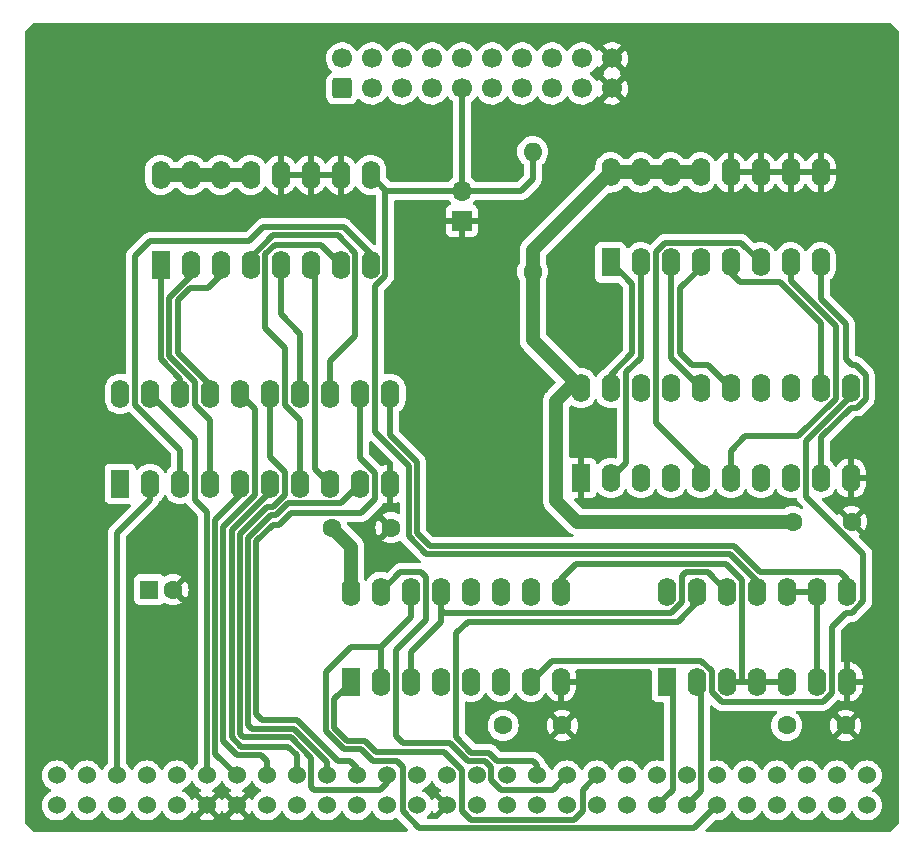
<source format=gbr>
%TF.GenerationSoftware,KiCad,Pcbnew,(6.0.5-0)*%
%TF.CreationDate,2023-11-24T08:12:00-08:00*%
%TF.ProjectId,pio-sp-clone,70696f2d-7370-42d6-936c-6f6e652e6b69,ISS01*%
%TF.SameCoordinates,Original*%
%TF.FileFunction,Copper,L2,Bot*%
%TF.FilePolarity,Positive*%
%FSLAX46Y46*%
G04 Gerber Fmt 4.6, Leading zero omitted, Abs format (unit mm)*
G04 Created by KiCad (PCBNEW (6.0.5-0)) date 2023-11-24 08:12:00*
%MOMM*%
%LPD*%
G01*
G04 APERTURE LIST*
G04 Aperture macros list*
%AMRoundRect*
0 Rectangle with rounded corners*
0 $1 Rounding radius*
0 $2 $3 $4 $5 $6 $7 $8 $9 X,Y pos of 4 corners*
0 Add a 4 corners polygon primitive as box body*
4,1,4,$2,$3,$4,$5,$6,$7,$8,$9,$2,$3,0*
0 Add four circle primitives for the rounded corners*
1,1,$1+$1,$2,$3*
1,1,$1+$1,$4,$5*
1,1,$1+$1,$6,$7*
1,1,$1+$1,$8,$9*
0 Add four rect primitives between the rounded corners*
20,1,$1+$1,$2,$3,$4,$5,0*
20,1,$1+$1,$4,$5,$6,$7,0*
20,1,$1+$1,$6,$7,$8,$9,0*
20,1,$1+$1,$8,$9,$2,$3,0*%
G04 Aperture macros list end*
%TA.AperFunction,ComponentPad*%
%ADD10R,1.600000X2.400000*%
%TD*%
%TA.AperFunction,ComponentPad*%
%ADD11O,1.600000X2.400000*%
%TD*%
%TA.AperFunction,ComponentPad*%
%ADD12C,1.524000*%
%TD*%
%TA.AperFunction,ComponentPad*%
%ADD13RoundRect,0.250000X0.600000X-0.600000X0.600000X0.600000X-0.600000X0.600000X-0.600000X-0.600000X0*%
%TD*%
%TA.AperFunction,ComponentPad*%
%ADD14C,1.700000*%
%TD*%
%TA.AperFunction,ComponentPad*%
%ADD15C,1.600000*%
%TD*%
%TA.AperFunction,ComponentPad*%
%ADD16O,1.600000X1.600000*%
%TD*%
%TA.AperFunction,ComponentPad*%
%ADD17R,1.700000X1.700000*%
%TD*%
%TA.AperFunction,ComponentPad*%
%ADD18O,1.700000X1.700000*%
%TD*%
%TA.AperFunction,ComponentPad*%
%ADD19R,1.600000X1.600000*%
%TD*%
%TA.AperFunction,ViaPad*%
%ADD20C,0.800000*%
%TD*%
%TA.AperFunction,Conductor*%
%ADD21C,1.200000*%
%TD*%
%TA.AperFunction,Conductor*%
%ADD22C,0.500000*%
%TD*%
G04 APERTURE END LIST*
D10*
%TO.P,U4,1*%
%TO.N,/A7*%
X165695000Y-118120000D03*
D11*
%TO.P,U4,2*%
%TO.N,/A6*%
X168235000Y-118120000D03*
%TO.P,U4,3*%
%TO.N,Net-(U1-Pad1)*%
X170775000Y-118120000D03*
%TO.P,U4,4*%
X173315000Y-118120000D03*
%TO.P,U4,5*%
X175855000Y-118120000D03*
%TO.P,U4,6*%
%TO.N,Net-(U4-Pad10)*%
X178395000Y-118120000D03*
%TO.P,U4,7,GND*%
%TO.N,GNDD*%
X180935000Y-118120000D03*
%TO.P,U4,8*%
%TO.N,Net-(U1-Pad11)*%
X180935000Y-110500000D03*
%TO.P,U4,9*%
%TO.N,Net-(U4-Pad10)*%
X178395000Y-110500000D03*
%TO.P,U4,10*%
X175855000Y-110500000D03*
%TO.P,U4,11*%
%TO.N,/~{STB}*%
X173315000Y-110500000D03*
%TO.P,U4,12*%
%TO.N,Net-(U3-Pad13)*%
X170775000Y-110500000D03*
%TO.P,U4,13*%
%TO.N,/~{IORQ}*%
X168235000Y-110500000D03*
%TO.P,U4,14,VCC*%
%TO.N,+5V*%
X165695000Y-110500000D03*
%TD*%
D10*
%TO.P,J2,1,Pin_1*%
%TO.N,/OUT0*%
X160920000Y-82620000D03*
D11*
%TO.P,J2,2,Pin_2*%
%TO.N,/OUT1*%
X163460000Y-82620000D03*
%TO.P,J2,3,Pin_3*%
%TO.N,/OUT2*%
X166000000Y-82620000D03*
%TO.P,J2,4,Pin_4*%
%TO.N,/OUT3*%
X168540000Y-82620000D03*
%TO.P,J2,5,Pin_5*%
%TO.N,/OUT4*%
X171080000Y-82620000D03*
%TO.P,J2,6,Pin_6*%
%TO.N,/OUT5*%
X173620000Y-82620000D03*
%TO.P,J2,7,Pin_7*%
%TO.N,/OUT6*%
X176160000Y-82620000D03*
%TO.P,J2,8,Pin_8*%
%TO.N,/OUT7*%
X178700000Y-82620000D03*
%TO.P,J2,9,Pin_9*%
%TO.N,GNDD*%
X178700000Y-75000000D03*
%TO.P,J2,10,Pin_10*%
X176160000Y-75000000D03*
%TO.P,J2,11,Pin_11*%
X173620000Y-75000000D03*
%TO.P,J2,12,Pin_12*%
X171080000Y-75000000D03*
%TO.P,J2,13,Pin_13*%
%TO.N,+5V*%
X168540000Y-75000000D03*
%TO.P,J2,14,Pin_14*%
X166000000Y-75000000D03*
%TO.P,J2,15,Pin_15*%
X163460000Y-75000000D03*
%TO.P,J2,16,Pin_16*%
X160920000Y-75000000D03*
%TD*%
D10*
%TO.P,J1,1,Pin_1*%
%TO.N,/IN0*%
X122820000Y-82820000D03*
D11*
%TO.P,J1,2,Pin_2*%
%TO.N,/IN1*%
X125360000Y-82820000D03*
%TO.P,J1,3,Pin_3*%
%TO.N,/IN2*%
X127900000Y-82820000D03*
%TO.P,J1,4,Pin_4*%
%TO.N,/IN3*%
X130440000Y-82820000D03*
%TO.P,J1,5,Pin_5*%
%TO.N,/IN4*%
X132980000Y-82820000D03*
%TO.P,J1,6,Pin_6*%
%TO.N,/IN5*%
X135520000Y-82820000D03*
%TO.P,J1,7,Pin_7*%
%TO.N,/IN6*%
X138060000Y-82820000D03*
%TO.P,J1,8,Pin_8*%
%TO.N,/IN7*%
X140600000Y-82820000D03*
%TO.P,J1,9,Pin_9*%
%TO.N,/~{STB}*%
X140600000Y-75200000D03*
%TO.P,J1,10,Pin_10*%
%TO.N,GNDD*%
X138060000Y-75200000D03*
%TO.P,J1,11,Pin_11*%
X135520000Y-75200000D03*
%TO.P,J1,12,Pin_12*%
X132980000Y-75200000D03*
%TO.P,J1,13,Pin_13*%
%TO.N,+5V*%
X130440000Y-75200000D03*
%TO.P,J1,14,Pin_14*%
X127900000Y-75200000D03*
%TO.P,J1,15,Pin_15*%
X125360000Y-75200000D03*
%TO.P,J1,16,Pin_16*%
X122820000Y-75200000D03*
%TD*%
D10*
%TO.P,U3,1,E*%
%TO.N,/~{WR}*%
X138920000Y-118120000D03*
D11*
%TO.P,U3,2,A0*%
%TO.N,/A5*%
X141460000Y-118120000D03*
%TO.P,U3,3,A1*%
%TO.N,Net-(U3-Pad13)*%
X144000000Y-118120000D03*
%TO.P,U3,4,O0*%
%TO.N,unconnected-(U3-Pad4)*%
X146540000Y-118120000D03*
%TO.P,U3,5,O1*%
%TO.N,unconnected-(U3-Pad5)*%
X149080000Y-118120000D03*
%TO.P,U3,6,O2*%
%TO.N,unconnected-(U3-Pad6)*%
X151620000Y-118120000D03*
%TO.P,U3,7,O3*%
%TO.N,Net-(U2-Pad11)*%
X154160000Y-118120000D03*
%TO.P,U3,8,GND*%
%TO.N,GNDD*%
X156700000Y-118120000D03*
%TO.P,U3,9,O3*%
%TO.N,Net-(U1-Pad1)*%
X156700000Y-110500000D03*
%TO.P,U3,10,O2*%
%TO.N,unconnected-(U3-Pad10)*%
X154160000Y-110500000D03*
%TO.P,U3,11,O1*%
%TO.N,unconnected-(U3-Pad11)*%
X151620000Y-110500000D03*
%TO.P,U3,12,O0*%
%TO.N,unconnected-(U3-Pad12)*%
X149080000Y-110500000D03*
%TO.P,U3,13,A1*%
%TO.N,Net-(U3-Pad13)*%
X146540000Y-110500000D03*
%TO.P,U3,14,A0*%
%TO.N,/A5*%
X144000000Y-110500000D03*
%TO.P,U3,15,E*%
%TO.N,/~{RD}*%
X141460000Y-110500000D03*
%TO.P,U3,16,VCC*%
%TO.N,+5V*%
X138920000Y-110500000D03*
%TD*%
D10*
%TO.P,U1,1,OE*%
%TO.N,Net-(U1-Pad1)*%
X119395000Y-101370489D03*
D11*
%TO.P,U1,2,O0*%
%TO.N,/D7*%
X121935000Y-101370489D03*
%TO.P,U1,3,D0*%
%TO.N,/IN7*%
X124475000Y-101370489D03*
%TO.P,U1,4,D1*%
%TO.N,/IN1*%
X127015000Y-101370489D03*
%TO.P,U1,5,O1*%
%TO.N,/D1*%
X129555000Y-101370489D03*
%TO.P,U1,6,O2*%
%TO.N,/D6*%
X132095000Y-101370489D03*
%TO.P,U1,7,D2*%
%TO.N,/IN6*%
X134635000Y-101370489D03*
%TO.P,U1,8,D3*%
%TO.N,/IN5*%
X137175000Y-101370489D03*
%TO.P,U1,9,O3*%
%TO.N,/D5*%
X139715000Y-101370489D03*
%TO.P,U1,10,GND*%
%TO.N,GNDD*%
X142255000Y-101370489D03*
%TO.P,U1,11,Cp*%
%TO.N,Net-(U1-Pad11)*%
X142255000Y-93750489D03*
%TO.P,U1,12,O4*%
%TO.N,/D3*%
X139715000Y-93750489D03*
%TO.P,U1,13,D4*%
%TO.N,/IN3*%
X137175000Y-93750489D03*
%TO.P,U1,14,D5*%
%TO.N,/IN4*%
X134635000Y-93750489D03*
%TO.P,U1,15,O5*%
%TO.N,/D4*%
X132095000Y-93750489D03*
%TO.P,U1,16,O6*%
%TO.N,/D2*%
X129555000Y-93750489D03*
%TO.P,U1,17,D6*%
%TO.N,/IN2*%
X127015000Y-93750489D03*
%TO.P,U1,18,D7*%
%TO.N,/IN0*%
X124475000Y-93750489D03*
%TO.P,U1,19,O7*%
%TO.N,/D0*%
X121935000Y-93750489D03*
%TO.P,U1,20,VCC*%
%TO.N,+5V*%
X119395000Y-93750489D03*
%TD*%
D12*
%TO.P,Z1,*%
%TO.N,*%
X124190000Y-128590000D03*
X124190000Y-126050000D03*
%TO.P,Z1,A1,A15*%
%TO.N,unconnected-(Z1-PadA1)*%
X114030000Y-126050000D03*
%TO.P,Z1,A2,A13*%
%TO.N,unconnected-(Z1-PadA2)*%
X116570000Y-126050000D03*
%TO.P,Z1,A3,D7*%
%TO.N,/D7*%
X119110000Y-126050000D03*
%TO.P,Z1,A4,NC*%
%TO.N,unconnected-(Z1-PadA4)*%
X121650000Y-126050000D03*
%TO.P,Z1,A6,D0*%
%TO.N,/D0*%
X126730000Y-126050000D03*
%TO.P,Z1,A7,D1*%
%TO.N,/D1*%
X129270000Y-126050000D03*
%TO.P,Z1,A8,D2*%
%TO.N,/D2*%
X131810000Y-126050000D03*
%TO.P,Z1,A9,D6*%
%TO.N,/D6*%
X134350000Y-126050000D03*
%TO.P,Z1,A10,D5*%
%TO.N,/D5*%
X136890000Y-126050000D03*
%TO.P,Z1,A11,D3*%
%TO.N,/D3*%
X139430000Y-126050000D03*
%TO.P,Z1,A12,D4*%
%TO.N,/D4*%
X141970000Y-126050000D03*
%TO.P,Z1,A13,~{INT}*%
%TO.N,unconnected-(Z1-PadA13)*%
X144510000Y-126050000D03*
%TO.P,Z1,A14,~{NMI}*%
%TO.N,unconnected-(Z1-PadA14)*%
X147050000Y-126050000D03*
%TO.P,Z1,A15,~{HALT}*%
%TO.N,unconnected-(Z1-PadA15)*%
X149590000Y-126050000D03*
%TO.P,Z1,A16,~{MREQ}*%
%TO.N,unconnected-(Z1-PadA16)*%
X152130000Y-126050000D03*
%TO.P,Z1,A17,~{IORQ}*%
%TO.N,/~{IORQ}*%
X154670000Y-126050000D03*
%TO.P,Z1,A18,~{RD}*%
%TO.N,/~{RD}*%
X157210000Y-126050000D03*
%TO.P,Z1,A19,~{WR}*%
%TO.N,/~{WR}*%
X159750000Y-126050000D03*
%TO.P,Z1,A20,-5V*%
%TO.N,unconnected-(Z1-PadA20)*%
X162290000Y-126050000D03*
%TO.P,Z1,A21,~{WAIT}*%
%TO.N,unconnected-(Z1-PadA21)*%
X164830000Y-126050000D03*
%TO.P,Z1,A22,+12V*%
%TO.N,unconnected-(Z1-PadA22)*%
X167370000Y-126050000D03*
%TO.P,Z1,A23,+12VAC*%
%TO.N,unconnected-(Z1-PadA23)*%
X169910000Y-126050000D03*
%TO.P,Z1,A24,~{M1}*%
%TO.N,unconnected-(Z1-PadA24)*%
X172450000Y-126050000D03*
%TO.P,Z1,A25,~{RFSH}*%
%TO.N,unconnected-(Z1-PadA25)*%
X174990000Y-126050000D03*
%TO.P,Z1,A26,A8*%
%TO.N,unconnected-(Z1-PadA26)*%
X177530000Y-126050000D03*
%TO.P,Z1,A27,A10*%
%TO.N,unconnected-(Z1-PadA27)*%
X180070000Y-126050000D03*
%TO.P,Z1,A28,NC*%
%TO.N,unconnected-(Z1-PadA28)*%
X182610000Y-126050000D03*
%TO.P,Z1,B1,A14*%
%TO.N,unconnected-(Z1-PadB1)*%
X114030000Y-128590000D03*
%TO.P,Z1,B2,A12*%
%TO.N,unconnected-(Z1-PadB2)*%
X116570000Y-128590000D03*
%TO.P,Z1,B3,+5v*%
%TO.N,+5V*%
X119110000Y-128590000D03*
%TO.P,Z1,B4,+9V*%
%TO.N,unconnected-(Z1-PadB4)*%
X121650000Y-128590000D03*
%TO.P,Z1,B6,GND*%
%TO.N,GNDD*%
X126730000Y-128590000D03*
%TO.P,Z1,B7,GND*%
X129270000Y-128590000D03*
%TO.P,Z1,B8,CLK*%
%TO.N,unconnected-(Z1-PadB8)*%
X131810000Y-128590000D03*
%TO.P,Z1,B9,A0*%
%TO.N,unconnected-(Z1-PadB9)*%
X134350000Y-128590000D03*
%TO.P,Z1,B10,A1*%
%TO.N,unconnected-(Z1-PadB10)*%
X136890000Y-128590000D03*
%TO.P,Z1,B11,A2*%
%TO.N,unconnected-(Z1-PadB11)*%
X139430000Y-128590000D03*
%TO.P,Z1,B12,A3*%
%TO.N,unconnected-(Z1-PadB12)*%
X141970000Y-128590000D03*
%TO.P,Z1,B13,~{IORQGE}*%
%TO.N,unconnected-(Z1-PadB13)*%
X144510000Y-128590000D03*
%TO.P,Z1,B14,GND*%
%TO.N,GNDD*%
X147050000Y-128590000D03*
%TO.P,Z1,B15,VIDEO*%
%TO.N,unconnected-(Z1-PadB15)*%
X149590000Y-128590000D03*
%TO.P,Z1,B16,Y*%
%TO.N,unconnected-(Z1-PadB16)*%
X152130000Y-128590000D03*
%TO.P,Z1,B17,V*%
%TO.N,unconnected-(Z1-PadB17)*%
X154670000Y-128590000D03*
%TO.P,Z1,B18,U*%
%TO.N,unconnected-(Z1-PadB18)*%
X157210000Y-128590000D03*
%TO.P,Z1,B19,~{BUSRQ}*%
%TO.N,unconnected-(Z1-PadB19)*%
X159750000Y-128590000D03*
%TO.P,Z1,B20,~{RESET}*%
%TO.N,unconnected-(Z1-PadB20)*%
X162290000Y-128590000D03*
%TO.P,Z1,B21,A7*%
%TO.N,/A7*%
X164830000Y-128590000D03*
%TO.P,Z1,B22,A6*%
%TO.N,/A6*%
X167370000Y-128590000D03*
%TO.P,Z1,B23,A5*%
%TO.N,/A5*%
X169910000Y-128590000D03*
%TO.P,Z1,B24,A4*%
%TO.N,unconnected-(Z1-PadB24)*%
X172450000Y-128590000D03*
%TO.P,Z1,B25,~{ROMCS}*%
%TO.N,unconnected-(Z1-PadB25)*%
X174990000Y-128590000D03*
%TO.P,Z1,B26,~{BUSACK}*%
%TO.N,unconnected-(Z1-PadB26)*%
X177530000Y-128590000D03*
%TO.P,Z1,B27,A9*%
%TO.N,unconnected-(Z1-PadB27)*%
X180070000Y-128590000D03*
%TO.P,Z1,B28,A11*%
%TO.N,unconnected-(Z1-PadB28)*%
X182610000Y-128590000D03*
%TD*%
D13*
%TO.P,J3,1,Pin_1*%
%TO.N,/IN0*%
X138190000Y-67884775D03*
D14*
%TO.P,J3,2,Pin_2*%
%TO.N,/IN1*%
X138190000Y-65344775D03*
%TO.P,J3,3,Pin_3*%
%TO.N,/IN2*%
X140730000Y-67884775D03*
%TO.P,J3,4,Pin_4*%
%TO.N,/IN3*%
X140730000Y-65344775D03*
%TO.P,J3,5,Pin_5*%
%TO.N,/IN4*%
X143270000Y-67884775D03*
%TO.P,J3,6,Pin_6*%
%TO.N,/IN5*%
X143270000Y-65344775D03*
%TO.P,J3,7,Pin_7*%
%TO.N,/IN6*%
X145810000Y-67884775D03*
%TO.P,J3,8,Pin_8*%
%TO.N,/IN7*%
X145810000Y-65344775D03*
%TO.P,J3,9,Pin_9*%
%TO.N,/~{STB}*%
X148350000Y-67884775D03*
%TO.P,J3,10,Pin_10*%
%TO.N,/OUT0*%
X148350000Y-65344775D03*
%TO.P,J3,11,Pin_11*%
%TO.N,/OUT1*%
X150890000Y-67884775D03*
%TO.P,J3,12,Pin_12*%
%TO.N,/OUT2*%
X150890000Y-65344775D03*
%TO.P,J3,13,Pin_13*%
%TO.N,/OUT3*%
X153430000Y-67884775D03*
%TO.P,J3,14,Pin_14*%
%TO.N,/OUT4*%
X153430000Y-65344775D03*
%TO.P,J3,15,Pin_15*%
%TO.N,/OUT5*%
X155970000Y-67884775D03*
%TO.P,J3,16,Pin_16*%
%TO.N,/OUT6*%
X155970000Y-65344775D03*
%TO.P,J3,17,Pin_17*%
%TO.N,/OUT7*%
X158510000Y-67884775D03*
%TO.P,J3,18,Pin_18*%
%TO.N,+5V*%
X158510000Y-65344775D03*
%TO.P,J3,19,Pin_19*%
%TO.N,GNDD*%
X161050000Y-67884775D03*
%TO.P,J3,20,Pin_20*%
X161050000Y-65344775D03*
%TD*%
D15*
%TO.P,R1,1*%
%TO.N,+5V*%
X154320000Y-83400000D03*
D16*
%TO.P,R1,2*%
%TO.N,/~{STB}*%
X154320000Y-73240000D03*
%TD*%
D10*
%TO.P,U2,1,OE*%
%TO.N,GNDD*%
X158395000Y-100870489D03*
D11*
%TO.P,U2,2,O0*%
%TO.N,/OUT1*%
X160935000Y-100870489D03*
%TO.P,U2,3,D0*%
%TO.N,/D1*%
X163475000Y-100870489D03*
%TO.P,U2,4,D1*%
%TO.N,/D5*%
X166015000Y-100870489D03*
%TO.P,U2,5,O1*%
%TO.N,/OUT5*%
X168555000Y-100870489D03*
%TO.P,U2,6,O2*%
%TO.N,/OUT6*%
X171095000Y-100870489D03*
%TO.P,U2,7,D2*%
%TO.N,/D6*%
X173635000Y-100870489D03*
%TO.P,U2,8,D3*%
%TO.N,/D7*%
X176175000Y-100870489D03*
%TO.P,U2,9,O3*%
%TO.N,/OUT7*%
X178715000Y-100870489D03*
%TO.P,U2,10,GND*%
%TO.N,GNDD*%
X181255000Y-100870489D03*
%TO.P,U2,11,Cp*%
%TO.N,Net-(U2-Pad11)*%
X181255000Y-93250489D03*
%TO.P,U2,12,O4*%
%TO.N,/OUT4*%
X178715000Y-93250489D03*
%TO.P,U2,13,D4*%
%TO.N,/D4*%
X176175000Y-93250489D03*
%TO.P,U2,14,D5*%
%TO.N,/D3*%
X173635000Y-93250489D03*
%TO.P,U2,15,O5*%
%TO.N,/OUT3*%
X171095000Y-93250489D03*
%TO.P,U2,16,O6*%
%TO.N,/OUT2*%
X168555000Y-93250489D03*
%TO.P,U2,17,D6*%
%TO.N,/D2*%
X166015000Y-93250489D03*
%TO.P,U2,18,D7*%
%TO.N,/D0*%
X163475000Y-93250489D03*
%TO.P,U2,19,O7*%
%TO.N,/OUT0*%
X160935000Y-93250489D03*
%TO.P,U2,20,VCC*%
%TO.N,+5V*%
X158395000Y-93250489D03*
%TD*%
D15*
%TO.P,C2,1*%
%TO.N,+5V*%
X176320000Y-104570489D03*
%TO.P,C2,2*%
%TO.N,GNDD*%
X181320000Y-104570489D03*
%TD*%
%TO.P,C4,1*%
%TO.N,+5V*%
X175820000Y-121820000D03*
%TO.P,C4,2*%
%TO.N,GNDD*%
X180820000Y-121820000D03*
%TD*%
D17*
%TO.P,JP1,1,A*%
%TO.N,GNDD*%
X148320000Y-79095000D03*
D18*
%TO.P,JP1,2,B*%
%TO.N,/~{STB}*%
X148320000Y-76555000D03*
%TD*%
D19*
%TO.P,C5,1*%
%TO.N,+5V*%
X121864888Y-110320000D03*
D15*
%TO.P,C5,2*%
%TO.N,GNDD*%
X123864888Y-110320000D03*
%TD*%
%TO.P,C1,1*%
%TO.N,+5V*%
X137320000Y-105070489D03*
%TO.P,C1,2*%
%TO.N,GNDD*%
X142320000Y-105070489D03*
%TD*%
%TO.P,C3,1*%
%TO.N,+5V*%
X151820000Y-121820000D03*
%TO.P,C3,2*%
%TO.N,GNDD*%
X156820000Y-121820000D03*
%TD*%
D20*
%TO.N,GNDD*%
X174820000Y-102820000D03*
X114820000Y-121320000D03*
X113820000Y-122320000D03*
X147820000Y-101320000D03*
X181820000Y-68320000D03*
X146820000Y-101320000D03*
X114820000Y-122320000D03*
X180820000Y-68320000D03*
X150820000Y-101320000D03*
X151820000Y-101320000D03*
X113820000Y-121320000D03*
X148820000Y-101320000D03*
X152820000Y-101320000D03*
X180820000Y-67320000D03*
X181820000Y-67320000D03*
%TD*%
D21*
%TO.N,+5V*%
X154320000Y-86320000D02*
X154320000Y-89175489D01*
X158395000Y-93250489D02*
X157389511Y-93250489D01*
X157389511Y-93250489D02*
X156320000Y-94320000D01*
X158070489Y-104570489D02*
X176320000Y-104570489D01*
X154320000Y-86320000D02*
X154320000Y-81600000D01*
X154320000Y-81600000D02*
X160920000Y-75000000D01*
X138920000Y-106670489D02*
X137320000Y-105070489D01*
X130440000Y-75200000D02*
X127900000Y-75200000D01*
X127900000Y-75200000D02*
X125360000Y-75200000D01*
X138920000Y-110500000D02*
X138920000Y-106670489D01*
X163460000Y-75000000D02*
X166000000Y-75000000D01*
X154320000Y-89175489D02*
X158395000Y-93250489D01*
X125360000Y-75200000D02*
X122820000Y-75200000D01*
X156320000Y-102820000D02*
X158070489Y-104570489D01*
X156320000Y-94320000D02*
X156320000Y-102820000D01*
X160920000Y-75000000D02*
X163460000Y-75000000D01*
X166000000Y-75000000D02*
X168540000Y-75000000D01*
D22*
%TO.N,/IN0*%
X122820000Y-90820000D02*
X124475000Y-92475000D01*
X122820000Y-82820000D02*
X122820000Y-90820000D01*
X124475000Y-92475000D02*
X124475000Y-93750489D01*
%TO.N,/IN1*%
X127015000Y-95917577D02*
X125765480Y-94668057D01*
X127015000Y-101370489D02*
X127015000Y-95917577D01*
X125360000Y-82820000D02*
X125360000Y-83780000D01*
X125360000Y-83780000D02*
X123519520Y-85620480D01*
X125765480Y-92776210D02*
X123519520Y-90530250D01*
X123519520Y-85620480D02*
X123519520Y-90530250D01*
X125765480Y-94668057D02*
X125765480Y-92776210D01*
%TO.N,/IN2*%
X127015000Y-93015000D02*
X124320000Y-90320000D01*
X127900000Y-82820000D02*
X127900000Y-83720000D01*
X125320000Y-84820000D02*
X124320000Y-85820000D01*
X127900000Y-83720000D02*
X126800000Y-84820000D01*
X126800000Y-84820000D02*
X125320000Y-84820000D01*
X127015000Y-93750489D02*
X127015000Y-93015000D01*
X124320000Y-85820000D02*
X124320000Y-90320000D01*
%TO.N,/IN3*%
X132320000Y-80320000D02*
X137820000Y-80320000D01*
X130440000Y-82820000D02*
X130440000Y-82200000D01*
X139309520Y-81809520D02*
X139309520Y-88830480D01*
X137820000Y-80320000D02*
X139309520Y-81809520D01*
X139309520Y-88830480D02*
X137175000Y-90965000D01*
X130440000Y-82200000D02*
X132320000Y-80320000D01*
X137175000Y-90965000D02*
X137175000Y-93750489D01*
%TO.N,/IN4*%
X132980000Y-82820000D02*
X132980000Y-86980000D01*
X132980000Y-86980000D02*
X134635000Y-88635000D01*
X134635000Y-88635000D02*
X134635000Y-93750489D01*
%TO.N,/IN5*%
X135884520Y-83184520D02*
X135884520Y-100080009D01*
X135884520Y-100080009D02*
X137175000Y-101370489D01*
X135520000Y-82820000D02*
X135884520Y-83184520D01*
%TO.N,/IN6*%
X132462432Y-81170480D02*
X136410480Y-81170480D01*
X131689520Y-88189520D02*
X131689520Y-81943392D01*
X134635000Y-95917577D02*
X133385480Y-94668057D01*
X136410480Y-81170480D02*
X138060000Y-82820000D01*
X133385480Y-94668057D02*
X133385480Y-89885480D01*
X134635000Y-101370489D02*
X134635000Y-95917577D01*
X133385480Y-89885480D02*
X131689520Y-88189520D01*
X131689520Y-81943392D02*
X132462432Y-81170480D01*
%TO.N,/IN7*%
X121920978Y-80820000D02*
X120644520Y-82096458D01*
X124475000Y-98475000D02*
X124475000Y-101370489D01*
X140600000Y-81920000D02*
X138300480Y-79620480D01*
X120644520Y-94644520D02*
X124475000Y-98475000D01*
X140600000Y-82820000D02*
X140600000Y-81920000D01*
X130320000Y-80820000D02*
X121920978Y-80820000D01*
X120644520Y-82096458D02*
X120644520Y-94644520D01*
X131519520Y-79620480D02*
X130320000Y-80820000D01*
X138300480Y-79620480D02*
X131519520Y-79620480D01*
%TO.N,/~{STB}*%
X148350000Y-67884775D02*
X148350000Y-76525000D01*
X141849520Y-76449520D02*
X141955000Y-76555000D01*
X148320000Y-76555000D02*
X153335000Y-76555000D01*
X143820000Y-105820000D02*
X143820000Y-99820000D01*
X154320000Y-75570000D02*
X154320000Y-73240000D01*
X171035000Y-107320000D02*
X145320000Y-107320000D01*
X173315000Y-110500000D02*
X173315000Y-109600000D01*
X153335000Y-76555000D02*
X154320000Y-75570000D01*
X141005480Y-97005480D02*
X141005480Y-84581608D01*
X141849520Y-83737568D02*
X141849520Y-76449520D01*
X148350000Y-76525000D02*
X148320000Y-76555000D01*
X141005480Y-84581608D02*
X141849520Y-83737568D01*
X173315000Y-109600000D02*
X171035000Y-107320000D01*
X143820000Y-99820000D02*
X141005480Y-97005480D01*
X141955000Y-76555000D02*
X148320000Y-76555000D01*
X145320000Y-107320000D02*
X143820000Y-105820000D01*
X141849520Y-76449520D02*
X140600000Y-75200000D01*
%TO.N,/OUT0*%
X162760480Y-90320000D02*
X160935000Y-92145480D01*
X160920000Y-82620000D02*
X162760480Y-84460480D01*
X160935000Y-92145480D02*
X160935000Y-93250489D01*
X162760480Y-84460480D02*
X162760480Y-90320000D01*
%TO.N,/OUT1*%
X163460000Y-90680000D02*
X163460000Y-82620000D01*
X160935000Y-100870489D02*
X162225480Y-99580009D01*
X162225480Y-91914520D02*
X163460000Y-90680000D01*
X162225480Y-99580009D02*
X162225480Y-91914520D01*
%TO.N,/OUT2*%
X166000000Y-90695489D02*
X168555000Y-93250489D01*
X166000000Y-82620000D02*
X166000000Y-90695489D01*
%TO.N,/OUT3*%
X169164511Y-91320000D02*
X171095000Y-93250489D01*
X168540000Y-82620000D02*
X168540000Y-83100000D01*
X166820000Y-84820000D02*
X166820000Y-90320000D01*
X168540000Y-83100000D02*
X166820000Y-84820000D01*
X166820000Y-90320000D02*
X167820000Y-91320000D01*
X167820000Y-91320000D02*
X169164511Y-91320000D01*
%TO.N,/OUT4*%
X171080000Y-83479040D02*
X171080000Y-82620000D01*
X171870480Y-84269520D02*
X171080000Y-83479040D01*
X178715000Y-87715000D02*
X175269520Y-84269520D01*
X175269520Y-84269520D02*
X171870480Y-84269520D01*
X178715000Y-93250489D02*
X178715000Y-87715000D01*
%TO.N,/OUT5*%
X164750480Y-81702432D02*
X164750480Y-96250480D01*
X168555000Y-100055000D02*
X168555000Y-100870489D01*
X164750480Y-96250480D02*
X168555000Y-100055000D01*
X171970480Y-80970480D02*
X165482432Y-80970480D01*
X173620000Y-82620000D02*
X171970480Y-80970480D01*
X165482432Y-80970480D02*
X164750480Y-81702432D01*
%TO.N,/OUT6*%
X179964520Y-87964520D02*
X179964520Y-94175480D01*
X176820000Y-97320000D02*
X172320000Y-97320000D01*
X172320000Y-97320000D02*
X171095000Y-98545000D01*
X179964520Y-94175480D02*
X176820000Y-97320000D01*
X171095000Y-98545000D02*
X171095000Y-100870489D01*
X176160000Y-82620000D02*
X176160000Y-84160000D01*
X176160000Y-84160000D02*
X179964520Y-87964520D01*
%TO.N,/OUT7*%
X178715000Y-100870489D02*
X178715000Y-97425000D01*
X181239991Y-94900009D02*
X181772568Y-94900009D01*
X181320000Y-91320000D02*
X180820000Y-90820000D01*
X182504520Y-94168057D02*
X182504520Y-92160480D01*
X180820000Y-87820000D02*
X178700000Y-85700000D01*
X180820000Y-90820000D02*
X180820000Y-87820000D01*
X178715000Y-97425000D02*
X181239991Y-94900009D01*
X182504520Y-92160480D02*
X181664040Y-91320000D01*
X181664040Y-91320000D02*
X181320000Y-91320000D01*
X181772568Y-94900009D02*
X182504520Y-94168057D01*
X178700000Y-85700000D02*
X178700000Y-82620000D01*
%TO.N,Net-(U1-Pad1)*%
X172020000Y-118120000D02*
X172024520Y-118115480D01*
X173315000Y-118120000D02*
X172020000Y-118120000D01*
X172024520Y-118115480D02*
X172024520Y-109524520D01*
X172020000Y-118120000D02*
X170775000Y-118120000D01*
X156700000Y-109440000D02*
X156700000Y-110500000D01*
X170650961Y-108150961D02*
X157989039Y-108150961D01*
X175855000Y-118120000D02*
X173315000Y-118120000D01*
X172024520Y-109524520D02*
X170650961Y-108150961D01*
X157989039Y-108150961D02*
X156700000Y-109440000D01*
%TO.N,/D7*%
X119110000Y-126050000D02*
X119110000Y-105530000D01*
X119110000Y-105530000D02*
X121935000Y-102705000D01*
X121935000Y-102705000D02*
X121935000Y-101370489D01*
%TO.N,/D1*%
X127429520Y-124209520D02*
X129270000Y-126050000D01*
X129555000Y-101370489D02*
X129555000Y-102270489D01*
X127429520Y-104395969D02*
X127429520Y-124209520D01*
X129555000Y-102270489D02*
X127429520Y-104395969D01*
%TO.N,/D6*%
X133620481Y-123620481D02*
X134350000Y-124350000D01*
X134350000Y-124350000D02*
X134350000Y-126050000D01*
X129620480Y-123620480D02*
X133620481Y-123620481D01*
X132095000Y-102053560D02*
X132086440Y-102053560D01*
X132095000Y-101370489D02*
X132095000Y-102053560D01*
X128828560Y-105311440D02*
X128828560Y-122828560D01*
X132086440Y-102053560D02*
X128828560Y-105311440D01*
X128828560Y-122828560D02*
X129620480Y-123620480D01*
%TO.N,/D5*%
X133619991Y-103020009D02*
X132620481Y-104019519D01*
X132120481Y-104019519D02*
X130227600Y-105912400D01*
X130227600Y-105912400D02*
X130227600Y-121820000D01*
X130528080Y-122120480D02*
X134120480Y-122120480D01*
X138065480Y-103020009D02*
X133619991Y-103020009D01*
X132620481Y-104019519D02*
X132120481Y-104019519D01*
X134120480Y-122120480D02*
X136890000Y-124890000D01*
X139715000Y-101370489D02*
X138065480Y-103020009D01*
X136890000Y-124890000D02*
X136890000Y-126050000D01*
X130227600Y-121820000D02*
X130528080Y-122120480D01*
%TO.N,Net-(U1-Pad11)*%
X144519519Y-99519519D02*
X144519519Y-105530249D01*
X142255000Y-97255000D02*
X144519519Y-99519519D01*
X145609750Y-106620480D02*
X171324751Y-106620481D01*
X144519519Y-105530249D02*
X145609750Y-106620480D01*
X180935000Y-109435000D02*
X180935000Y-110500000D01*
X180320000Y-108820000D02*
X180935000Y-109435000D01*
X173524270Y-108820000D02*
X180320000Y-108820000D01*
X142255000Y-93750489D02*
X142255000Y-97255000D01*
X171324751Y-106620481D02*
X173524270Y-108820000D01*
%TO.N,/D3*%
X131427120Y-121320000D02*
X134320000Y-121320000D01*
X130927120Y-106212880D02*
X130927120Y-120820000D01*
X140964520Y-100452921D02*
X140964520Y-102675480D01*
X140964520Y-102675480D02*
X139819022Y-103820978D01*
X138820000Y-124820000D02*
X139430000Y-125430000D01*
X132320000Y-104820000D02*
X130927120Y-106212880D01*
X139715000Y-93750489D02*
X139715000Y-99203401D01*
X139715000Y-99203401D02*
X140964520Y-100452921D01*
X139819022Y-103820978D02*
X133820978Y-103820978D01*
X137820000Y-124820000D02*
X138820000Y-124820000D01*
X133820978Y-103820978D02*
X132821956Y-104820000D01*
X132821956Y-104820000D02*
X132320000Y-104820000D01*
X134320000Y-121320000D02*
X137820000Y-124820000D01*
X139430000Y-125430000D02*
X139430000Y-126050000D01*
X130927120Y-120820000D02*
X131427120Y-121320000D01*
%TO.N,/D4*%
X129528080Y-105611920D02*
X129528080Y-122528080D01*
X129820000Y-122820000D02*
X133820000Y-122820000D01*
X133344520Y-102288057D02*
X132312577Y-103320000D01*
X132095000Y-93750489D02*
X132095000Y-99095000D01*
X141970000Y-126670000D02*
X141970000Y-126050000D01*
X133820000Y-122820000D02*
X135561511Y-124561511D01*
X141378489Y-127261511D02*
X141970000Y-126670000D01*
X135761511Y-127261511D02*
X141378489Y-127261511D01*
X132095000Y-99095000D02*
X133344520Y-100344520D01*
X132312577Y-103320000D02*
X131820000Y-103320000D01*
X135561511Y-127061511D02*
X135761511Y-127261511D01*
X133344520Y-100344520D02*
X133344520Y-102288057D01*
X129528080Y-122528080D02*
X129820000Y-122820000D01*
X131820000Y-103320000D02*
X129528080Y-105611920D01*
X135561511Y-124561511D02*
X135561511Y-127061511D01*
%TO.N,/D2*%
X131810000Y-124810000D02*
X131810000Y-126050000D01*
X129555000Y-93750489D02*
X130804520Y-95000009D01*
X128129040Y-105010960D02*
X128129040Y-123129040D01*
X128129040Y-123129040D02*
X129320000Y-124320000D01*
X130804520Y-95000009D02*
X130804520Y-102335480D01*
X131320000Y-124320000D02*
X131810000Y-124810000D01*
X129320000Y-124320000D02*
X131320000Y-124320000D01*
X130804520Y-102335480D02*
X128129040Y-105010960D01*
%TO.N,/D0*%
X125724520Y-102724520D02*
X125724520Y-97540009D01*
X126730000Y-103730000D02*
X125724520Y-102724520D01*
X126730000Y-126050000D02*
X126730000Y-103730000D01*
X125724520Y-97540009D02*
X121935000Y-93750489D01*
%TO.N,Net-(U2-Pad11)*%
X179644520Y-119037568D02*
X179644520Y-113495480D01*
X179644520Y-113495480D02*
X180820000Y-112320000D01*
X154160000Y-118120000D02*
X155960000Y-116320000D01*
X180820000Y-112320000D02*
X181320000Y-112320000D01*
X168602088Y-116320000D02*
X169484520Y-117202432D01*
X182320000Y-111320000D02*
X182320000Y-107337565D01*
X170307912Y-119820000D02*
X178862088Y-119820000D01*
X169484520Y-118996608D02*
X170307912Y-119820000D01*
X181255000Y-93885000D02*
X177424520Y-97715480D01*
X177424520Y-97715480D02*
X177424520Y-102442084D01*
X177561218Y-102578782D02*
X177424520Y-102442085D01*
X177424520Y-102442084D02*
X177561218Y-102578782D01*
X181320000Y-112320000D02*
X182320000Y-111320000D01*
X155960000Y-116320000D02*
X168602088Y-116320000D01*
X169484520Y-117202432D02*
X169484520Y-118996608D01*
X178862088Y-119820000D02*
X179644520Y-119037568D01*
X182320000Y-107337565D02*
X177561218Y-102578782D01*
X181255000Y-93250489D02*
X181255000Y-93885000D01*
%TO.N,/~{WR}*%
X158538489Y-127261511D02*
X158538489Y-129101511D01*
X148320000Y-125606664D02*
X146788701Y-124075365D01*
X157838489Y-129801511D02*
X149088175Y-129801511D01*
X138620480Y-123120480D02*
X140109751Y-123120481D01*
X146788701Y-124075365D02*
X141064635Y-124075365D01*
X137519520Y-119620480D02*
X137519520Y-122019520D01*
X148320000Y-129033336D02*
X148320000Y-125606664D01*
X138920000Y-118220000D02*
X137519520Y-119620480D01*
X158538489Y-129101511D02*
X157838489Y-129801511D01*
X138920000Y-118120000D02*
X138920000Y-118220000D01*
X149088175Y-129801511D02*
X148320000Y-129033336D01*
X137519520Y-122019520D02*
X138620480Y-123120480D01*
X159750000Y-126050000D02*
X158538489Y-127261511D01*
X140109751Y-123120481D02*
X141064635Y-124075365D01*
%TO.N,/A5*%
X136820000Y-117320978D02*
X136820000Y-122320000D01*
X143298489Y-129091825D02*
X144707695Y-130501031D01*
X141460000Y-115180000D02*
X141460000Y-118120000D01*
X142820000Y-124820000D02*
X143298489Y-125298489D01*
X144707695Y-130501031D02*
X167998969Y-130501031D01*
X140820000Y-124820000D02*
X142820000Y-124820000D01*
X167998969Y-130501031D02*
X169910000Y-128590000D01*
X138320000Y-123820000D02*
X139820000Y-123820000D01*
X136820000Y-122320000D02*
X138320000Y-123820000D01*
X143298489Y-125298489D02*
X143298489Y-129091825D01*
X138960978Y-115180000D02*
X136820000Y-117320978D01*
X141460000Y-115180000D02*
X138960978Y-115180000D01*
X144000000Y-112640000D02*
X141460000Y-115180000D01*
X139820000Y-123820000D02*
X140820000Y-124820000D01*
X144000000Y-110500000D02*
X144000000Y-112640000D01*
%TO.N,Net-(U3-Pad13)*%
X166985480Y-111376608D02*
X166042088Y-112320000D01*
X144000000Y-118120000D02*
X144000000Y-115640000D01*
X146540000Y-113100000D02*
X146540000Y-112040000D01*
X146820000Y-112320000D02*
X146540000Y-112040000D01*
X146540000Y-112040000D02*
X146540000Y-110500000D01*
X166042088Y-112320000D02*
X146820000Y-112320000D01*
X170775000Y-110500000D02*
X169125480Y-108850480D01*
X166985480Y-109154520D02*
X166985480Y-111376608D01*
X169125480Y-108850480D02*
X167289520Y-108850480D01*
X167289520Y-108850480D02*
X166985480Y-109154520D01*
X144000000Y-115640000D02*
X146540000Y-113100000D01*
%TO.N,/~{RD}*%
X151628175Y-127261511D02*
X155998489Y-127261511D01*
X150320000Y-124820000D02*
X150801511Y-125301511D01*
X150801511Y-126434847D02*
X151628175Y-127261511D01*
X147320000Y-123320000D02*
X148820000Y-124820000D01*
X143109520Y-108850480D02*
X144850480Y-108850480D01*
X141460000Y-110500000D02*
X143109520Y-108850480D01*
X150801511Y-125301511D02*
X150801511Y-126434847D01*
X142750480Y-115389520D02*
X142750480Y-122750480D01*
X145290480Y-109290480D02*
X145290480Y-112849520D01*
X143320000Y-123320000D02*
X147320000Y-123320000D01*
X144850480Y-108850480D02*
X145290480Y-109290480D01*
X142750480Y-122750480D02*
X143320000Y-123320000D01*
X155998489Y-127261511D02*
X157210000Y-126050000D01*
X145290480Y-112849520D02*
X142750480Y-115389520D01*
X148820000Y-124820000D02*
X150320000Y-124820000D01*
%TO.N,/A7*%
X166158489Y-127261511D02*
X164830000Y-128590000D01*
X165695000Y-118120000D02*
X166158489Y-118583489D01*
X166158489Y-118583489D02*
X166158489Y-127261511D01*
%TO.N,/A6*%
X168235000Y-118120000D02*
X168581511Y-118466511D01*
X168581511Y-127378489D02*
X167370000Y-128590000D01*
X168581511Y-118466511D02*
X168581511Y-127378489D01*
%TO.N,Net-(U4-Pad10)*%
X178395000Y-110500000D02*
X175855000Y-110500000D01*
X178395000Y-118120000D02*
X178395000Y-110500000D01*
%TO.N,/~{IORQ}*%
X154320000Y-124820000D02*
X154670000Y-125170000D01*
X151320000Y-124820000D02*
X154320000Y-124820000D01*
X150620480Y-124120480D02*
X151320000Y-124820000D01*
X168235000Y-111405000D02*
X166620480Y-113019520D01*
X154670000Y-125170000D02*
X154670000Y-126050000D01*
X147820000Y-122820000D02*
X149120480Y-124120480D01*
X147820000Y-114019520D02*
X147820000Y-122820000D01*
X149120480Y-124120480D02*
X150620480Y-124120480D01*
X148820000Y-113019520D02*
X147820000Y-114019520D01*
X168235000Y-110500000D02*
X168235000Y-111405000D01*
X166620480Y-113019520D02*
X148820000Y-113019520D01*
%TD*%
%TA.AperFunction,Conductor*%
%TO.N,GNDD*%
G36*
X184625303Y-62348502D02*
G01*
X184646278Y-62365405D01*
X185274596Y-62993724D01*
X185308621Y-63056036D01*
X185311500Y-63082819D01*
X185311500Y-130057183D01*
X185291498Y-130125304D01*
X185274595Y-130146278D01*
X184646278Y-130774595D01*
X184583966Y-130808621D01*
X184557183Y-130811500D01*
X169065371Y-130811500D01*
X168997250Y-130791498D01*
X168950757Y-130737842D01*
X168940653Y-130667568D01*
X168970147Y-130602988D01*
X168976276Y-130596405D01*
X169682086Y-129890595D01*
X169744398Y-129856569D01*
X169782162Y-129854169D01*
X169904524Y-129864874D01*
X169904525Y-129864874D01*
X169910000Y-129865353D01*
X170131463Y-129845978D01*
X170275051Y-129807503D01*
X170340886Y-129789863D01*
X170340888Y-129789862D01*
X170346196Y-129788440D01*
X170352190Y-129785645D01*
X170542690Y-129696814D01*
X170542695Y-129696811D01*
X170547677Y-129694488D01*
X170649505Y-129623187D01*
X170725270Y-129570136D01*
X170725273Y-129570134D01*
X170729781Y-129566977D01*
X170886977Y-129409781D01*
X170927972Y-129351235D01*
X171011331Y-129232185D01*
X171011332Y-129232183D01*
X171014488Y-129227676D01*
X171016811Y-129222694D01*
X171016814Y-129222689D01*
X171065805Y-129117627D01*
X171112723Y-129064342D01*
X171181000Y-129044881D01*
X171248960Y-129065423D01*
X171294195Y-129117627D01*
X171343186Y-129222689D01*
X171343189Y-129222694D01*
X171345512Y-129227676D01*
X171348668Y-129232183D01*
X171348669Y-129232185D01*
X171432029Y-129351235D01*
X171473023Y-129409781D01*
X171630219Y-129566977D01*
X171634727Y-129570134D01*
X171634730Y-129570136D01*
X171710495Y-129623187D01*
X171812323Y-129694488D01*
X171817305Y-129696811D01*
X171817310Y-129696814D01*
X172007810Y-129785645D01*
X172013804Y-129788440D01*
X172019112Y-129789862D01*
X172019114Y-129789863D01*
X172084949Y-129807503D01*
X172228537Y-129845978D01*
X172450000Y-129865353D01*
X172671463Y-129845978D01*
X172815051Y-129807503D01*
X172880886Y-129789863D01*
X172880888Y-129789862D01*
X172886196Y-129788440D01*
X172892190Y-129785645D01*
X173082690Y-129696814D01*
X173082695Y-129696811D01*
X173087677Y-129694488D01*
X173189505Y-129623187D01*
X173265270Y-129570136D01*
X173265273Y-129570134D01*
X173269781Y-129566977D01*
X173426977Y-129409781D01*
X173467972Y-129351235D01*
X173551331Y-129232185D01*
X173551332Y-129232183D01*
X173554488Y-129227676D01*
X173556811Y-129222694D01*
X173556814Y-129222689D01*
X173605805Y-129117627D01*
X173652723Y-129064342D01*
X173721000Y-129044881D01*
X173788960Y-129065423D01*
X173834195Y-129117627D01*
X173883186Y-129222689D01*
X173883189Y-129222694D01*
X173885512Y-129227676D01*
X173888668Y-129232183D01*
X173888669Y-129232185D01*
X173972029Y-129351235D01*
X174013023Y-129409781D01*
X174170219Y-129566977D01*
X174174727Y-129570134D01*
X174174730Y-129570136D01*
X174250495Y-129623187D01*
X174352323Y-129694488D01*
X174357305Y-129696811D01*
X174357310Y-129696814D01*
X174547810Y-129785645D01*
X174553804Y-129788440D01*
X174559112Y-129789862D01*
X174559114Y-129789863D01*
X174624949Y-129807503D01*
X174768537Y-129845978D01*
X174990000Y-129865353D01*
X175211463Y-129845978D01*
X175355051Y-129807503D01*
X175420886Y-129789863D01*
X175420888Y-129789862D01*
X175426196Y-129788440D01*
X175432190Y-129785645D01*
X175622690Y-129696814D01*
X175622695Y-129696811D01*
X175627677Y-129694488D01*
X175729505Y-129623187D01*
X175805270Y-129570136D01*
X175805273Y-129570134D01*
X175809781Y-129566977D01*
X175966977Y-129409781D01*
X176007972Y-129351235D01*
X176091331Y-129232185D01*
X176091332Y-129232183D01*
X176094488Y-129227676D01*
X176096811Y-129222694D01*
X176096814Y-129222689D01*
X176145805Y-129117627D01*
X176192723Y-129064342D01*
X176261000Y-129044881D01*
X176328960Y-129065423D01*
X176374195Y-129117627D01*
X176423186Y-129222689D01*
X176423189Y-129222694D01*
X176425512Y-129227676D01*
X176428668Y-129232183D01*
X176428669Y-129232185D01*
X176512029Y-129351235D01*
X176553023Y-129409781D01*
X176710219Y-129566977D01*
X176714727Y-129570134D01*
X176714730Y-129570136D01*
X176790495Y-129623187D01*
X176892323Y-129694488D01*
X176897305Y-129696811D01*
X176897310Y-129696814D01*
X177087810Y-129785645D01*
X177093804Y-129788440D01*
X177099112Y-129789862D01*
X177099114Y-129789863D01*
X177164949Y-129807503D01*
X177308537Y-129845978D01*
X177530000Y-129865353D01*
X177751463Y-129845978D01*
X177895051Y-129807503D01*
X177960886Y-129789863D01*
X177960888Y-129789862D01*
X177966196Y-129788440D01*
X177972190Y-129785645D01*
X178162690Y-129696814D01*
X178162695Y-129696811D01*
X178167677Y-129694488D01*
X178269505Y-129623187D01*
X178345270Y-129570136D01*
X178345273Y-129570134D01*
X178349781Y-129566977D01*
X178506977Y-129409781D01*
X178547972Y-129351235D01*
X178631331Y-129232185D01*
X178631332Y-129232183D01*
X178634488Y-129227676D01*
X178636811Y-129222694D01*
X178636814Y-129222689D01*
X178685805Y-129117627D01*
X178732723Y-129064342D01*
X178801000Y-129044881D01*
X178868960Y-129065423D01*
X178914195Y-129117627D01*
X178963186Y-129222689D01*
X178963189Y-129222694D01*
X178965512Y-129227676D01*
X178968668Y-129232183D01*
X178968669Y-129232185D01*
X179052029Y-129351235D01*
X179093023Y-129409781D01*
X179250219Y-129566977D01*
X179254727Y-129570134D01*
X179254730Y-129570136D01*
X179330495Y-129623187D01*
X179432323Y-129694488D01*
X179437305Y-129696811D01*
X179437310Y-129696814D01*
X179627810Y-129785645D01*
X179633804Y-129788440D01*
X179639112Y-129789862D01*
X179639114Y-129789863D01*
X179704949Y-129807503D01*
X179848537Y-129845978D01*
X180070000Y-129865353D01*
X180291463Y-129845978D01*
X180435051Y-129807503D01*
X180500886Y-129789863D01*
X180500888Y-129789862D01*
X180506196Y-129788440D01*
X180512190Y-129785645D01*
X180702690Y-129696814D01*
X180702695Y-129696811D01*
X180707677Y-129694488D01*
X180809505Y-129623187D01*
X180885270Y-129570136D01*
X180885273Y-129570134D01*
X180889781Y-129566977D01*
X181046977Y-129409781D01*
X181087972Y-129351235D01*
X181171331Y-129232185D01*
X181171332Y-129232183D01*
X181174488Y-129227676D01*
X181176811Y-129222694D01*
X181176814Y-129222689D01*
X181225805Y-129117627D01*
X181272723Y-129064342D01*
X181341000Y-129044881D01*
X181408960Y-129065423D01*
X181454195Y-129117627D01*
X181503186Y-129222689D01*
X181503189Y-129222694D01*
X181505512Y-129227676D01*
X181508668Y-129232183D01*
X181508669Y-129232185D01*
X181592029Y-129351235D01*
X181633023Y-129409781D01*
X181790219Y-129566977D01*
X181794727Y-129570134D01*
X181794730Y-129570136D01*
X181870495Y-129623187D01*
X181972323Y-129694488D01*
X181977305Y-129696811D01*
X181977310Y-129696814D01*
X182167810Y-129785645D01*
X182173804Y-129788440D01*
X182179112Y-129789862D01*
X182179114Y-129789863D01*
X182244949Y-129807503D01*
X182388537Y-129845978D01*
X182610000Y-129865353D01*
X182831463Y-129845978D01*
X182975051Y-129807503D01*
X183040886Y-129789863D01*
X183040888Y-129789862D01*
X183046196Y-129788440D01*
X183052190Y-129785645D01*
X183242690Y-129696814D01*
X183242695Y-129696811D01*
X183247677Y-129694488D01*
X183349505Y-129623187D01*
X183425270Y-129570136D01*
X183425273Y-129570134D01*
X183429781Y-129566977D01*
X183586977Y-129409781D01*
X183627972Y-129351235D01*
X183711331Y-129232185D01*
X183711332Y-129232183D01*
X183714488Y-129227676D01*
X183716811Y-129222694D01*
X183716814Y-129222689D01*
X183806117Y-129031178D01*
X183806118Y-129031177D01*
X183808440Y-129026196D01*
X183865978Y-128811463D01*
X183885353Y-128590000D01*
X183865978Y-128368537D01*
X183808440Y-128153804D01*
X183765805Y-128062373D01*
X183716814Y-127957311D01*
X183716811Y-127957305D01*
X183714488Y-127952324D01*
X183684199Y-127909067D01*
X183590136Y-127774730D01*
X183590134Y-127774727D01*
X183586977Y-127770219D01*
X183429781Y-127613023D01*
X183425273Y-127609866D01*
X183425270Y-127609864D01*
X183349505Y-127556813D01*
X183247677Y-127485512D01*
X183242695Y-127483189D01*
X183242690Y-127483186D01*
X183137627Y-127434195D01*
X183084342Y-127387278D01*
X183064881Y-127319001D01*
X183085423Y-127251041D01*
X183137627Y-127205805D01*
X183242690Y-127156814D01*
X183242695Y-127156811D01*
X183247677Y-127154488D01*
X183377540Y-127063557D01*
X183425270Y-127030136D01*
X183425273Y-127030134D01*
X183429781Y-127026977D01*
X183586977Y-126869781D01*
X183714488Y-126687676D01*
X183716811Y-126682694D01*
X183716814Y-126682689D01*
X183806117Y-126491178D01*
X183806118Y-126491177D01*
X183808440Y-126486196D01*
X183865978Y-126271463D01*
X183885353Y-126050000D01*
X183865978Y-125828537D01*
X183808440Y-125613804D01*
X183792530Y-125579684D01*
X183716814Y-125417311D01*
X183716811Y-125417306D01*
X183714488Y-125412324D01*
X183586977Y-125230219D01*
X183429781Y-125073023D01*
X183425273Y-125069866D01*
X183425270Y-125069864D01*
X183336385Y-125007626D01*
X183247677Y-124945512D01*
X183242695Y-124943189D01*
X183242690Y-124943186D01*
X183051178Y-124853883D01*
X183051177Y-124853882D01*
X183046196Y-124851560D01*
X183040888Y-124850138D01*
X183040886Y-124850137D01*
X182935661Y-124821942D01*
X182831463Y-124794022D01*
X182610000Y-124774647D01*
X182388537Y-124794022D01*
X182284339Y-124821942D01*
X182179114Y-124850137D01*
X182179112Y-124850138D01*
X182173804Y-124851560D01*
X182168823Y-124853882D01*
X182168822Y-124853883D01*
X181977311Y-124943186D01*
X181977306Y-124943189D01*
X181972324Y-124945512D01*
X181967817Y-124948668D01*
X181967815Y-124948669D01*
X181794730Y-125069864D01*
X181794727Y-125069866D01*
X181790219Y-125073023D01*
X181633023Y-125230219D01*
X181505512Y-125412324D01*
X181503189Y-125417306D01*
X181503186Y-125417311D01*
X181454195Y-125522373D01*
X181407277Y-125575658D01*
X181339000Y-125595119D01*
X181271040Y-125574577D01*
X181225805Y-125522373D01*
X181176814Y-125417311D01*
X181176811Y-125417306D01*
X181174488Y-125412324D01*
X181046977Y-125230219D01*
X180889781Y-125073023D01*
X180885273Y-125069866D01*
X180885270Y-125069864D01*
X180796385Y-125007626D01*
X180707677Y-124945512D01*
X180702695Y-124943189D01*
X180702690Y-124943186D01*
X180511178Y-124853883D01*
X180511177Y-124853882D01*
X180506196Y-124851560D01*
X180500888Y-124850138D01*
X180500886Y-124850137D01*
X180395661Y-124821942D01*
X180291463Y-124794022D01*
X180070000Y-124774647D01*
X179848537Y-124794022D01*
X179744339Y-124821942D01*
X179639114Y-124850137D01*
X179639112Y-124850138D01*
X179633804Y-124851560D01*
X179628823Y-124853882D01*
X179628822Y-124853883D01*
X179437311Y-124943186D01*
X179437306Y-124943189D01*
X179432324Y-124945512D01*
X179427817Y-124948668D01*
X179427815Y-124948669D01*
X179254730Y-125069864D01*
X179254727Y-125069866D01*
X179250219Y-125073023D01*
X179093023Y-125230219D01*
X178965512Y-125412324D01*
X178963189Y-125417306D01*
X178963186Y-125417311D01*
X178914195Y-125522373D01*
X178867277Y-125575658D01*
X178799000Y-125595119D01*
X178731040Y-125574577D01*
X178685805Y-125522373D01*
X178636814Y-125417311D01*
X178636811Y-125417306D01*
X178634488Y-125412324D01*
X178506977Y-125230219D01*
X178349781Y-125073023D01*
X178345273Y-125069866D01*
X178345270Y-125069864D01*
X178256385Y-125007626D01*
X178167677Y-124945512D01*
X178162695Y-124943189D01*
X178162690Y-124943186D01*
X177971178Y-124853883D01*
X177971177Y-124853882D01*
X177966196Y-124851560D01*
X177960888Y-124850138D01*
X177960886Y-124850137D01*
X177855661Y-124821942D01*
X177751463Y-124794022D01*
X177530000Y-124774647D01*
X177308537Y-124794022D01*
X177204339Y-124821942D01*
X177099114Y-124850137D01*
X177099112Y-124850138D01*
X177093804Y-124851560D01*
X177088823Y-124853882D01*
X177088822Y-124853883D01*
X176897311Y-124943186D01*
X176897306Y-124943189D01*
X176892324Y-124945512D01*
X176887817Y-124948668D01*
X176887815Y-124948669D01*
X176714730Y-125069864D01*
X176714727Y-125069866D01*
X176710219Y-125073023D01*
X176553023Y-125230219D01*
X176425512Y-125412324D01*
X176423189Y-125417306D01*
X176423186Y-125417311D01*
X176374195Y-125522373D01*
X176327277Y-125575658D01*
X176259000Y-125595119D01*
X176191040Y-125574577D01*
X176145805Y-125522373D01*
X176096814Y-125417311D01*
X176096811Y-125417306D01*
X176094488Y-125412324D01*
X175966977Y-125230219D01*
X175809781Y-125073023D01*
X175805273Y-125069866D01*
X175805270Y-125069864D01*
X175716385Y-125007626D01*
X175627677Y-124945512D01*
X175622695Y-124943189D01*
X175622690Y-124943186D01*
X175431178Y-124853883D01*
X175431177Y-124853882D01*
X175426196Y-124851560D01*
X175420888Y-124850138D01*
X175420886Y-124850137D01*
X175315661Y-124821942D01*
X175211463Y-124794022D01*
X174990000Y-124774647D01*
X174768537Y-124794022D01*
X174664339Y-124821942D01*
X174559114Y-124850137D01*
X174559112Y-124850138D01*
X174553804Y-124851560D01*
X174548823Y-124853882D01*
X174548822Y-124853883D01*
X174357311Y-124943186D01*
X174357306Y-124943189D01*
X174352324Y-124945512D01*
X174347817Y-124948668D01*
X174347815Y-124948669D01*
X174174730Y-125069864D01*
X174174727Y-125069866D01*
X174170219Y-125073023D01*
X174013023Y-125230219D01*
X173885512Y-125412324D01*
X173883189Y-125417306D01*
X173883186Y-125417311D01*
X173834195Y-125522373D01*
X173787277Y-125575658D01*
X173719000Y-125595119D01*
X173651040Y-125574577D01*
X173605805Y-125522373D01*
X173556814Y-125417311D01*
X173556811Y-125417306D01*
X173554488Y-125412324D01*
X173426977Y-125230219D01*
X173269781Y-125073023D01*
X173265273Y-125069866D01*
X173265270Y-125069864D01*
X173176385Y-125007626D01*
X173087677Y-124945512D01*
X173082695Y-124943189D01*
X173082690Y-124943186D01*
X172891178Y-124853883D01*
X172891177Y-124853882D01*
X172886196Y-124851560D01*
X172880888Y-124850138D01*
X172880886Y-124850137D01*
X172775661Y-124821942D01*
X172671463Y-124794022D01*
X172450000Y-124774647D01*
X172228537Y-124794022D01*
X172124339Y-124821942D01*
X172019114Y-124850137D01*
X172019112Y-124850138D01*
X172013804Y-124851560D01*
X172008823Y-124853882D01*
X172008822Y-124853883D01*
X171817311Y-124943186D01*
X171817306Y-124943189D01*
X171812324Y-124945512D01*
X171807817Y-124948668D01*
X171807815Y-124948669D01*
X171634730Y-125069864D01*
X171634727Y-125069866D01*
X171630219Y-125073023D01*
X171473023Y-125230219D01*
X171345512Y-125412324D01*
X171343189Y-125417306D01*
X171343186Y-125417311D01*
X171294195Y-125522373D01*
X171247277Y-125575658D01*
X171179000Y-125595119D01*
X171111040Y-125574577D01*
X171065805Y-125522373D01*
X171016814Y-125417311D01*
X171016811Y-125417306D01*
X171014488Y-125412324D01*
X170886977Y-125230219D01*
X170729781Y-125073023D01*
X170725273Y-125069866D01*
X170725270Y-125069864D01*
X170636385Y-125007626D01*
X170547677Y-124945512D01*
X170542695Y-124943189D01*
X170542690Y-124943186D01*
X170351178Y-124853883D01*
X170351177Y-124853882D01*
X170346196Y-124851560D01*
X170340888Y-124850138D01*
X170340886Y-124850137D01*
X170235661Y-124821942D01*
X170131463Y-124794022D01*
X169910000Y-124774647D01*
X169688537Y-124794022D01*
X169498622Y-124844910D01*
X169427646Y-124843220D01*
X169368850Y-124803426D01*
X169340902Y-124738162D01*
X169340011Y-124723203D01*
X169340011Y-120228970D01*
X169360013Y-120160849D01*
X169413669Y-120114356D01*
X169483943Y-120104252D01*
X169548523Y-120133746D01*
X169555106Y-120139875D01*
X169724142Y-120308911D01*
X169736528Y-120323323D01*
X169745061Y-120334918D01*
X169745066Y-120334923D01*
X169749404Y-120340818D01*
X169754982Y-120345557D01*
X169754985Y-120345560D01*
X169789680Y-120375035D01*
X169797196Y-120381965D01*
X169802891Y-120387660D01*
X169805773Y-120389940D01*
X169825163Y-120405281D01*
X169828567Y-120408072D01*
X169860852Y-120435500D01*
X169884197Y-120455333D01*
X169890713Y-120458661D01*
X169895762Y-120462028D01*
X169900891Y-120465195D01*
X169906628Y-120469734D01*
X169972787Y-120500655D01*
X169976681Y-120502558D01*
X170041720Y-120535769D01*
X170048828Y-120537508D01*
X170054471Y-120539607D01*
X170060234Y-120541524D01*
X170066862Y-120544622D01*
X170074024Y-120546112D01*
X170074025Y-120546112D01*
X170138324Y-120559486D01*
X170142608Y-120560456D01*
X170213522Y-120577808D01*
X170219124Y-120578156D01*
X170219127Y-120578156D01*
X170224676Y-120578500D01*
X170224674Y-120578536D01*
X170228667Y-120578775D01*
X170232859Y-120579149D01*
X170240027Y-120580640D01*
X170317432Y-120578546D01*
X170320840Y-120578500D01*
X174912125Y-120578500D01*
X174980246Y-120598502D01*
X175026739Y-120652158D01*
X175036843Y-120722432D01*
X175007349Y-120787012D01*
X174984396Y-120807713D01*
X174980211Y-120810643D01*
X174980208Y-120810645D01*
X174975700Y-120813802D01*
X174813802Y-120975700D01*
X174682477Y-121163251D01*
X174680154Y-121168233D01*
X174680151Y-121168238D01*
X174680034Y-121168489D01*
X174585716Y-121370757D01*
X174584294Y-121376065D01*
X174584293Y-121376067D01*
X174563019Y-121455461D01*
X174526457Y-121591913D01*
X174506502Y-121820000D01*
X174526457Y-122048087D01*
X174527881Y-122053400D01*
X174527881Y-122053402D01*
X174565025Y-122192022D01*
X174585716Y-122269243D01*
X174588039Y-122274224D01*
X174588039Y-122274225D01*
X174680151Y-122471762D01*
X174680154Y-122471767D01*
X174682477Y-122476749D01*
X174755902Y-122581611D01*
X174768543Y-122599663D01*
X174813802Y-122664300D01*
X174975700Y-122826198D01*
X174980208Y-122829355D01*
X174980211Y-122829357D01*
X175058389Y-122884098D01*
X175163251Y-122957523D01*
X175168233Y-122959846D01*
X175168238Y-122959849D01*
X175364765Y-123051490D01*
X175370757Y-123054284D01*
X175376065Y-123055706D01*
X175376067Y-123055707D01*
X175586598Y-123112119D01*
X175586600Y-123112119D01*
X175591913Y-123113543D01*
X175820000Y-123133498D01*
X176048087Y-123113543D01*
X176053400Y-123112119D01*
X176053402Y-123112119D01*
X176263933Y-123055707D01*
X176263935Y-123055706D01*
X176269243Y-123054284D01*
X176275235Y-123051490D01*
X176471762Y-122959849D01*
X176471767Y-122959846D01*
X176476749Y-122957523D01*
X176550243Y-122906062D01*
X180098493Y-122906062D01*
X180107789Y-122918077D01*
X180158994Y-122953931D01*
X180168489Y-122959414D01*
X180365947Y-123051490D01*
X180376239Y-123055236D01*
X180586688Y-123111625D01*
X180597481Y-123113528D01*
X180814525Y-123132517D01*
X180825475Y-123132517D01*
X181042519Y-123113528D01*
X181053312Y-123111625D01*
X181263761Y-123055236D01*
X181274053Y-123051490D01*
X181471511Y-122959414D01*
X181481006Y-122953931D01*
X181533048Y-122917491D01*
X181541424Y-122907012D01*
X181534356Y-122893566D01*
X180832812Y-122192022D01*
X180818868Y-122184408D01*
X180817035Y-122184539D01*
X180810420Y-122188790D01*
X180104923Y-122894287D01*
X180098493Y-122906062D01*
X176550243Y-122906062D01*
X176581611Y-122884098D01*
X176659789Y-122829357D01*
X176659792Y-122829355D01*
X176664300Y-122826198D01*
X176826198Y-122664300D01*
X176871458Y-122599663D01*
X176884098Y-122581611D01*
X176957523Y-122476749D01*
X176959846Y-122471767D01*
X176959849Y-122471762D01*
X177051961Y-122274225D01*
X177051961Y-122274224D01*
X177054284Y-122269243D01*
X177074976Y-122192022D01*
X177112119Y-122053402D01*
X177112119Y-122053400D01*
X177113543Y-122048087D01*
X177133019Y-121825475D01*
X179507483Y-121825475D01*
X179526472Y-122042519D01*
X179528375Y-122053312D01*
X179584764Y-122263761D01*
X179588510Y-122274053D01*
X179680586Y-122471511D01*
X179686069Y-122481006D01*
X179722509Y-122533048D01*
X179732988Y-122541424D01*
X179746434Y-122534356D01*
X180447978Y-121832812D01*
X180454356Y-121821132D01*
X181184408Y-121821132D01*
X181184539Y-121822965D01*
X181188790Y-121829580D01*
X181894287Y-122535077D01*
X181906062Y-122541507D01*
X181918077Y-122532211D01*
X181953931Y-122481006D01*
X181959414Y-122471511D01*
X182051490Y-122274053D01*
X182055236Y-122263761D01*
X182111625Y-122053312D01*
X182113528Y-122042519D01*
X182132517Y-121825475D01*
X182132517Y-121814525D01*
X182113528Y-121597481D01*
X182111625Y-121586688D01*
X182055236Y-121376239D01*
X182051490Y-121365947D01*
X181959414Y-121168489D01*
X181953931Y-121158994D01*
X181917491Y-121106952D01*
X181907012Y-121098576D01*
X181893566Y-121105644D01*
X181192022Y-121807188D01*
X181184408Y-121821132D01*
X180454356Y-121821132D01*
X180455592Y-121818868D01*
X180455461Y-121817035D01*
X180451210Y-121810420D01*
X179745713Y-121104923D01*
X179733938Y-121098493D01*
X179721923Y-121107789D01*
X179686069Y-121158994D01*
X179680586Y-121168489D01*
X179588510Y-121365947D01*
X179584764Y-121376239D01*
X179528375Y-121586688D01*
X179526472Y-121597481D01*
X179507483Y-121814525D01*
X179507483Y-121825475D01*
X177133019Y-121825475D01*
X177133498Y-121820000D01*
X177113543Y-121591913D01*
X177076981Y-121455461D01*
X177055707Y-121376067D01*
X177055706Y-121376065D01*
X177054284Y-121370757D01*
X176959966Y-121168489D01*
X176959849Y-121168238D01*
X176959846Y-121168233D01*
X176957523Y-121163251D01*
X176826198Y-120975700D01*
X176664300Y-120813802D01*
X176659792Y-120810645D01*
X176659789Y-120810643D01*
X176655604Y-120807713D01*
X176611276Y-120752256D01*
X176609282Y-120732988D01*
X180098576Y-120732988D01*
X180105644Y-120746434D01*
X180807188Y-121447978D01*
X180821132Y-121455592D01*
X180822965Y-121455461D01*
X180829580Y-121451210D01*
X181535077Y-120745713D01*
X181541507Y-120733938D01*
X181532211Y-120721923D01*
X181481006Y-120686069D01*
X181471511Y-120680586D01*
X181274053Y-120588510D01*
X181263761Y-120584764D01*
X181053312Y-120528375D01*
X181042519Y-120526472D01*
X180825475Y-120507483D01*
X180814525Y-120507483D01*
X180597481Y-120526472D01*
X180586688Y-120528375D01*
X180376239Y-120584764D01*
X180365947Y-120588510D01*
X180168489Y-120680586D01*
X180158994Y-120686069D01*
X180106952Y-120722509D01*
X180098576Y-120732988D01*
X176609282Y-120732988D01*
X176603967Y-120681637D01*
X176635998Y-120618276D01*
X176697199Y-120582291D01*
X176727875Y-120578500D01*
X178795018Y-120578500D01*
X178813968Y-120579933D01*
X178828203Y-120582099D01*
X178828207Y-120582099D01*
X178835437Y-120583199D01*
X178842729Y-120582606D01*
X178842732Y-120582606D01*
X178888106Y-120578915D01*
X178898321Y-120578500D01*
X178906381Y-120578500D01*
X178923768Y-120576473D01*
X178934595Y-120575211D01*
X178938970Y-120574778D01*
X179004427Y-120569454D01*
X179004430Y-120569453D01*
X179011725Y-120568860D01*
X179018689Y-120566604D01*
X179024648Y-120565413D01*
X179030503Y-120564029D01*
X179037769Y-120563182D01*
X179106415Y-120538265D01*
X179110543Y-120536848D01*
X179173024Y-120516607D01*
X179173026Y-120516606D01*
X179179987Y-120514351D01*
X179186242Y-120510555D01*
X179191716Y-120508049D01*
X179197146Y-120505330D01*
X179204025Y-120502833D01*
X179226890Y-120487842D01*
X179265064Y-120462814D01*
X179268768Y-120460477D01*
X179331195Y-120422595D01*
X179339572Y-120415197D01*
X179339596Y-120415224D01*
X179342588Y-120412571D01*
X179345821Y-120409868D01*
X179351940Y-120405856D01*
X179405216Y-120349617D01*
X179407594Y-120347175D01*
X180097390Y-119657379D01*
X180159702Y-119623353D01*
X180230517Y-119628418D01*
X180258758Y-119643263D01*
X180273990Y-119653929D01*
X180283489Y-119659414D01*
X180480947Y-119751490D01*
X180491239Y-119755236D01*
X180663503Y-119801394D01*
X180677599Y-119801058D01*
X180681000Y-119793116D01*
X180681000Y-119787967D01*
X181189000Y-119787967D01*
X181192973Y-119801498D01*
X181201522Y-119802727D01*
X181378761Y-119755236D01*
X181389053Y-119751490D01*
X181586511Y-119659414D01*
X181596007Y-119653931D01*
X181774467Y-119528972D01*
X181782875Y-119521916D01*
X181936916Y-119367875D01*
X181943972Y-119359467D01*
X182068931Y-119181007D01*
X182074414Y-119171511D01*
X182166490Y-118974053D01*
X182170236Y-118963761D01*
X182226625Y-118753312D01*
X182228528Y-118742519D01*
X182242762Y-118579830D01*
X182243000Y-118574365D01*
X182243000Y-118392115D01*
X182238525Y-118376876D01*
X182237135Y-118375671D01*
X182229452Y-118374000D01*
X181207115Y-118374000D01*
X181191876Y-118378475D01*
X181190671Y-118379865D01*
X181189000Y-118387548D01*
X181189000Y-119787967D01*
X180681000Y-119787967D01*
X180681000Y-117847885D01*
X181189000Y-117847885D01*
X181193475Y-117863124D01*
X181194865Y-117864329D01*
X181202548Y-117866000D01*
X182224885Y-117866000D01*
X182240124Y-117861525D01*
X182241329Y-117860135D01*
X182243000Y-117852452D01*
X182243000Y-117665635D01*
X182242762Y-117660170D01*
X182228528Y-117497481D01*
X182226625Y-117486688D01*
X182170236Y-117276239D01*
X182166490Y-117265947D01*
X182074414Y-117068489D01*
X182068931Y-117058993D01*
X181943972Y-116880533D01*
X181936916Y-116872125D01*
X181782875Y-116718084D01*
X181774467Y-116711028D01*
X181596007Y-116586069D01*
X181586511Y-116580586D01*
X181389053Y-116488510D01*
X181378761Y-116484764D01*
X181206497Y-116438606D01*
X181192401Y-116438942D01*
X181189000Y-116446884D01*
X181189000Y-117847885D01*
X180681000Y-117847885D01*
X180681000Y-116452033D01*
X180677027Y-116438502D01*
X180668478Y-116437273D01*
X180561631Y-116465903D01*
X180490655Y-116464213D01*
X180431859Y-116424419D01*
X180403911Y-116359155D01*
X180403020Y-116344196D01*
X180403020Y-113861851D01*
X180423022Y-113793730D01*
X180439925Y-113772756D01*
X181097276Y-113115405D01*
X181159588Y-113081379D01*
X181186371Y-113078500D01*
X181252930Y-113078500D01*
X181271880Y-113079933D01*
X181286115Y-113082099D01*
X181286119Y-113082099D01*
X181293349Y-113083199D01*
X181300641Y-113082606D01*
X181300644Y-113082606D01*
X181346018Y-113078915D01*
X181356233Y-113078500D01*
X181364293Y-113078500D01*
X181377583Y-113076951D01*
X181392507Y-113075211D01*
X181396882Y-113074778D01*
X181462339Y-113069454D01*
X181462342Y-113069453D01*
X181469637Y-113068860D01*
X181476601Y-113066604D01*
X181482560Y-113065413D01*
X181488415Y-113064029D01*
X181495681Y-113063182D01*
X181564327Y-113038265D01*
X181568455Y-113036848D01*
X181630936Y-113016607D01*
X181630938Y-113016606D01*
X181637899Y-113014351D01*
X181644154Y-113010555D01*
X181649628Y-113008049D01*
X181655058Y-113005330D01*
X181661937Y-113002833D01*
X181722976Y-112962814D01*
X181726680Y-112960477D01*
X181789107Y-112922595D01*
X181797484Y-112915197D01*
X181797508Y-112915224D01*
X181800500Y-112912571D01*
X181803733Y-112909868D01*
X181809852Y-112905856D01*
X181863128Y-112849617D01*
X181865506Y-112847175D01*
X182808911Y-111903770D01*
X182823323Y-111891384D01*
X182834918Y-111882851D01*
X182834923Y-111882846D01*
X182840818Y-111878508D01*
X182845557Y-111872930D01*
X182845560Y-111872927D01*
X182875035Y-111838232D01*
X182881965Y-111830716D01*
X182887661Y-111825020D01*
X182889924Y-111822159D01*
X182889929Y-111822154D01*
X182905293Y-111802734D01*
X182908082Y-111799333D01*
X182950592Y-111749296D01*
X182950594Y-111749294D01*
X182955333Y-111743715D01*
X182958662Y-111737195D01*
X182962028Y-111732148D01*
X182965193Y-111727024D01*
X182969735Y-111721283D01*
X183000637Y-111655164D01*
X183002565Y-111651218D01*
X183032442Y-111592708D01*
X183032443Y-111592706D01*
X183035769Y-111586192D01*
X183037508Y-111579086D01*
X183039609Y-111573436D01*
X183041524Y-111567679D01*
X183044622Y-111561050D01*
X183059491Y-111489565D01*
X183060461Y-111485282D01*
X183060956Y-111483261D01*
X183077808Y-111414390D01*
X183078500Y-111403236D01*
X183078535Y-111403238D01*
X183078775Y-111399266D01*
X183079152Y-111395045D01*
X183080641Y-111387885D01*
X183078546Y-111310458D01*
X183078500Y-111307050D01*
X183078500Y-107404634D01*
X183079933Y-107385683D01*
X183082099Y-107371448D01*
X183082099Y-107371446D01*
X183083199Y-107364216D01*
X183078915Y-107311547D01*
X183078500Y-107301332D01*
X183078500Y-107293272D01*
X183075209Y-107265045D01*
X183074778Y-107260686D01*
X183069453Y-107195225D01*
X183068860Y-107187929D01*
X183066605Y-107180968D01*
X183065418Y-107175028D01*
X183064029Y-107169153D01*
X183063182Y-107161884D01*
X183038264Y-107093235D01*
X183036847Y-107089107D01*
X183016607Y-107026629D01*
X183016606Y-107026627D01*
X183014351Y-107019666D01*
X183010555Y-107013411D01*
X183008049Y-107007937D01*
X183005330Y-107002507D01*
X183002833Y-106995628D01*
X182962814Y-106934589D01*
X182960467Y-106930870D01*
X182922595Y-106868458D01*
X182915197Y-106860081D01*
X182915224Y-106860057D01*
X182912571Y-106857065D01*
X182909868Y-106853832D01*
X182905856Y-106847713D01*
X182849617Y-106794437D01*
X182847175Y-106792059D01*
X181956711Y-105901595D01*
X181922685Y-105839283D01*
X181927750Y-105768468D01*
X181970297Y-105711632D01*
X181977344Y-105706985D01*
X182033048Y-105667980D01*
X182041424Y-105657501D01*
X182034356Y-105644055D01*
X180961922Y-104571621D01*
X181684408Y-104571621D01*
X181684539Y-104573454D01*
X181688790Y-104580069D01*
X182394287Y-105285566D01*
X182406062Y-105291996D01*
X182418077Y-105282700D01*
X182453931Y-105231495D01*
X182459414Y-105222000D01*
X182551490Y-105024542D01*
X182555236Y-105014250D01*
X182611625Y-104803801D01*
X182613528Y-104793008D01*
X182632517Y-104575964D01*
X182632517Y-104565014D01*
X182613528Y-104347970D01*
X182611625Y-104337177D01*
X182555236Y-104126728D01*
X182551490Y-104116436D01*
X182459414Y-103918978D01*
X182453931Y-103909483D01*
X182417491Y-103857441D01*
X182407012Y-103849065D01*
X182393566Y-103856133D01*
X181692022Y-104557677D01*
X181684408Y-104571621D01*
X180961922Y-104571621D01*
X180245713Y-103855412D01*
X180233938Y-103848982D01*
X180221923Y-103858278D01*
X180182912Y-103913991D01*
X180181516Y-103913013D01*
X180135729Y-103956674D01*
X180066015Y-103970112D01*
X180000104Y-103943727D01*
X179988894Y-103933777D01*
X179538594Y-103483477D01*
X180598576Y-103483477D01*
X180605644Y-103496923D01*
X181307188Y-104198467D01*
X181321132Y-104206081D01*
X181322965Y-104205950D01*
X181329580Y-104201699D01*
X182035077Y-103496202D01*
X182041507Y-103484427D01*
X182032211Y-103472412D01*
X181981006Y-103436558D01*
X181971511Y-103431075D01*
X181774053Y-103338999D01*
X181763761Y-103335253D01*
X181553312Y-103278864D01*
X181542519Y-103276961D01*
X181325475Y-103257972D01*
X181314525Y-103257972D01*
X181097481Y-103276961D01*
X181086688Y-103278864D01*
X180876239Y-103335253D01*
X180865947Y-103338999D01*
X180668489Y-103431075D01*
X180658994Y-103436558D01*
X180606952Y-103472998D01*
X180598576Y-103483477D01*
X179538594Y-103483477D01*
X178836276Y-102781159D01*
X178802250Y-102718847D01*
X178807315Y-102648032D01*
X178849862Y-102591196D01*
X178914388Y-102566544D01*
X178937596Y-102564513D01*
X178937603Y-102564512D01*
X178943087Y-102564032D01*
X178948400Y-102562608D01*
X178948402Y-102562608D01*
X179158933Y-102506196D01*
X179158935Y-102506195D01*
X179164243Y-102504773D01*
X179203694Y-102486377D01*
X179366762Y-102410338D01*
X179366767Y-102410335D01*
X179371749Y-102408012D01*
X179513805Y-102308543D01*
X179554789Y-102279846D01*
X179554792Y-102279844D01*
X179559300Y-102276687D01*
X179721198Y-102114789D01*
X179725442Y-102108729D01*
X179849366Y-101931746D01*
X179852523Y-101927238D01*
X179854846Y-101922256D01*
X179854849Y-101922251D01*
X179871081Y-101887440D01*
X179917998Y-101834155D01*
X179986275Y-101814694D01*
X180054235Y-101835236D01*
X180099471Y-101887440D01*
X180115586Y-101922000D01*
X180121069Y-101931496D01*
X180246028Y-102109956D01*
X180253084Y-102118364D01*
X180407125Y-102272405D01*
X180415533Y-102279461D01*
X180593993Y-102404420D01*
X180603489Y-102409903D01*
X180800947Y-102501979D01*
X180811239Y-102505725D01*
X180983503Y-102551883D01*
X180997599Y-102551547D01*
X181001000Y-102543605D01*
X181001000Y-102538456D01*
X181509000Y-102538456D01*
X181512973Y-102551987D01*
X181521522Y-102553216D01*
X181698761Y-102505725D01*
X181709053Y-102501979D01*
X181906511Y-102409903D01*
X181916007Y-102404420D01*
X182094467Y-102279461D01*
X182102875Y-102272405D01*
X182256916Y-102118364D01*
X182263972Y-102109956D01*
X182388931Y-101931496D01*
X182394414Y-101922000D01*
X182486490Y-101724542D01*
X182490236Y-101714250D01*
X182546625Y-101503801D01*
X182548528Y-101493008D01*
X182562762Y-101330319D01*
X182563000Y-101324854D01*
X182563000Y-101142604D01*
X182558525Y-101127365D01*
X182557135Y-101126160D01*
X182549452Y-101124489D01*
X181527115Y-101124489D01*
X181511876Y-101128964D01*
X181510671Y-101130354D01*
X181509000Y-101138037D01*
X181509000Y-102538456D01*
X181001000Y-102538456D01*
X181001000Y-100598374D01*
X181509000Y-100598374D01*
X181513475Y-100613613D01*
X181514865Y-100614818D01*
X181522548Y-100616489D01*
X182544885Y-100616489D01*
X182560124Y-100612014D01*
X182561329Y-100610624D01*
X182563000Y-100602941D01*
X182563000Y-100416124D01*
X182562762Y-100410659D01*
X182548528Y-100247970D01*
X182546625Y-100237177D01*
X182490236Y-100026728D01*
X182486490Y-100016436D01*
X182394414Y-99818978D01*
X182388931Y-99809482D01*
X182263972Y-99631022D01*
X182256916Y-99622614D01*
X182102875Y-99468573D01*
X182094467Y-99461517D01*
X181916007Y-99336558D01*
X181906511Y-99331075D01*
X181709053Y-99238999D01*
X181698761Y-99235253D01*
X181526497Y-99189095D01*
X181512401Y-99189431D01*
X181509000Y-99197373D01*
X181509000Y-100598374D01*
X181001000Y-100598374D01*
X181001000Y-99202522D01*
X180997027Y-99188991D01*
X180988478Y-99187762D01*
X180811239Y-99235253D01*
X180800947Y-99238999D01*
X180603489Y-99331075D01*
X180593993Y-99336558D01*
X180415533Y-99461517D01*
X180407125Y-99468573D01*
X180253084Y-99622614D01*
X180246028Y-99631022D01*
X180121069Y-99809482D01*
X180115586Y-99818978D01*
X180099471Y-99853538D01*
X180052554Y-99906823D01*
X179984277Y-99926284D01*
X179916317Y-99905742D01*
X179871081Y-99853538D01*
X179854849Y-99818727D01*
X179854846Y-99818722D01*
X179852523Y-99813740D01*
X179778420Y-99707910D01*
X179724357Y-99630700D01*
X179724355Y-99630697D01*
X179721198Y-99626189D01*
X179559300Y-99464291D01*
X179527229Y-99441834D01*
X179482901Y-99386379D01*
X179473500Y-99338622D01*
X179473500Y-97791371D01*
X179493502Y-97723250D01*
X179510405Y-97702276D01*
X181517267Y-95695414D01*
X181579579Y-95661388D01*
X181606362Y-95658509D01*
X181705498Y-95658509D01*
X181724448Y-95659942D01*
X181738683Y-95662108D01*
X181738687Y-95662108D01*
X181745917Y-95663208D01*
X181753209Y-95662615D01*
X181753212Y-95662615D01*
X181798586Y-95658924D01*
X181808801Y-95658509D01*
X181816861Y-95658509D01*
X181830151Y-95656960D01*
X181845075Y-95655220D01*
X181849450Y-95654787D01*
X181914907Y-95649463D01*
X181914910Y-95649462D01*
X181922205Y-95648869D01*
X181929169Y-95646613D01*
X181935128Y-95645422D01*
X181940983Y-95644038D01*
X181948249Y-95643191D01*
X182016895Y-95618274D01*
X182021023Y-95616857D01*
X182083504Y-95596616D01*
X182083506Y-95596615D01*
X182090467Y-95594360D01*
X182096722Y-95590564D01*
X182102196Y-95588058D01*
X182107626Y-95585339D01*
X182114505Y-95582842D01*
X182175544Y-95542823D01*
X182179248Y-95540486D01*
X182241675Y-95502604D01*
X182250052Y-95495206D01*
X182250076Y-95495233D01*
X182253068Y-95492580D01*
X182256301Y-95489877D01*
X182262420Y-95485865D01*
X182315696Y-95429626D01*
X182318074Y-95427184D01*
X182993431Y-94751827D01*
X183007843Y-94739441D01*
X183019438Y-94730908D01*
X183019443Y-94730903D01*
X183025338Y-94726565D01*
X183030077Y-94720987D01*
X183030080Y-94720984D01*
X183059555Y-94686289D01*
X183066485Y-94678773D01*
X183072180Y-94673078D01*
X183089801Y-94650806D01*
X183092592Y-94647402D01*
X183135111Y-94597354D01*
X183135112Y-94597352D01*
X183139853Y-94591772D01*
X183143181Y-94585256D01*
X183146548Y-94580207D01*
X183149715Y-94575078D01*
X183154254Y-94569341D01*
X183185175Y-94503182D01*
X183187081Y-94499282D01*
X183191679Y-94490278D01*
X183220289Y-94434249D01*
X183222028Y-94427141D01*
X183224127Y-94421498D01*
X183226044Y-94415735D01*
X183229142Y-94409107D01*
X183244007Y-94337640D01*
X183244977Y-94333356D01*
X183253440Y-94298771D01*
X183262328Y-94262447D01*
X183263020Y-94251293D01*
X183263056Y-94251295D01*
X183263295Y-94247302D01*
X183263669Y-94243110D01*
X183265160Y-94235942D01*
X183263066Y-94158527D01*
X183263020Y-94155121D01*
X183263020Y-92227549D01*
X183264453Y-92208598D01*
X183266619Y-92194363D01*
X183266619Y-92194361D01*
X183267719Y-92187131D01*
X183263435Y-92134462D01*
X183263020Y-92124247D01*
X183263020Y-92116187D01*
X183259731Y-92087973D01*
X183259298Y-92083598D01*
X183253974Y-92018141D01*
X183253973Y-92018138D01*
X183253380Y-92010843D01*
X183251124Y-92003879D01*
X183249933Y-91997920D01*
X183248549Y-91992065D01*
X183247702Y-91984799D01*
X183222785Y-91916153D01*
X183221368Y-91912025D01*
X183201127Y-91849544D01*
X183201126Y-91849542D01*
X183198871Y-91842581D01*
X183195075Y-91836326D01*
X183192569Y-91830852D01*
X183189850Y-91825422D01*
X183187353Y-91818543D01*
X183147329Y-91757496D01*
X183144992Y-91753792D01*
X183110029Y-91696173D01*
X183110025Y-91696168D01*
X183107115Y-91691372D01*
X183099717Y-91682996D01*
X183099743Y-91682973D01*
X183097094Y-91679983D01*
X183094386Y-91676744D01*
X183090376Y-91670628D01*
X183085069Y-91665601D01*
X183085066Y-91665597D01*
X183034137Y-91617352D01*
X183031695Y-91614974D01*
X182247810Y-90831089D01*
X182235424Y-90816677D01*
X182226891Y-90805082D01*
X182226886Y-90805077D01*
X182222548Y-90799182D01*
X182216970Y-90794443D01*
X182216967Y-90794440D01*
X182182272Y-90764965D01*
X182174756Y-90758035D01*
X182169061Y-90752340D01*
X182162920Y-90747482D01*
X182146789Y-90734719D01*
X182143385Y-90731928D01*
X182093337Y-90689409D01*
X182093335Y-90689408D01*
X182087755Y-90684667D01*
X182081239Y-90681339D01*
X182076190Y-90677972D01*
X182071061Y-90674805D01*
X182065324Y-90670266D01*
X181999165Y-90639345D01*
X181995265Y-90637439D01*
X181930232Y-90604231D01*
X181923124Y-90602492D01*
X181917481Y-90600393D01*
X181911718Y-90598476D01*
X181905090Y-90595378D01*
X181833623Y-90580513D01*
X181829339Y-90579543D01*
X181758430Y-90562192D01*
X181752828Y-90561844D01*
X181752825Y-90561844D01*
X181747276Y-90561500D01*
X181747278Y-90561464D01*
X181743285Y-90561225D01*
X181739092Y-90560851D01*
X181731925Y-90559360D01*
X181707908Y-90560010D01*
X181639272Y-90541858D01*
X181591344Y-90489480D01*
X181578500Y-90434056D01*
X181578500Y-87887070D01*
X181579933Y-87868120D01*
X181582099Y-87853885D01*
X181582099Y-87853881D01*
X181583199Y-87846651D01*
X181582516Y-87838244D01*
X181578915Y-87793982D01*
X181578500Y-87783767D01*
X181578500Y-87775707D01*
X181575209Y-87747480D01*
X181574778Y-87743121D01*
X181569453Y-87677660D01*
X181568860Y-87670364D01*
X181566605Y-87663403D01*
X181565418Y-87657463D01*
X181564029Y-87651588D01*
X181563182Y-87644319D01*
X181538264Y-87575670D01*
X181536847Y-87571542D01*
X181516607Y-87509064D01*
X181516606Y-87509062D01*
X181514351Y-87502101D01*
X181510555Y-87495846D01*
X181508049Y-87490372D01*
X181505330Y-87484942D01*
X181502833Y-87478063D01*
X181462814Y-87417024D01*
X181460467Y-87413305D01*
X181422595Y-87350893D01*
X181415197Y-87342516D01*
X181415224Y-87342492D01*
X181412571Y-87339500D01*
X181409868Y-87336267D01*
X181405856Y-87330148D01*
X181349617Y-87276872D01*
X181347175Y-87274494D01*
X179495405Y-85422724D01*
X179461379Y-85360412D01*
X179458500Y-85333629D01*
X179458500Y-84151867D01*
X179478502Y-84083746D01*
X179512228Y-84048655D01*
X179544300Y-84026198D01*
X179706198Y-83864300D01*
X179837523Y-83676749D01*
X179839846Y-83671767D01*
X179839849Y-83671762D01*
X179931961Y-83474225D01*
X179931961Y-83474224D01*
X179934284Y-83469243D01*
X179993543Y-83248087D01*
X180008500Y-83077127D01*
X180008500Y-82162873D01*
X180003523Y-82105979D01*
X179995407Y-82013220D01*
X179993543Y-81991913D01*
X179958886Y-81862571D01*
X179935707Y-81776067D01*
X179935706Y-81776065D01*
X179934284Y-81770757D01*
X179902129Y-81701799D01*
X179839849Y-81568238D01*
X179839846Y-81568233D01*
X179837523Y-81563251D01*
X179706198Y-81375700D01*
X179544300Y-81213802D01*
X179539792Y-81210645D01*
X179539789Y-81210643D01*
X179418058Y-81125406D01*
X179356749Y-81082477D01*
X179351767Y-81080154D01*
X179351762Y-81080151D01*
X179154225Y-80988039D01*
X179154224Y-80988039D01*
X179149243Y-80985716D01*
X179143935Y-80984294D01*
X179143933Y-80984293D01*
X178933402Y-80927881D01*
X178933400Y-80927881D01*
X178928087Y-80926457D01*
X178700000Y-80906502D01*
X178471913Y-80926457D01*
X178466600Y-80927881D01*
X178466598Y-80927881D01*
X178256067Y-80984293D01*
X178256065Y-80984294D01*
X178250757Y-80985716D01*
X178245776Y-80988039D01*
X178245775Y-80988039D01*
X178048238Y-81080151D01*
X178048233Y-81080154D01*
X178043251Y-81082477D01*
X177981942Y-81125406D01*
X177860211Y-81210643D01*
X177860208Y-81210645D01*
X177855700Y-81213802D01*
X177693802Y-81375700D01*
X177562477Y-81563251D01*
X177560154Y-81568233D01*
X177560151Y-81568238D01*
X177544195Y-81602457D01*
X177497278Y-81655742D01*
X177429001Y-81675203D01*
X177361041Y-81654661D01*
X177315805Y-81602457D01*
X177299849Y-81568238D01*
X177299846Y-81568233D01*
X177297523Y-81563251D01*
X177166198Y-81375700D01*
X177004300Y-81213802D01*
X176999792Y-81210645D01*
X176999789Y-81210643D01*
X176878058Y-81125406D01*
X176816749Y-81082477D01*
X176811767Y-81080154D01*
X176811762Y-81080151D01*
X176614225Y-80988039D01*
X176614224Y-80988039D01*
X176609243Y-80985716D01*
X176603935Y-80984294D01*
X176603933Y-80984293D01*
X176393402Y-80927881D01*
X176393400Y-80927881D01*
X176388087Y-80926457D01*
X176160000Y-80906502D01*
X175931913Y-80926457D01*
X175926600Y-80927881D01*
X175926598Y-80927881D01*
X175716067Y-80984293D01*
X175716065Y-80984294D01*
X175710757Y-80985716D01*
X175705776Y-80988039D01*
X175705775Y-80988039D01*
X175508238Y-81080151D01*
X175508233Y-81080154D01*
X175503251Y-81082477D01*
X175441942Y-81125406D01*
X175320211Y-81210643D01*
X175320208Y-81210645D01*
X175315700Y-81213802D01*
X175153802Y-81375700D01*
X175022477Y-81563251D01*
X175020154Y-81568233D01*
X175020151Y-81568238D01*
X175004195Y-81602457D01*
X174957278Y-81655742D01*
X174889001Y-81675203D01*
X174821041Y-81654661D01*
X174775805Y-81602457D01*
X174759849Y-81568238D01*
X174759846Y-81568233D01*
X174757523Y-81563251D01*
X174626198Y-81375700D01*
X174464300Y-81213802D01*
X174459792Y-81210645D01*
X174459789Y-81210643D01*
X174338058Y-81125406D01*
X174276749Y-81082477D01*
X174271767Y-81080154D01*
X174271762Y-81080151D01*
X174074225Y-80988039D01*
X174074224Y-80988039D01*
X174069243Y-80985716D01*
X174063935Y-80984294D01*
X174063933Y-80984293D01*
X173853402Y-80927881D01*
X173853400Y-80927881D01*
X173848087Y-80926457D01*
X173620000Y-80906502D01*
X173391913Y-80926457D01*
X173386600Y-80927881D01*
X173386598Y-80927881D01*
X173225375Y-80971081D01*
X173170757Y-80985716D01*
X173165775Y-80988039D01*
X173164179Y-80988620D01*
X173093325Y-80993120D01*
X173031993Y-80959312D01*
X172554250Y-80481569D01*
X172541864Y-80467157D01*
X172533331Y-80455562D01*
X172533326Y-80455557D01*
X172528988Y-80449662D01*
X172523410Y-80444923D01*
X172523407Y-80444920D01*
X172488712Y-80415445D01*
X172481196Y-80408515D01*
X172475501Y-80402820D01*
X172469360Y-80397962D01*
X172453229Y-80385199D01*
X172449825Y-80382408D01*
X172399777Y-80339889D01*
X172399775Y-80339888D01*
X172394195Y-80335147D01*
X172387679Y-80331819D01*
X172382630Y-80328452D01*
X172377501Y-80325285D01*
X172371764Y-80320746D01*
X172305605Y-80289825D01*
X172301705Y-80287919D01*
X172236672Y-80254711D01*
X172229564Y-80252972D01*
X172223921Y-80250873D01*
X172218158Y-80248956D01*
X172211530Y-80245858D01*
X172140063Y-80230993D01*
X172135779Y-80230023D01*
X172134839Y-80229793D01*
X172064870Y-80212672D01*
X172059268Y-80212324D01*
X172059265Y-80212324D01*
X172053716Y-80211980D01*
X172053718Y-80211944D01*
X172049725Y-80211705D01*
X172045533Y-80211331D01*
X172038365Y-80209840D01*
X171974600Y-80211565D01*
X171960959Y-80211934D01*
X171957552Y-80211980D01*
X165549495Y-80211980D01*
X165530546Y-80210547D01*
X165530339Y-80210516D01*
X165509083Y-80207282D01*
X165501791Y-80207875D01*
X165501788Y-80207875D01*
X165456423Y-80211565D01*
X165446209Y-80211980D01*
X165438139Y-80211980D01*
X165434519Y-80212402D01*
X165434501Y-80212403D01*
X165409893Y-80215272D01*
X165405532Y-80215704D01*
X165384615Y-80217405D01*
X165340093Y-80221026D01*
X165340090Y-80221027D01*
X165332795Y-80221620D01*
X165325831Y-80223876D01*
X165319872Y-80225067D01*
X165314017Y-80226451D01*
X165306751Y-80227298D01*
X165238105Y-80252215D01*
X165233977Y-80253632D01*
X165171496Y-80273873D01*
X165171494Y-80273874D01*
X165164533Y-80276129D01*
X165158278Y-80279925D01*
X165152804Y-80282431D01*
X165147374Y-80285150D01*
X165140495Y-80287647D01*
X165079448Y-80327671D01*
X165075759Y-80329998D01*
X165067275Y-80335147D01*
X165018125Y-80364971D01*
X165018120Y-80364975D01*
X165013324Y-80367885D01*
X165004948Y-80375283D01*
X165004925Y-80375257D01*
X165001935Y-80377906D01*
X164998696Y-80380614D01*
X164992580Y-80384624D01*
X164987553Y-80389931D01*
X164987549Y-80389934D01*
X164939304Y-80440863D01*
X164936926Y-80443305D01*
X164297970Y-81082261D01*
X164235658Y-81116287D01*
X164164843Y-81111222D01*
X164136607Y-81096381D01*
X164121260Y-81085635D01*
X164121255Y-81085632D01*
X164116749Y-81082477D01*
X164111767Y-81080154D01*
X164111762Y-81080151D01*
X163914225Y-80988039D01*
X163914224Y-80988039D01*
X163909243Y-80985716D01*
X163903935Y-80984294D01*
X163903933Y-80984293D01*
X163693402Y-80927881D01*
X163693400Y-80927881D01*
X163688087Y-80926457D01*
X163460000Y-80906502D01*
X163231913Y-80926457D01*
X163226600Y-80927881D01*
X163226598Y-80927881D01*
X163016067Y-80984293D01*
X163016065Y-80984294D01*
X163010757Y-80985716D01*
X163005776Y-80988039D01*
X163005775Y-80988039D01*
X162808238Y-81080151D01*
X162808233Y-81080154D01*
X162803251Y-81082477D01*
X162741942Y-81125406D01*
X162620211Y-81210643D01*
X162620208Y-81210645D01*
X162615700Y-81213802D01*
X162453802Y-81375700D01*
X162450643Y-81380211D01*
X162447108Y-81384424D01*
X162445974Y-81383473D01*
X162395929Y-81423471D01*
X162325310Y-81430776D01*
X162261951Y-81398742D01*
X162225970Y-81337538D01*
X162222918Y-81320483D01*
X162221745Y-81309684D01*
X162170615Y-81173295D01*
X162083261Y-81056739D01*
X161966705Y-80969385D01*
X161830316Y-80918255D01*
X161768134Y-80911500D01*
X160071866Y-80911500D01*
X160009684Y-80918255D01*
X159873295Y-80969385D01*
X159756739Y-81056739D01*
X159669385Y-81173295D01*
X159618255Y-81309684D01*
X159611500Y-81371866D01*
X159611500Y-83868134D01*
X159618255Y-83930316D01*
X159669385Y-84066705D01*
X159756739Y-84183261D01*
X159873295Y-84270615D01*
X160009684Y-84321745D01*
X160071866Y-84328500D01*
X161503629Y-84328500D01*
X161571750Y-84348502D01*
X161592724Y-84365405D01*
X161965075Y-84737756D01*
X161999101Y-84800068D01*
X162001980Y-84826851D01*
X162001980Y-89953629D01*
X161981978Y-90021750D01*
X161965075Y-90042724D01*
X160446089Y-91561710D01*
X160431677Y-91574096D01*
X160420082Y-91582629D01*
X160420077Y-91582634D01*
X160414182Y-91586972D01*
X160409443Y-91592550D01*
X160409440Y-91592553D01*
X160379965Y-91627248D01*
X160373035Y-91634764D01*
X160367340Y-91640459D01*
X160365064Y-91643335D01*
X160365062Y-91643338D01*
X160349707Y-91662747D01*
X160346955Y-91666104D01*
X160343909Y-91669689D01*
X160301148Y-91702289D01*
X160283238Y-91710640D01*
X160283233Y-91710643D01*
X160278251Y-91712966D01*
X160214633Y-91757512D01*
X160095211Y-91841132D01*
X160095208Y-91841134D01*
X160090700Y-91844291D01*
X159928802Y-92006189D01*
X159925645Y-92010697D01*
X159925643Y-92010700D01*
X159873066Y-92085788D01*
X159797477Y-92193740D01*
X159795154Y-92198722D01*
X159795151Y-92198727D01*
X159779195Y-92232946D01*
X159732278Y-92286231D01*
X159664001Y-92305692D01*
X159596041Y-92285150D01*
X159550805Y-92232946D01*
X159534849Y-92198727D01*
X159534846Y-92198722D01*
X159532523Y-92193740D01*
X159456934Y-92085788D01*
X159404357Y-92010700D01*
X159404355Y-92010697D01*
X159401198Y-92006189D01*
X159239300Y-91844291D01*
X159234792Y-91841134D01*
X159234789Y-91841132D01*
X159115367Y-91757512D01*
X159051749Y-91712966D01*
X159046767Y-91710643D01*
X159046762Y-91710640D01*
X158849225Y-91618528D01*
X158849224Y-91618528D01*
X158844243Y-91616205D01*
X158838935Y-91614783D01*
X158838933Y-91614782D01*
X158628402Y-91558370D01*
X158628400Y-91558370D01*
X158623087Y-91556946D01*
X158395000Y-91536991D01*
X158389525Y-91537470D01*
X158389524Y-91537470D01*
X158319420Y-91543603D01*
X158249815Y-91529613D01*
X158219344Y-91507177D01*
X155465405Y-88753238D01*
X155431379Y-88690926D01*
X155428500Y-88664143D01*
X155428500Y-84137926D01*
X155451287Y-84065656D01*
X155454363Y-84061263D01*
X155454367Y-84061257D01*
X155457523Y-84056749D01*
X155459846Y-84051767D01*
X155459849Y-84051762D01*
X155551961Y-83854225D01*
X155551961Y-83854224D01*
X155554284Y-83849243D01*
X155560418Y-83826353D01*
X155612119Y-83633402D01*
X155612119Y-83633400D01*
X155613543Y-83628087D01*
X155633498Y-83400000D01*
X155613543Y-83171913D01*
X155554284Y-82950757D01*
X155551961Y-82945775D01*
X155459849Y-82748238D01*
X155459846Y-82748233D01*
X155457523Y-82743251D01*
X155454367Y-82738743D01*
X155454363Y-82738737D01*
X155451287Y-82734344D01*
X155428500Y-82662074D01*
X155428500Y-82111345D01*
X155448502Y-82043224D01*
X155465405Y-82022250D01*
X160744344Y-76743312D01*
X160806656Y-76709286D01*
X160844420Y-76706886D01*
X160914524Y-76713019D01*
X160914525Y-76713019D01*
X160920000Y-76713498D01*
X161148087Y-76693543D01*
X161153400Y-76692119D01*
X161153402Y-76692119D01*
X161363933Y-76635707D01*
X161363935Y-76635706D01*
X161369243Y-76634284D01*
X161375235Y-76631490D01*
X161571762Y-76539849D01*
X161571767Y-76539846D01*
X161576749Y-76537523D01*
X161681611Y-76464098D01*
X161759789Y-76409357D01*
X161759792Y-76409355D01*
X161764300Y-76406198D01*
X161926198Y-76244300D01*
X161945348Y-76216951D01*
X161983665Y-76162229D01*
X162039122Y-76117901D01*
X162086878Y-76108500D01*
X162293122Y-76108500D01*
X162361243Y-76128502D01*
X162396335Y-76162229D01*
X162434652Y-76216951D01*
X162453802Y-76244300D01*
X162615700Y-76406198D01*
X162620208Y-76409355D01*
X162620211Y-76409357D01*
X162698389Y-76464098D01*
X162803251Y-76537523D01*
X162808233Y-76539846D01*
X162808238Y-76539849D01*
X163004765Y-76631490D01*
X163010757Y-76634284D01*
X163016065Y-76635706D01*
X163016067Y-76635707D01*
X163226598Y-76692119D01*
X163226600Y-76692119D01*
X163231913Y-76693543D01*
X163460000Y-76713498D01*
X163688087Y-76693543D01*
X163693400Y-76692119D01*
X163693402Y-76692119D01*
X163903933Y-76635707D01*
X163903935Y-76635706D01*
X163909243Y-76634284D01*
X163915235Y-76631490D01*
X164111762Y-76539849D01*
X164111767Y-76539846D01*
X164116749Y-76537523D01*
X164221611Y-76464098D01*
X164299789Y-76409357D01*
X164299792Y-76409355D01*
X164304300Y-76406198D01*
X164466198Y-76244300D01*
X164485348Y-76216951D01*
X164523665Y-76162229D01*
X164579122Y-76117901D01*
X164626878Y-76108500D01*
X164833122Y-76108500D01*
X164901243Y-76128502D01*
X164936335Y-76162229D01*
X164974652Y-76216951D01*
X164993802Y-76244300D01*
X165155700Y-76406198D01*
X165160208Y-76409355D01*
X165160211Y-76409357D01*
X165238389Y-76464098D01*
X165343251Y-76537523D01*
X165348233Y-76539846D01*
X165348238Y-76539849D01*
X165544765Y-76631490D01*
X165550757Y-76634284D01*
X165556065Y-76635706D01*
X165556067Y-76635707D01*
X165766598Y-76692119D01*
X165766600Y-76692119D01*
X165771913Y-76693543D01*
X166000000Y-76713498D01*
X166228087Y-76693543D01*
X166233400Y-76692119D01*
X166233402Y-76692119D01*
X166443933Y-76635707D01*
X166443935Y-76635706D01*
X166449243Y-76634284D01*
X166455235Y-76631490D01*
X166651762Y-76539849D01*
X166651767Y-76539846D01*
X166656749Y-76537523D01*
X166761611Y-76464098D01*
X166839789Y-76409357D01*
X166839792Y-76409355D01*
X166844300Y-76406198D01*
X167006198Y-76244300D01*
X167025348Y-76216951D01*
X167063665Y-76162229D01*
X167119122Y-76117901D01*
X167166878Y-76108500D01*
X167373122Y-76108500D01*
X167441243Y-76128502D01*
X167476335Y-76162229D01*
X167514652Y-76216951D01*
X167533802Y-76244300D01*
X167695700Y-76406198D01*
X167700208Y-76409355D01*
X167700211Y-76409357D01*
X167778389Y-76464098D01*
X167883251Y-76537523D01*
X167888233Y-76539846D01*
X167888238Y-76539849D01*
X168084765Y-76631490D01*
X168090757Y-76634284D01*
X168096065Y-76635706D01*
X168096067Y-76635707D01*
X168306598Y-76692119D01*
X168306600Y-76692119D01*
X168311913Y-76693543D01*
X168540000Y-76713498D01*
X168768087Y-76693543D01*
X168773400Y-76692119D01*
X168773402Y-76692119D01*
X168983933Y-76635707D01*
X168983935Y-76635706D01*
X168989243Y-76634284D01*
X168995235Y-76631490D01*
X169191762Y-76539849D01*
X169191767Y-76539846D01*
X169196749Y-76537523D01*
X169301611Y-76464098D01*
X169379789Y-76409357D01*
X169379792Y-76409355D01*
X169384300Y-76406198D01*
X169546198Y-76244300D01*
X169677523Y-76056749D01*
X169679846Y-76051767D01*
X169679849Y-76051762D01*
X169696081Y-76016951D01*
X169742998Y-75963666D01*
X169811275Y-75944205D01*
X169879235Y-75964747D01*
X169924471Y-76016951D01*
X169940586Y-76051511D01*
X169946069Y-76061007D01*
X170071028Y-76239467D01*
X170078084Y-76247875D01*
X170232125Y-76401916D01*
X170240533Y-76408972D01*
X170418993Y-76533931D01*
X170428489Y-76539414D01*
X170625947Y-76631490D01*
X170636239Y-76635236D01*
X170808503Y-76681394D01*
X170822599Y-76681058D01*
X170826000Y-76673116D01*
X170826000Y-76667967D01*
X171334000Y-76667967D01*
X171337973Y-76681498D01*
X171346522Y-76682727D01*
X171523761Y-76635236D01*
X171534053Y-76631490D01*
X171731511Y-76539414D01*
X171741007Y-76533931D01*
X171919467Y-76408972D01*
X171927875Y-76401916D01*
X172081916Y-76247875D01*
X172088972Y-76239467D01*
X172213931Y-76061007D01*
X172219414Y-76051511D01*
X172235805Y-76016359D01*
X172282722Y-75963074D01*
X172350999Y-75943613D01*
X172418959Y-75964155D01*
X172464195Y-76016359D01*
X172480586Y-76051511D01*
X172486069Y-76061007D01*
X172611028Y-76239467D01*
X172618084Y-76247875D01*
X172772125Y-76401916D01*
X172780533Y-76408972D01*
X172958993Y-76533931D01*
X172968489Y-76539414D01*
X173165947Y-76631490D01*
X173176239Y-76635236D01*
X173348503Y-76681394D01*
X173362599Y-76681058D01*
X173366000Y-76673116D01*
X173366000Y-76667967D01*
X173874000Y-76667967D01*
X173877973Y-76681498D01*
X173886522Y-76682727D01*
X174063761Y-76635236D01*
X174074053Y-76631490D01*
X174271511Y-76539414D01*
X174281007Y-76533931D01*
X174459467Y-76408972D01*
X174467875Y-76401916D01*
X174621916Y-76247875D01*
X174628972Y-76239467D01*
X174753931Y-76061007D01*
X174759414Y-76051511D01*
X174775805Y-76016359D01*
X174822722Y-75963074D01*
X174890999Y-75943613D01*
X174958959Y-75964155D01*
X175004195Y-76016359D01*
X175020586Y-76051511D01*
X175026069Y-76061007D01*
X175151028Y-76239467D01*
X175158084Y-76247875D01*
X175312125Y-76401916D01*
X175320533Y-76408972D01*
X175498993Y-76533931D01*
X175508489Y-76539414D01*
X175705947Y-76631490D01*
X175716239Y-76635236D01*
X175888503Y-76681394D01*
X175902599Y-76681058D01*
X175906000Y-76673116D01*
X175906000Y-76667967D01*
X176414000Y-76667967D01*
X176417973Y-76681498D01*
X176426522Y-76682727D01*
X176603761Y-76635236D01*
X176614053Y-76631490D01*
X176811511Y-76539414D01*
X176821007Y-76533931D01*
X176999467Y-76408972D01*
X177007875Y-76401916D01*
X177161916Y-76247875D01*
X177168972Y-76239467D01*
X177293931Y-76061007D01*
X177299414Y-76051511D01*
X177315805Y-76016359D01*
X177362722Y-75963074D01*
X177430999Y-75943613D01*
X177498959Y-75964155D01*
X177544195Y-76016359D01*
X177560586Y-76051511D01*
X177566069Y-76061007D01*
X177691028Y-76239467D01*
X177698084Y-76247875D01*
X177852125Y-76401916D01*
X177860533Y-76408972D01*
X178038993Y-76533931D01*
X178048489Y-76539414D01*
X178245947Y-76631490D01*
X178256239Y-76635236D01*
X178428503Y-76681394D01*
X178442599Y-76681058D01*
X178446000Y-76673116D01*
X178446000Y-76667967D01*
X178954000Y-76667967D01*
X178957973Y-76681498D01*
X178966522Y-76682727D01*
X179143761Y-76635236D01*
X179154053Y-76631490D01*
X179351511Y-76539414D01*
X179361007Y-76533931D01*
X179539467Y-76408972D01*
X179547875Y-76401916D01*
X179701916Y-76247875D01*
X179708972Y-76239467D01*
X179833931Y-76061007D01*
X179839414Y-76051511D01*
X179931490Y-75854053D01*
X179935236Y-75843761D01*
X179991625Y-75633312D01*
X179993528Y-75622519D01*
X180007762Y-75459830D01*
X180008000Y-75454365D01*
X180008000Y-75272115D01*
X180003525Y-75256876D01*
X180002135Y-75255671D01*
X179994452Y-75254000D01*
X178972115Y-75254000D01*
X178956876Y-75258475D01*
X178955671Y-75259865D01*
X178954000Y-75267548D01*
X178954000Y-76667967D01*
X178446000Y-76667967D01*
X178446000Y-75272115D01*
X178441525Y-75256876D01*
X178440135Y-75255671D01*
X178432452Y-75254000D01*
X176432115Y-75254000D01*
X176416876Y-75258475D01*
X176415671Y-75259865D01*
X176414000Y-75267548D01*
X176414000Y-76667967D01*
X175906000Y-76667967D01*
X175906000Y-75272115D01*
X175901525Y-75256876D01*
X175900135Y-75255671D01*
X175892452Y-75254000D01*
X173892115Y-75254000D01*
X173876876Y-75258475D01*
X173875671Y-75259865D01*
X173874000Y-75267548D01*
X173874000Y-76667967D01*
X173366000Y-76667967D01*
X173366000Y-75272115D01*
X173361525Y-75256876D01*
X173360135Y-75255671D01*
X173352452Y-75254000D01*
X171352115Y-75254000D01*
X171336876Y-75258475D01*
X171335671Y-75259865D01*
X171334000Y-75267548D01*
X171334000Y-76667967D01*
X170826000Y-76667967D01*
X170826000Y-74727885D01*
X171334000Y-74727885D01*
X171338475Y-74743124D01*
X171339865Y-74744329D01*
X171347548Y-74746000D01*
X173347885Y-74746000D01*
X173363124Y-74741525D01*
X173364329Y-74740135D01*
X173366000Y-74732452D01*
X173366000Y-74727885D01*
X173874000Y-74727885D01*
X173878475Y-74743124D01*
X173879865Y-74744329D01*
X173887548Y-74746000D01*
X175887885Y-74746000D01*
X175903124Y-74741525D01*
X175904329Y-74740135D01*
X175906000Y-74732452D01*
X175906000Y-74727885D01*
X176414000Y-74727885D01*
X176418475Y-74743124D01*
X176419865Y-74744329D01*
X176427548Y-74746000D01*
X178427885Y-74746000D01*
X178443124Y-74741525D01*
X178444329Y-74740135D01*
X178446000Y-74732452D01*
X178446000Y-74727885D01*
X178954000Y-74727885D01*
X178958475Y-74743124D01*
X178959865Y-74744329D01*
X178967548Y-74746000D01*
X179989885Y-74746000D01*
X180005124Y-74741525D01*
X180006329Y-74740135D01*
X180008000Y-74732452D01*
X180008000Y-74545635D01*
X180007762Y-74540170D01*
X179993528Y-74377481D01*
X179991625Y-74366688D01*
X179935236Y-74156239D01*
X179931490Y-74145947D01*
X179839414Y-73948489D01*
X179833931Y-73938993D01*
X179708972Y-73760533D01*
X179701916Y-73752125D01*
X179547875Y-73598084D01*
X179539467Y-73591028D01*
X179361007Y-73466069D01*
X179351511Y-73460586D01*
X179154053Y-73368510D01*
X179143761Y-73364764D01*
X178971497Y-73318606D01*
X178957401Y-73318942D01*
X178954000Y-73326884D01*
X178954000Y-74727885D01*
X178446000Y-74727885D01*
X178446000Y-73332033D01*
X178442027Y-73318502D01*
X178433478Y-73317273D01*
X178256239Y-73364764D01*
X178245947Y-73368510D01*
X178048489Y-73460586D01*
X178038993Y-73466069D01*
X177860533Y-73591028D01*
X177852125Y-73598084D01*
X177698084Y-73752125D01*
X177691028Y-73760533D01*
X177566069Y-73938993D01*
X177560586Y-73948489D01*
X177544195Y-73983641D01*
X177497278Y-74036926D01*
X177429001Y-74056387D01*
X177361041Y-74035845D01*
X177315805Y-73983641D01*
X177299414Y-73948489D01*
X177293931Y-73938993D01*
X177168972Y-73760533D01*
X177161916Y-73752125D01*
X177007875Y-73598084D01*
X176999467Y-73591028D01*
X176821007Y-73466069D01*
X176811511Y-73460586D01*
X176614053Y-73368510D01*
X176603761Y-73364764D01*
X176431497Y-73318606D01*
X176417401Y-73318942D01*
X176414000Y-73326884D01*
X176414000Y-74727885D01*
X175906000Y-74727885D01*
X175906000Y-73332033D01*
X175902027Y-73318502D01*
X175893478Y-73317273D01*
X175716239Y-73364764D01*
X175705947Y-73368510D01*
X175508489Y-73460586D01*
X175498993Y-73466069D01*
X175320533Y-73591028D01*
X175312125Y-73598084D01*
X175158084Y-73752125D01*
X175151028Y-73760533D01*
X175026069Y-73938993D01*
X175020586Y-73948489D01*
X175004195Y-73983641D01*
X174957278Y-74036926D01*
X174889001Y-74056387D01*
X174821041Y-74035845D01*
X174775805Y-73983641D01*
X174759414Y-73948489D01*
X174753931Y-73938993D01*
X174628972Y-73760533D01*
X174621916Y-73752125D01*
X174467875Y-73598084D01*
X174459467Y-73591028D01*
X174281007Y-73466069D01*
X174271511Y-73460586D01*
X174074053Y-73368510D01*
X174063761Y-73364764D01*
X173891497Y-73318606D01*
X173877401Y-73318942D01*
X173874000Y-73326884D01*
X173874000Y-74727885D01*
X173366000Y-74727885D01*
X173366000Y-73332033D01*
X173362027Y-73318502D01*
X173353478Y-73317273D01*
X173176239Y-73364764D01*
X173165947Y-73368510D01*
X172968489Y-73460586D01*
X172958993Y-73466069D01*
X172780533Y-73591028D01*
X172772125Y-73598084D01*
X172618084Y-73752125D01*
X172611028Y-73760533D01*
X172486069Y-73938993D01*
X172480586Y-73948489D01*
X172464195Y-73983641D01*
X172417278Y-74036926D01*
X172349001Y-74056387D01*
X172281041Y-74035845D01*
X172235805Y-73983641D01*
X172219414Y-73948489D01*
X172213931Y-73938993D01*
X172088972Y-73760533D01*
X172081916Y-73752125D01*
X171927875Y-73598084D01*
X171919467Y-73591028D01*
X171741007Y-73466069D01*
X171731511Y-73460586D01*
X171534053Y-73368510D01*
X171523761Y-73364764D01*
X171351497Y-73318606D01*
X171337401Y-73318942D01*
X171334000Y-73326884D01*
X171334000Y-74727885D01*
X170826000Y-74727885D01*
X170826000Y-73332033D01*
X170822027Y-73318502D01*
X170813478Y-73317273D01*
X170636239Y-73364764D01*
X170625947Y-73368510D01*
X170428489Y-73460586D01*
X170418993Y-73466069D01*
X170240533Y-73591028D01*
X170232125Y-73598084D01*
X170078084Y-73752125D01*
X170071028Y-73760533D01*
X169946069Y-73938993D01*
X169940586Y-73948489D01*
X169924471Y-73983049D01*
X169877554Y-74036334D01*
X169809277Y-74055795D01*
X169741317Y-74035253D01*
X169696081Y-73983049D01*
X169679849Y-73948238D01*
X169679846Y-73948233D01*
X169677523Y-73943251D01*
X169575606Y-73797699D01*
X169549357Y-73760211D01*
X169549355Y-73760208D01*
X169546198Y-73755700D01*
X169384300Y-73593802D01*
X169379792Y-73590645D01*
X169379789Y-73590643D01*
X169276761Y-73518502D01*
X169196749Y-73462477D01*
X169191767Y-73460154D01*
X169191762Y-73460151D01*
X168994225Y-73368039D01*
X168994224Y-73368039D01*
X168989243Y-73365716D01*
X168983935Y-73364294D01*
X168983933Y-73364293D01*
X168773402Y-73307881D01*
X168773400Y-73307881D01*
X168768087Y-73306457D01*
X168540000Y-73286502D01*
X168311913Y-73306457D01*
X168306600Y-73307881D01*
X168306598Y-73307881D01*
X168096067Y-73364293D01*
X168096065Y-73364294D01*
X168090757Y-73365716D01*
X168085776Y-73368039D01*
X168085775Y-73368039D01*
X167888238Y-73460151D01*
X167888233Y-73460154D01*
X167883251Y-73462477D01*
X167803239Y-73518502D01*
X167700211Y-73590643D01*
X167700208Y-73590645D01*
X167695700Y-73593802D01*
X167533802Y-73755700D01*
X167530645Y-73760208D01*
X167530643Y-73760211D01*
X167476335Y-73837771D01*
X167420878Y-73882099D01*
X167373122Y-73891500D01*
X167166878Y-73891500D01*
X167098757Y-73871498D01*
X167063665Y-73837771D01*
X167009357Y-73760211D01*
X167009355Y-73760208D01*
X167006198Y-73755700D01*
X166844300Y-73593802D01*
X166839792Y-73590645D01*
X166839789Y-73590643D01*
X166736761Y-73518502D01*
X166656749Y-73462477D01*
X166651767Y-73460154D01*
X166651762Y-73460151D01*
X166454225Y-73368039D01*
X166454224Y-73368039D01*
X166449243Y-73365716D01*
X166443935Y-73364294D01*
X166443933Y-73364293D01*
X166233402Y-73307881D01*
X166233400Y-73307881D01*
X166228087Y-73306457D01*
X166000000Y-73286502D01*
X165771913Y-73306457D01*
X165766600Y-73307881D01*
X165766598Y-73307881D01*
X165556067Y-73364293D01*
X165556065Y-73364294D01*
X165550757Y-73365716D01*
X165545776Y-73368039D01*
X165545775Y-73368039D01*
X165348238Y-73460151D01*
X165348233Y-73460154D01*
X165343251Y-73462477D01*
X165263239Y-73518502D01*
X165160211Y-73590643D01*
X165160208Y-73590645D01*
X165155700Y-73593802D01*
X164993802Y-73755700D01*
X164990645Y-73760208D01*
X164990643Y-73760211D01*
X164936335Y-73837771D01*
X164880878Y-73882099D01*
X164833122Y-73891500D01*
X164626878Y-73891500D01*
X164558757Y-73871498D01*
X164523665Y-73837771D01*
X164469357Y-73760211D01*
X164469355Y-73760208D01*
X164466198Y-73755700D01*
X164304300Y-73593802D01*
X164299792Y-73590645D01*
X164299789Y-73590643D01*
X164196761Y-73518502D01*
X164116749Y-73462477D01*
X164111767Y-73460154D01*
X164111762Y-73460151D01*
X163914225Y-73368039D01*
X163914224Y-73368039D01*
X163909243Y-73365716D01*
X163903935Y-73364294D01*
X163903933Y-73364293D01*
X163693402Y-73307881D01*
X163693400Y-73307881D01*
X163688087Y-73306457D01*
X163460000Y-73286502D01*
X163231913Y-73306457D01*
X163226600Y-73307881D01*
X163226598Y-73307881D01*
X163016067Y-73364293D01*
X163016065Y-73364294D01*
X163010757Y-73365716D01*
X163005776Y-73368039D01*
X163005775Y-73368039D01*
X162808238Y-73460151D01*
X162808233Y-73460154D01*
X162803251Y-73462477D01*
X162723239Y-73518502D01*
X162620211Y-73590643D01*
X162620208Y-73590645D01*
X162615700Y-73593802D01*
X162453802Y-73755700D01*
X162450645Y-73760208D01*
X162450643Y-73760211D01*
X162396335Y-73837771D01*
X162340878Y-73882099D01*
X162293122Y-73891500D01*
X162086878Y-73891500D01*
X162018757Y-73871498D01*
X161983665Y-73837771D01*
X161929357Y-73760211D01*
X161929355Y-73760208D01*
X161926198Y-73755700D01*
X161764300Y-73593802D01*
X161759792Y-73590645D01*
X161759789Y-73590643D01*
X161656761Y-73518502D01*
X161576749Y-73462477D01*
X161571767Y-73460154D01*
X161571762Y-73460151D01*
X161374225Y-73368039D01*
X161374224Y-73368039D01*
X161369243Y-73365716D01*
X161363935Y-73364294D01*
X161363933Y-73364293D01*
X161153402Y-73307881D01*
X161153400Y-73307881D01*
X161148087Y-73306457D01*
X160920000Y-73286502D01*
X160691913Y-73306457D01*
X160686600Y-73307881D01*
X160686598Y-73307881D01*
X160476067Y-73364293D01*
X160476065Y-73364294D01*
X160470757Y-73365716D01*
X160465776Y-73368039D01*
X160465775Y-73368039D01*
X160268238Y-73460151D01*
X160268233Y-73460154D01*
X160263251Y-73462477D01*
X160183239Y-73518502D01*
X160080211Y-73590643D01*
X160080208Y-73590645D01*
X160075700Y-73593802D01*
X159913802Y-73755700D01*
X159910645Y-73760208D01*
X159910643Y-73760211D01*
X159884394Y-73797699D01*
X159782477Y-73943251D01*
X159780154Y-73948233D01*
X159780151Y-73948238D01*
X159689216Y-74143251D01*
X159685716Y-74150757D01*
X159684294Y-74156065D01*
X159684293Y-74156067D01*
X159639266Y-74324110D01*
X159626457Y-74371913D01*
X159611500Y-74542873D01*
X159611500Y-74688654D01*
X159591498Y-74756775D01*
X159574595Y-74777749D01*
X153609895Y-80742449D01*
X153601621Y-80749435D01*
X153601820Y-80749665D01*
X153597275Y-80753588D01*
X153592389Y-80757054D01*
X153588247Y-80761381D01*
X153528287Y-80824016D01*
X153526364Y-80825980D01*
X153498804Y-80853540D01*
X153496894Y-80855852D01*
X153496892Y-80855855D01*
X153494079Y-80859261D01*
X153487957Y-80866145D01*
X153446119Y-80909850D01*
X153442867Y-80914886D01*
X153442864Y-80914890D01*
X153427947Y-80937992D01*
X153419252Y-80949873D01*
X153397920Y-80975705D01*
X153377552Y-81012986D01*
X153368913Y-81028797D01*
X153364202Y-81036717D01*
X153331380Y-81087548D01*
X153329136Y-81093116D01*
X153329135Y-81093118D01*
X153318858Y-81118619D01*
X153312565Y-81131932D01*
X153296504Y-81161329D01*
X153294676Y-81167041D01*
X153294673Y-81167047D01*
X153278059Y-81218951D01*
X153274928Y-81227625D01*
X153252314Y-81283737D01*
X153251164Y-81289627D01*
X153245895Y-81316608D01*
X153242232Y-81330875D01*
X153233846Y-81357073D01*
X153232019Y-81362781D01*
X153231305Y-81368728D01*
X153231303Y-81368735D01*
X153224802Y-81422846D01*
X153223366Y-81431967D01*
X153211772Y-81491337D01*
X153211500Y-81496899D01*
X153211500Y-81526040D01*
X153210601Y-81541068D01*
X153207504Y-81566845D01*
X153207504Y-81566851D01*
X153206790Y-81572793D01*
X153207213Y-81578768D01*
X153207213Y-81578771D01*
X153211185Y-81634863D01*
X153211500Y-81643762D01*
X153211500Y-82662074D01*
X153188713Y-82734344D01*
X153185637Y-82738737D01*
X153185633Y-82738743D01*
X153182477Y-82743251D01*
X153180154Y-82748233D01*
X153180151Y-82748238D01*
X153088039Y-82945775D01*
X153085716Y-82950757D01*
X153026457Y-83171913D01*
X153006502Y-83400000D01*
X153026457Y-83628087D01*
X153027881Y-83633400D01*
X153027881Y-83633402D01*
X153079583Y-83826353D01*
X153085716Y-83849243D01*
X153088039Y-83854224D01*
X153088039Y-83854225D01*
X153180151Y-84051762D01*
X153180154Y-84051767D01*
X153182477Y-84056749D01*
X153185633Y-84061257D01*
X153185637Y-84061263D01*
X153188713Y-84065656D01*
X153211500Y-84137926D01*
X153211500Y-89071232D01*
X153210589Y-89082021D01*
X153210893Y-89082043D01*
X153210454Y-89088017D01*
X153209448Y-89093935D01*
X153209579Y-89099936D01*
X153211470Y-89186588D01*
X153211500Y-89189337D01*
X153211500Y-89228335D01*
X153211784Y-89231314D01*
X153211785Y-89231332D01*
X153212203Y-89235711D01*
X153212743Y-89244925D01*
X153214063Y-89305406D01*
X153215324Y-89311264D01*
X153215325Y-89311271D01*
X153221115Y-89338163D01*
X153223367Y-89352715D01*
X153226548Y-89386055D01*
X153228238Y-89391815D01*
X153228238Y-89391816D01*
X153243576Y-89444102D01*
X153245848Y-89453050D01*
X153257318Y-89506325D01*
X153257321Y-89506336D01*
X153258582Y-89512191D01*
X153260929Y-89517707D01*
X153260930Y-89517710D01*
X153271700Y-89543021D01*
X153276659Y-89556870D01*
X153286092Y-89589023D01*
X153313797Y-89642815D01*
X153317710Y-89651149D01*
X153341400Y-89706825D01*
X153360112Y-89734619D01*
X153367603Y-89747286D01*
X153380194Y-89771735D01*
X153380198Y-89771742D01*
X153382942Y-89777069D01*
X153403459Y-89803189D01*
X153420303Y-89824632D01*
X153425737Y-89832098D01*
X153456991Y-89878522D01*
X153457002Y-89878537D01*
X153459528Y-89882288D01*
X153463269Y-89886413D01*
X153483874Y-89907018D01*
X153493865Y-89918280D01*
X153509898Y-89938692D01*
X153509902Y-89938697D01*
X153513604Y-89943409D01*
X153518135Y-89947341D01*
X153518140Y-89947346D01*
X153560616Y-89984205D01*
X153567131Y-89990275D01*
X156235505Y-92658649D01*
X156269531Y-92720961D01*
X156264466Y-92791776D01*
X156235505Y-92836839D01*
X155609895Y-93462449D01*
X155601621Y-93469435D01*
X155601820Y-93469665D01*
X155597275Y-93473588D01*
X155592389Y-93477054D01*
X155588247Y-93481381D01*
X155528286Y-93544017D01*
X155526363Y-93545981D01*
X155498804Y-93573540D01*
X155496894Y-93575852D01*
X155496892Y-93575855D01*
X155494079Y-93579261D01*
X155487957Y-93586145D01*
X155446119Y-93629850D01*
X155442867Y-93634886D01*
X155442864Y-93634890D01*
X155427947Y-93657992D01*
X155419252Y-93669873D01*
X155397920Y-93695705D01*
X155395046Y-93700966D01*
X155368913Y-93748797D01*
X155364202Y-93756717D01*
X155331380Y-93807548D01*
X155329136Y-93813116D01*
X155329135Y-93813118D01*
X155318858Y-93838619D01*
X155312565Y-93851932D01*
X155296504Y-93881329D01*
X155294676Y-93887041D01*
X155294673Y-93887047D01*
X155278059Y-93938951D01*
X155274928Y-93947625D01*
X155252314Y-94003737D01*
X155251164Y-94009627D01*
X155245895Y-94036608D01*
X155242232Y-94050875D01*
X155232019Y-94082781D01*
X155231305Y-94088728D01*
X155231303Y-94088735D01*
X155224802Y-94142846D01*
X155223366Y-94151967D01*
X155211772Y-94211337D01*
X155211500Y-94216899D01*
X155211500Y-94246040D01*
X155210601Y-94261068D01*
X155207504Y-94286845D01*
X155207504Y-94286851D01*
X155206790Y-94292793D01*
X155207213Y-94298768D01*
X155207213Y-94298771D01*
X155211185Y-94354863D01*
X155211500Y-94363762D01*
X155211500Y-102715743D01*
X155210589Y-102726532D01*
X155210893Y-102726554D01*
X155210454Y-102732528D01*
X155209448Y-102738446D01*
X155210352Y-102779848D01*
X155211470Y-102831099D01*
X155211500Y-102833848D01*
X155211500Y-102872846D01*
X155211784Y-102875825D01*
X155211785Y-102875843D01*
X155212203Y-102880222D01*
X155212743Y-102889440D01*
X155213828Y-102939131D01*
X155214063Y-102949917D01*
X155215324Y-102955775D01*
X155215325Y-102955782D01*
X155221115Y-102982674D01*
X155223367Y-102997226D01*
X155224079Y-103004686D01*
X155226548Y-103030566D01*
X155228238Y-103036326D01*
X155228238Y-103036327D01*
X155243576Y-103088613D01*
X155245848Y-103097561D01*
X155257318Y-103150836D01*
X155257321Y-103150847D01*
X155258582Y-103156702D01*
X155260929Y-103162218D01*
X155260930Y-103162221D01*
X155271700Y-103187532D01*
X155276659Y-103201381D01*
X155286092Y-103233534D01*
X155313797Y-103287326D01*
X155317710Y-103295660D01*
X155341400Y-103351336D01*
X155360112Y-103379130D01*
X155367603Y-103391797D01*
X155380194Y-103416246D01*
X155380198Y-103416253D01*
X155382942Y-103421580D01*
X155398972Y-103441987D01*
X155420303Y-103469143D01*
X155425737Y-103476609D01*
X155456991Y-103523033D01*
X155457002Y-103523048D01*
X155459528Y-103526799D01*
X155463269Y-103530924D01*
X155483874Y-103551529D01*
X155493865Y-103562791D01*
X155509898Y-103583203D01*
X155509902Y-103583208D01*
X155513604Y-103587920D01*
X155518135Y-103591852D01*
X155518140Y-103591857D01*
X155560616Y-103628716D01*
X155567131Y-103634786D01*
X157212937Y-105280592D01*
X157219926Y-105288870D01*
X157220156Y-105288671D01*
X157224075Y-105293212D01*
X157227543Y-105298100D01*
X157292635Y-105360412D01*
X157294529Y-105362225D01*
X157296493Y-105364148D01*
X157324029Y-105391684D01*
X157326336Y-105393589D01*
X157329743Y-105396403D01*
X157336637Y-105402536D01*
X157376004Y-105440221D01*
X157376009Y-105440225D01*
X157380339Y-105444370D01*
X157405269Y-105460467D01*
X157408481Y-105462541D01*
X157420362Y-105471237D01*
X157446194Y-105492569D01*
X157480051Y-105511067D01*
X157499286Y-105521576D01*
X157507206Y-105526287D01*
X157558037Y-105559109D01*
X157563605Y-105561353D01*
X157563607Y-105561354D01*
X157589108Y-105571631D01*
X157602421Y-105577924D01*
X157631818Y-105593985D01*
X157637530Y-105595813D01*
X157637536Y-105595816D01*
X157689440Y-105612430D01*
X157698095Y-105615554D01*
X157706930Y-105619114D01*
X157762634Y-105663124D01*
X157785703Y-105730268D01*
X157768810Y-105799225D01*
X157717317Y-105848103D01*
X157659833Y-105861980D01*
X145976121Y-105861980D01*
X145908000Y-105841978D01*
X145887026Y-105825075D01*
X145314924Y-105252973D01*
X145280898Y-105190661D01*
X145278019Y-105163878D01*
X145278019Y-99586582D01*
X145279452Y-99567633D01*
X145281616Y-99553405D01*
X145282717Y-99546170D01*
X145278434Y-99493509D01*
X145278019Y-99483296D01*
X145278019Y-99475226D01*
X145277597Y-99471606D01*
X145277596Y-99471588D01*
X145274727Y-99446980D01*
X145274294Y-99442605D01*
X145274232Y-99441836D01*
X145271377Y-99406743D01*
X145268973Y-99377180D01*
X145268972Y-99377177D01*
X145268379Y-99369882D01*
X145266123Y-99362918D01*
X145264932Y-99356959D01*
X145263548Y-99351104D01*
X145262701Y-99343838D01*
X145237784Y-99275192D01*
X145236367Y-99271064D01*
X145216126Y-99208583D01*
X145216125Y-99208581D01*
X145213870Y-99201620D01*
X145210074Y-99195365D01*
X145207568Y-99189891D01*
X145204849Y-99184461D01*
X145202352Y-99177582D01*
X145162328Y-99116535D01*
X145159991Y-99112831D01*
X145125028Y-99055212D01*
X145125024Y-99055207D01*
X145122114Y-99050411D01*
X145114716Y-99042035D01*
X145114742Y-99042012D01*
X145112093Y-99039022D01*
X145109385Y-99035783D01*
X145105375Y-99029667D01*
X145100068Y-99024640D01*
X145100065Y-99024636D01*
X145049136Y-98976391D01*
X145046694Y-98974013D01*
X143050405Y-96977724D01*
X143016379Y-96915412D01*
X143013500Y-96888629D01*
X143013500Y-95282356D01*
X143033502Y-95214235D01*
X143067228Y-95179144D01*
X143099300Y-95156687D01*
X143261198Y-94994789D01*
X143316312Y-94916079D01*
X143365247Y-94846192D01*
X143392523Y-94807238D01*
X143394846Y-94802256D01*
X143394849Y-94802251D01*
X143486961Y-94604714D01*
X143486961Y-94604713D01*
X143489284Y-94599732D01*
X143494613Y-94579846D01*
X143547119Y-94383891D01*
X143547119Y-94383889D01*
X143548543Y-94378576D01*
X143560122Y-94246231D01*
X143563262Y-94210340D01*
X143563262Y-94210333D01*
X143563500Y-94207616D01*
X143563500Y-93293362D01*
X143548543Y-93122402D01*
X143489284Y-92901246D01*
X143435148Y-92785150D01*
X143394849Y-92698727D01*
X143394846Y-92698722D01*
X143392523Y-92693740D01*
X143275734Y-92526948D01*
X143264357Y-92510700D01*
X143264355Y-92510697D01*
X143261198Y-92506189D01*
X143099300Y-92344291D01*
X143094792Y-92341134D01*
X143094789Y-92341132D01*
X142940283Y-92232946D01*
X142911749Y-92212966D01*
X142906767Y-92210643D01*
X142906762Y-92210640D01*
X142709225Y-92118528D01*
X142709224Y-92118528D01*
X142704243Y-92116205D01*
X142698935Y-92114783D01*
X142698933Y-92114782D01*
X142488402Y-92058370D01*
X142488400Y-92058370D01*
X142483087Y-92056946D01*
X142255000Y-92036991D01*
X142026913Y-92056946D01*
X142021600Y-92058370D01*
X142021598Y-92058370D01*
X141922591Y-92084899D01*
X141851615Y-92083209D01*
X141792819Y-92043415D01*
X141764871Y-91978151D01*
X141763980Y-91963192D01*
X141763980Y-84947979D01*
X141783982Y-84879858D01*
X141800885Y-84858884D01*
X142338431Y-84321338D01*
X142352843Y-84308952D01*
X142364438Y-84300419D01*
X142364443Y-84300414D01*
X142370338Y-84296076D01*
X142375077Y-84290498D01*
X142375080Y-84290495D01*
X142404555Y-84255800D01*
X142411485Y-84248284D01*
X142417181Y-84242588D01*
X142419444Y-84239727D01*
X142419449Y-84239722D01*
X142434813Y-84220302D01*
X142437602Y-84216901D01*
X142439263Y-84214946D01*
X142484853Y-84161283D01*
X142488179Y-84154770D01*
X142491540Y-84149731D01*
X142494716Y-84144589D01*
X142499254Y-84138852D01*
X142530175Y-84072693D01*
X142532081Y-84068793D01*
X142532385Y-84068197D01*
X142565289Y-84003760D01*
X142567028Y-83996651D01*
X142569124Y-83991017D01*
X142571043Y-83985247D01*
X142574142Y-83978618D01*
X142582421Y-83938819D01*
X142589010Y-83907139D01*
X142589981Y-83902850D01*
X142595265Y-83881257D01*
X142607328Y-83831958D01*
X142608020Y-83820804D01*
X142608055Y-83820806D01*
X142608295Y-83816834D01*
X142608672Y-83812613D01*
X142610161Y-83805453D01*
X142608066Y-83728026D01*
X142608020Y-83724618D01*
X142608020Y-79989669D01*
X146962001Y-79989669D01*
X146962371Y-79996490D01*
X146967895Y-80047352D01*
X146971521Y-80062604D01*
X147016676Y-80183054D01*
X147025214Y-80198649D01*
X147101715Y-80300724D01*
X147114276Y-80313285D01*
X147216351Y-80389786D01*
X147231946Y-80398324D01*
X147352394Y-80443478D01*
X147367649Y-80447105D01*
X147418514Y-80452631D01*
X147425328Y-80453000D01*
X148047885Y-80453000D01*
X148063124Y-80448525D01*
X148064329Y-80447135D01*
X148066000Y-80439452D01*
X148066000Y-80434884D01*
X148574000Y-80434884D01*
X148578475Y-80450123D01*
X148579865Y-80451328D01*
X148587548Y-80452999D01*
X149214669Y-80452999D01*
X149221490Y-80452629D01*
X149272352Y-80447105D01*
X149287604Y-80443479D01*
X149408054Y-80398324D01*
X149423649Y-80389786D01*
X149525724Y-80313285D01*
X149538285Y-80300724D01*
X149614786Y-80198649D01*
X149623324Y-80183054D01*
X149668478Y-80062606D01*
X149672105Y-80047351D01*
X149677631Y-79996486D01*
X149678000Y-79989672D01*
X149678000Y-79367115D01*
X149673525Y-79351876D01*
X149672135Y-79350671D01*
X149664452Y-79349000D01*
X148592115Y-79349000D01*
X148576876Y-79353475D01*
X148575671Y-79354865D01*
X148574000Y-79362548D01*
X148574000Y-80434884D01*
X148066000Y-80434884D01*
X148066000Y-79367115D01*
X148061525Y-79351876D01*
X148060135Y-79350671D01*
X148052452Y-79349000D01*
X146980116Y-79349000D01*
X146964877Y-79353475D01*
X146963672Y-79354865D01*
X146962001Y-79362548D01*
X146962001Y-79989669D01*
X142608020Y-79989669D01*
X142608020Y-77439500D01*
X142628022Y-77371379D01*
X142681678Y-77324886D01*
X142734020Y-77313500D01*
X147122491Y-77313500D01*
X147190612Y-77333502D01*
X147219402Y-77360595D01*
X147219987Y-77360088D01*
X147366250Y-77528938D01*
X147370225Y-77532238D01*
X147370231Y-77532244D01*
X147375425Y-77536556D01*
X147415059Y-77595460D01*
X147416555Y-77666441D01*
X147379439Y-77726962D01*
X147339168Y-77751480D01*
X147231946Y-77791676D01*
X147216351Y-77800214D01*
X147114276Y-77876715D01*
X147101715Y-77889276D01*
X147025214Y-77991351D01*
X147016676Y-78006946D01*
X146971522Y-78127394D01*
X146967895Y-78142649D01*
X146962369Y-78193514D01*
X146962000Y-78200328D01*
X146962000Y-78822885D01*
X146966475Y-78838124D01*
X146967865Y-78839329D01*
X146975548Y-78841000D01*
X149659884Y-78841000D01*
X149675123Y-78836525D01*
X149676328Y-78835135D01*
X149677999Y-78827452D01*
X149677999Y-78200331D01*
X149677629Y-78193510D01*
X149672105Y-78142648D01*
X149668479Y-78127396D01*
X149623324Y-78006946D01*
X149614786Y-77991351D01*
X149538285Y-77889276D01*
X149525724Y-77876715D01*
X149423649Y-77800214D01*
X149408054Y-77791676D01*
X149297813Y-77750348D01*
X149241049Y-77707706D01*
X149216349Y-77641145D01*
X149231557Y-77571796D01*
X149253104Y-77543115D01*
X149354430Y-77442144D01*
X149354440Y-77442132D01*
X149358096Y-77438489D01*
X149410203Y-77365974D01*
X149466198Y-77322326D01*
X149512526Y-77313500D01*
X153267930Y-77313500D01*
X153286880Y-77314933D01*
X153301115Y-77317099D01*
X153301119Y-77317099D01*
X153308349Y-77318199D01*
X153315641Y-77317606D01*
X153315644Y-77317606D01*
X153361018Y-77313915D01*
X153371233Y-77313500D01*
X153379293Y-77313500D01*
X153392583Y-77311951D01*
X153407507Y-77310211D01*
X153411882Y-77309778D01*
X153477339Y-77304454D01*
X153477342Y-77304453D01*
X153484637Y-77303860D01*
X153491601Y-77301604D01*
X153497560Y-77300413D01*
X153503415Y-77299029D01*
X153510681Y-77298182D01*
X153579327Y-77273265D01*
X153583455Y-77271848D01*
X153645936Y-77251607D01*
X153645938Y-77251606D01*
X153652899Y-77249351D01*
X153659154Y-77245555D01*
X153664628Y-77243049D01*
X153670058Y-77240330D01*
X153676937Y-77237833D01*
X153737976Y-77197814D01*
X153741680Y-77195477D01*
X153804107Y-77157595D01*
X153812484Y-77150197D01*
X153812508Y-77150224D01*
X153815500Y-77147571D01*
X153818733Y-77144868D01*
X153824852Y-77140856D01*
X153878128Y-77084617D01*
X153880506Y-77082175D01*
X154808911Y-76153770D01*
X154823323Y-76141384D01*
X154834918Y-76132851D01*
X154834923Y-76132846D01*
X154840818Y-76128508D01*
X154845557Y-76122930D01*
X154845560Y-76122927D01*
X154875035Y-76088232D01*
X154881965Y-76080716D01*
X154887660Y-76075021D01*
X154892518Y-76068880D01*
X154905281Y-76052749D01*
X154908072Y-76049345D01*
X154950591Y-75999297D01*
X154950592Y-75999295D01*
X154955333Y-75993715D01*
X154958661Y-75987199D01*
X154962028Y-75982150D01*
X154965195Y-75977021D01*
X154969734Y-75971284D01*
X155000655Y-75905125D01*
X155002561Y-75901225D01*
X155035769Y-75836192D01*
X155037508Y-75829084D01*
X155039607Y-75823441D01*
X155041524Y-75817678D01*
X155044622Y-75811050D01*
X155059487Y-75739583D01*
X155060457Y-75735299D01*
X155063399Y-75723277D01*
X155077808Y-75664390D01*
X155078500Y-75653236D01*
X155078536Y-75653238D01*
X155078775Y-75649245D01*
X155079149Y-75645053D01*
X155080640Y-75637885D01*
X155078546Y-75560479D01*
X155078500Y-75557072D01*
X155078500Y-74371867D01*
X155098502Y-74303746D01*
X155132228Y-74268655D01*
X155164300Y-74246198D01*
X155326198Y-74084300D01*
X155346158Y-74055795D01*
X155418748Y-73952125D01*
X155457523Y-73896749D01*
X155459846Y-73891767D01*
X155459849Y-73891762D01*
X155551961Y-73694225D01*
X155551961Y-73694224D01*
X155554284Y-73689243D01*
X155560494Y-73666069D01*
X155612119Y-73473402D01*
X155612119Y-73473400D01*
X155613543Y-73468087D01*
X155633498Y-73240000D01*
X155613543Y-73011913D01*
X155554284Y-72790757D01*
X155551961Y-72785775D01*
X155459849Y-72588238D01*
X155459846Y-72588233D01*
X155457523Y-72583251D01*
X155326198Y-72395700D01*
X155164300Y-72233802D01*
X155159792Y-72230645D01*
X155159789Y-72230643D01*
X155081611Y-72175902D01*
X154976749Y-72102477D01*
X154971767Y-72100154D01*
X154971762Y-72100151D01*
X154774225Y-72008039D01*
X154774224Y-72008039D01*
X154769243Y-72005716D01*
X154763935Y-72004294D01*
X154763933Y-72004293D01*
X154553402Y-71947881D01*
X154553400Y-71947881D01*
X154548087Y-71946457D01*
X154320000Y-71926502D01*
X154091913Y-71946457D01*
X154086600Y-71947881D01*
X154086598Y-71947881D01*
X153876067Y-72004293D01*
X153876065Y-72004294D01*
X153870757Y-72005716D01*
X153865776Y-72008039D01*
X153865775Y-72008039D01*
X153668238Y-72100151D01*
X153668233Y-72100154D01*
X153663251Y-72102477D01*
X153558389Y-72175902D01*
X153480211Y-72230643D01*
X153480208Y-72230645D01*
X153475700Y-72233802D01*
X153313802Y-72395700D01*
X153182477Y-72583251D01*
X153180154Y-72588233D01*
X153180151Y-72588238D01*
X153088039Y-72785775D01*
X153085716Y-72790757D01*
X153026457Y-73011913D01*
X153006502Y-73240000D01*
X153026457Y-73468087D01*
X153027881Y-73473400D01*
X153027881Y-73473402D01*
X153079507Y-73666069D01*
X153085716Y-73689243D01*
X153088039Y-73694224D01*
X153088039Y-73694225D01*
X153180151Y-73891762D01*
X153180154Y-73891767D01*
X153182477Y-73896749D01*
X153221252Y-73952125D01*
X153293843Y-74055795D01*
X153313802Y-74084300D01*
X153475700Y-74246198D01*
X153507771Y-74268655D01*
X153552099Y-74324110D01*
X153561500Y-74371867D01*
X153561500Y-75203629D01*
X153541498Y-75271750D01*
X153524595Y-75292724D01*
X153057724Y-75759595D01*
X152995412Y-75793621D01*
X152968629Y-75796500D01*
X149515939Y-75796500D01*
X149447818Y-75776498D01*
X149410147Y-75738941D01*
X149402818Y-75727612D01*
X149400014Y-75723277D01*
X149249670Y-75558051D01*
X149245619Y-75554851D01*
X149245615Y-75554848D01*
X149156408Y-75484397D01*
X149115345Y-75426480D01*
X149108500Y-75385515D01*
X149108500Y-69077407D01*
X149128502Y-69009286D01*
X149161331Y-68974829D01*
X149229860Y-68925948D01*
X149388096Y-68768264D01*
X149518453Y-68586852D01*
X149519776Y-68587803D01*
X149566645Y-68544632D01*
X149636580Y-68532400D01*
X149702026Y-68559919D01*
X149729875Y-68591769D01*
X149789987Y-68689863D01*
X149936250Y-68858713D01*
X150108126Y-69001407D01*
X150301000Y-69114113D01*
X150509692Y-69193805D01*
X150514760Y-69194836D01*
X150514763Y-69194837D01*
X150619604Y-69216167D01*
X150728597Y-69238342D01*
X150733772Y-69238532D01*
X150733774Y-69238532D01*
X150946673Y-69246339D01*
X150946677Y-69246339D01*
X150951837Y-69246528D01*
X150956957Y-69245872D01*
X150956959Y-69245872D01*
X151168288Y-69218800D01*
X151168289Y-69218800D01*
X151173416Y-69218143D01*
X151178366Y-69216658D01*
X151382429Y-69155436D01*
X151382434Y-69155434D01*
X151387384Y-69153949D01*
X151587994Y-69055671D01*
X151769860Y-68925948D01*
X151928096Y-68768264D01*
X152058453Y-68586852D01*
X152059776Y-68587803D01*
X152106645Y-68544632D01*
X152176580Y-68532400D01*
X152242026Y-68559919D01*
X152269875Y-68591769D01*
X152329987Y-68689863D01*
X152476250Y-68858713D01*
X152648126Y-69001407D01*
X152841000Y-69114113D01*
X153049692Y-69193805D01*
X153054760Y-69194836D01*
X153054763Y-69194837D01*
X153159604Y-69216167D01*
X153268597Y-69238342D01*
X153273772Y-69238532D01*
X153273774Y-69238532D01*
X153486673Y-69246339D01*
X153486677Y-69246339D01*
X153491837Y-69246528D01*
X153496957Y-69245872D01*
X153496959Y-69245872D01*
X153708288Y-69218800D01*
X153708289Y-69218800D01*
X153713416Y-69218143D01*
X153718366Y-69216658D01*
X153922429Y-69155436D01*
X153922434Y-69155434D01*
X153927384Y-69153949D01*
X154127994Y-69055671D01*
X154309860Y-68925948D01*
X154468096Y-68768264D01*
X154598453Y-68586852D01*
X154599776Y-68587803D01*
X154646645Y-68544632D01*
X154716580Y-68532400D01*
X154782026Y-68559919D01*
X154809875Y-68591769D01*
X154869987Y-68689863D01*
X155016250Y-68858713D01*
X155188126Y-69001407D01*
X155381000Y-69114113D01*
X155589692Y-69193805D01*
X155594760Y-69194836D01*
X155594763Y-69194837D01*
X155699604Y-69216167D01*
X155808597Y-69238342D01*
X155813772Y-69238532D01*
X155813774Y-69238532D01*
X156026673Y-69246339D01*
X156026677Y-69246339D01*
X156031837Y-69246528D01*
X156036957Y-69245872D01*
X156036959Y-69245872D01*
X156248288Y-69218800D01*
X156248289Y-69218800D01*
X156253416Y-69218143D01*
X156258366Y-69216658D01*
X156462429Y-69155436D01*
X156462434Y-69155434D01*
X156467384Y-69153949D01*
X156667994Y-69055671D01*
X156849860Y-68925948D01*
X157008096Y-68768264D01*
X157138453Y-68586852D01*
X157139776Y-68587803D01*
X157186645Y-68544632D01*
X157256580Y-68532400D01*
X157322026Y-68559919D01*
X157349875Y-68591769D01*
X157409987Y-68689863D01*
X157556250Y-68858713D01*
X157728126Y-69001407D01*
X157921000Y-69114113D01*
X158129692Y-69193805D01*
X158134760Y-69194836D01*
X158134763Y-69194837D01*
X158239604Y-69216167D01*
X158348597Y-69238342D01*
X158353772Y-69238532D01*
X158353774Y-69238532D01*
X158566673Y-69246339D01*
X158566677Y-69246339D01*
X158571837Y-69246528D01*
X158576957Y-69245872D01*
X158576959Y-69245872D01*
X158788288Y-69218800D01*
X158788289Y-69218800D01*
X158793416Y-69218143D01*
X158798366Y-69216658D01*
X159002429Y-69155436D01*
X159002434Y-69155434D01*
X159007384Y-69153949D01*
X159207994Y-69055671D01*
X159272544Y-69009628D01*
X160289977Y-69009628D01*
X160295258Y-69016682D01*
X160456756Y-69111054D01*
X160466042Y-69115504D01*
X160665001Y-69191478D01*
X160674899Y-69194354D01*
X160883595Y-69236813D01*
X160893823Y-69238032D01*
X161106650Y-69245837D01*
X161116936Y-69245370D01*
X161328185Y-69218309D01*
X161338262Y-69216167D01*
X161542255Y-69154966D01*
X161551842Y-69151208D01*
X161743098Y-69057513D01*
X161751944Y-69052240D01*
X161799247Y-69018498D01*
X161807648Y-69007798D01*
X161800660Y-68994645D01*
X161062812Y-68256797D01*
X161048868Y-68249183D01*
X161047035Y-68249314D01*
X161040420Y-68253565D01*
X160296737Y-68997248D01*
X160289977Y-69009628D01*
X159272544Y-69009628D01*
X159389860Y-68925948D01*
X159548096Y-68768264D01*
X159678453Y-68586852D01*
X159679640Y-68587705D01*
X159726960Y-68544137D01*
X159796897Y-68531920D01*
X159862338Y-68559453D01*
X159890166Y-68591287D01*
X159916459Y-68634194D01*
X159926916Y-68643655D01*
X159935694Y-68639871D01*
X160677978Y-67897587D01*
X160684356Y-67885907D01*
X161414408Y-67885907D01*
X161414539Y-67887740D01*
X161418790Y-67894355D01*
X162160474Y-68636039D01*
X162172484Y-68642598D01*
X162184223Y-68633630D01*
X162215004Y-68590794D01*
X162220315Y-68581955D01*
X162314670Y-68391042D01*
X162318469Y-68381447D01*
X162380376Y-68177690D01*
X162382555Y-68167609D01*
X162410590Y-67954662D01*
X162411109Y-67947987D01*
X162412572Y-67888139D01*
X162412378Y-67881421D01*
X162394781Y-67667379D01*
X162393096Y-67657199D01*
X162341214Y-67450650D01*
X162337894Y-67440899D01*
X162252972Y-67245589D01*
X162248105Y-67236514D01*
X162183063Y-67135972D01*
X162172377Y-67126770D01*
X162162812Y-67131173D01*
X161422022Y-67871963D01*
X161414408Y-67885907D01*
X160684356Y-67885907D01*
X160685592Y-67883643D01*
X160685461Y-67881810D01*
X160681210Y-67875195D01*
X159939849Y-67133834D01*
X159928313Y-67127534D01*
X159916031Y-67137157D01*
X159883499Y-67184847D01*
X159828587Y-67229850D01*
X159758063Y-67238021D01*
X159694316Y-67206767D01*
X159673618Y-67182283D01*
X159592822Y-67057392D01*
X159592820Y-67057389D01*
X159590014Y-67053052D01*
X159439670Y-66887826D01*
X159435619Y-66884627D01*
X159435615Y-66884623D01*
X159268414Y-66752575D01*
X159268410Y-66752573D01*
X159264359Y-66749373D01*
X159223053Y-66726571D01*
X159173084Y-66676139D01*
X159158312Y-66606696D01*
X159183428Y-66540291D01*
X159210780Y-66513684D01*
X159272544Y-66469628D01*
X160289977Y-66469628D01*
X160295258Y-66476682D01*
X160342479Y-66504276D01*
X160391203Y-66555914D01*
X160404274Y-66625697D01*
X160377543Y-66691469D01*
X160337087Y-66724828D01*
X160328466Y-66729316D01*
X160319734Y-66734814D01*
X160299677Y-66749874D01*
X160291223Y-66761202D01*
X160297968Y-66773533D01*
X161037188Y-67512753D01*
X161051132Y-67520367D01*
X161052965Y-67520236D01*
X161059580Y-67515985D01*
X161803389Y-66772176D01*
X161810410Y-66759319D01*
X161803611Y-66749988D01*
X161799559Y-66747296D01*
X161762116Y-66726627D01*
X161712145Y-66676195D01*
X161697373Y-66606752D01*
X161722489Y-66540347D01*
X161749840Y-66513740D01*
X161799247Y-66478498D01*
X161807648Y-66467798D01*
X161800660Y-66454645D01*
X161062812Y-65716797D01*
X161048868Y-65709183D01*
X161047035Y-65709314D01*
X161040420Y-65713565D01*
X160296737Y-66457248D01*
X160289977Y-66469628D01*
X159272544Y-66469628D01*
X159275110Y-66467798D01*
X159389860Y-66385948D01*
X159548096Y-66228264D01*
X159607594Y-66145464D01*
X159678453Y-66046852D01*
X159679640Y-66047705D01*
X159726960Y-66004137D01*
X159796897Y-65991920D01*
X159862338Y-66019453D01*
X159890166Y-66051287D01*
X159916459Y-66094194D01*
X159926916Y-66103655D01*
X159935694Y-66099871D01*
X160677978Y-65357587D01*
X160684356Y-65345907D01*
X161414408Y-65345907D01*
X161414539Y-65347740D01*
X161418790Y-65354355D01*
X162160474Y-66096039D01*
X162172484Y-66102598D01*
X162184223Y-66093630D01*
X162215004Y-66050794D01*
X162220315Y-66041955D01*
X162314670Y-65851042D01*
X162318469Y-65841447D01*
X162380376Y-65637690D01*
X162382555Y-65627609D01*
X162410590Y-65414662D01*
X162411109Y-65407987D01*
X162412572Y-65348139D01*
X162412378Y-65341421D01*
X162394781Y-65127379D01*
X162393096Y-65117199D01*
X162341214Y-64910650D01*
X162337894Y-64900899D01*
X162252972Y-64705589D01*
X162248105Y-64696514D01*
X162183063Y-64595972D01*
X162172377Y-64586770D01*
X162162812Y-64591173D01*
X161422022Y-65331963D01*
X161414408Y-65345907D01*
X160684356Y-65345907D01*
X160685592Y-65343643D01*
X160685461Y-65341810D01*
X160681210Y-65335195D01*
X159939849Y-64593834D01*
X159928313Y-64587534D01*
X159916031Y-64597157D01*
X159883499Y-64644847D01*
X159828587Y-64689850D01*
X159758063Y-64698021D01*
X159694316Y-64666767D01*
X159673618Y-64642283D01*
X159592822Y-64517392D01*
X159592820Y-64517389D01*
X159590014Y-64513052D01*
X159439670Y-64347826D01*
X159435619Y-64344627D01*
X159435615Y-64344623D01*
X159279338Y-64221202D01*
X160291223Y-64221202D01*
X160297968Y-64233533D01*
X161037188Y-64972753D01*
X161051132Y-64980367D01*
X161052965Y-64980236D01*
X161059580Y-64975985D01*
X161803389Y-64232176D01*
X161810410Y-64219319D01*
X161803611Y-64209988D01*
X161799554Y-64207293D01*
X161613117Y-64104374D01*
X161603705Y-64100144D01*
X161402959Y-64029055D01*
X161392989Y-64026421D01*
X161183327Y-63989076D01*
X161173073Y-63988106D01*
X160960116Y-63985503D01*
X160949832Y-63986223D01*
X160739321Y-64018436D01*
X160729293Y-64020825D01*
X160526868Y-64086987D01*
X160517359Y-64090984D01*
X160328466Y-64189315D01*
X160319734Y-64194814D01*
X160299677Y-64209874D01*
X160291223Y-64221202D01*
X159279338Y-64221202D01*
X159268414Y-64212575D01*
X159268410Y-64212573D01*
X159264359Y-64209373D01*
X159068789Y-64101413D01*
X159063920Y-64099689D01*
X159063916Y-64099687D01*
X158863087Y-64028570D01*
X158863083Y-64028569D01*
X158858212Y-64026844D01*
X158853119Y-64025937D01*
X158853116Y-64025936D01*
X158643373Y-63988575D01*
X158643367Y-63988574D01*
X158638284Y-63987669D01*
X158564452Y-63986767D01*
X158420081Y-63985003D01*
X158420079Y-63985003D01*
X158414911Y-63984940D01*
X158194091Y-64018730D01*
X157981756Y-64088132D01*
X157783607Y-64191282D01*
X157779474Y-64194385D01*
X157779471Y-64194387D01*
X157609100Y-64322305D01*
X157604965Y-64325410D01*
X157450629Y-64486913D01*
X157343201Y-64644396D01*
X157288293Y-64689396D01*
X157217768Y-64697567D01*
X157154021Y-64666313D01*
X157133324Y-64641829D01*
X157052822Y-64517392D01*
X157052820Y-64517389D01*
X157050014Y-64513052D01*
X156899670Y-64347826D01*
X156895619Y-64344627D01*
X156895615Y-64344623D01*
X156728414Y-64212575D01*
X156728410Y-64212573D01*
X156724359Y-64209373D01*
X156528789Y-64101413D01*
X156523920Y-64099689D01*
X156523916Y-64099687D01*
X156323087Y-64028570D01*
X156323083Y-64028569D01*
X156318212Y-64026844D01*
X156313119Y-64025937D01*
X156313116Y-64025936D01*
X156103373Y-63988575D01*
X156103367Y-63988574D01*
X156098284Y-63987669D01*
X156024452Y-63986767D01*
X155880081Y-63985003D01*
X155880079Y-63985003D01*
X155874911Y-63984940D01*
X155654091Y-64018730D01*
X155441756Y-64088132D01*
X155243607Y-64191282D01*
X155239474Y-64194385D01*
X155239471Y-64194387D01*
X155069100Y-64322305D01*
X155064965Y-64325410D01*
X154910629Y-64486913D01*
X154803201Y-64644396D01*
X154748293Y-64689396D01*
X154677768Y-64697567D01*
X154614021Y-64666313D01*
X154593324Y-64641829D01*
X154512822Y-64517392D01*
X154512820Y-64517389D01*
X154510014Y-64513052D01*
X154359670Y-64347826D01*
X154355619Y-64344627D01*
X154355615Y-64344623D01*
X154188414Y-64212575D01*
X154188410Y-64212573D01*
X154184359Y-64209373D01*
X153988789Y-64101413D01*
X153983920Y-64099689D01*
X153983916Y-64099687D01*
X153783087Y-64028570D01*
X153783083Y-64028569D01*
X153778212Y-64026844D01*
X153773119Y-64025937D01*
X153773116Y-64025936D01*
X153563373Y-63988575D01*
X153563367Y-63988574D01*
X153558284Y-63987669D01*
X153484452Y-63986767D01*
X153340081Y-63985003D01*
X153340079Y-63985003D01*
X153334911Y-63984940D01*
X153114091Y-64018730D01*
X152901756Y-64088132D01*
X152703607Y-64191282D01*
X152699474Y-64194385D01*
X152699471Y-64194387D01*
X152529100Y-64322305D01*
X152524965Y-64325410D01*
X152370629Y-64486913D01*
X152263201Y-64644396D01*
X152208293Y-64689396D01*
X152137768Y-64697567D01*
X152074021Y-64666313D01*
X152053324Y-64641829D01*
X151972822Y-64517392D01*
X151972820Y-64517389D01*
X151970014Y-64513052D01*
X151819670Y-64347826D01*
X151815619Y-64344627D01*
X151815615Y-64344623D01*
X151648414Y-64212575D01*
X151648410Y-64212573D01*
X151644359Y-64209373D01*
X151448789Y-64101413D01*
X151443920Y-64099689D01*
X151443916Y-64099687D01*
X151243087Y-64028570D01*
X151243083Y-64028569D01*
X151238212Y-64026844D01*
X151233119Y-64025937D01*
X151233116Y-64025936D01*
X151023373Y-63988575D01*
X151023367Y-63988574D01*
X151018284Y-63987669D01*
X150944452Y-63986767D01*
X150800081Y-63985003D01*
X150800079Y-63985003D01*
X150794911Y-63984940D01*
X150574091Y-64018730D01*
X150361756Y-64088132D01*
X150163607Y-64191282D01*
X150159474Y-64194385D01*
X150159471Y-64194387D01*
X149989100Y-64322305D01*
X149984965Y-64325410D01*
X149830629Y-64486913D01*
X149723201Y-64644396D01*
X149668293Y-64689396D01*
X149597768Y-64697567D01*
X149534021Y-64666313D01*
X149513324Y-64641829D01*
X149432822Y-64517392D01*
X149432820Y-64517389D01*
X149430014Y-64513052D01*
X149279670Y-64347826D01*
X149275619Y-64344627D01*
X149275615Y-64344623D01*
X149108414Y-64212575D01*
X149108410Y-64212573D01*
X149104359Y-64209373D01*
X148908789Y-64101413D01*
X148903920Y-64099689D01*
X148903916Y-64099687D01*
X148703087Y-64028570D01*
X148703083Y-64028569D01*
X148698212Y-64026844D01*
X148693119Y-64025937D01*
X148693116Y-64025936D01*
X148483373Y-63988575D01*
X148483367Y-63988574D01*
X148478284Y-63987669D01*
X148404452Y-63986767D01*
X148260081Y-63985003D01*
X148260079Y-63985003D01*
X148254911Y-63984940D01*
X148034091Y-64018730D01*
X147821756Y-64088132D01*
X147623607Y-64191282D01*
X147619474Y-64194385D01*
X147619471Y-64194387D01*
X147449100Y-64322305D01*
X147444965Y-64325410D01*
X147290629Y-64486913D01*
X147183201Y-64644396D01*
X147128293Y-64689396D01*
X147057768Y-64697567D01*
X146994021Y-64666313D01*
X146973324Y-64641829D01*
X146892822Y-64517392D01*
X146892820Y-64517389D01*
X146890014Y-64513052D01*
X146739670Y-64347826D01*
X146735619Y-64344627D01*
X146735615Y-64344623D01*
X146568414Y-64212575D01*
X146568410Y-64212573D01*
X146564359Y-64209373D01*
X146368789Y-64101413D01*
X146363920Y-64099689D01*
X146363916Y-64099687D01*
X146163087Y-64028570D01*
X146163083Y-64028569D01*
X146158212Y-64026844D01*
X146153119Y-64025937D01*
X146153116Y-64025936D01*
X145943373Y-63988575D01*
X145943367Y-63988574D01*
X145938284Y-63987669D01*
X145864452Y-63986767D01*
X145720081Y-63985003D01*
X145720079Y-63985003D01*
X145714911Y-63984940D01*
X145494091Y-64018730D01*
X145281756Y-64088132D01*
X145083607Y-64191282D01*
X145079474Y-64194385D01*
X145079471Y-64194387D01*
X144909100Y-64322305D01*
X144904965Y-64325410D01*
X144750629Y-64486913D01*
X144643201Y-64644396D01*
X144588293Y-64689396D01*
X144517768Y-64697567D01*
X144454021Y-64666313D01*
X144433324Y-64641829D01*
X144352822Y-64517392D01*
X144352820Y-64517389D01*
X144350014Y-64513052D01*
X144199670Y-64347826D01*
X144195619Y-64344627D01*
X144195615Y-64344623D01*
X144028414Y-64212575D01*
X144028410Y-64212573D01*
X144024359Y-64209373D01*
X143828789Y-64101413D01*
X143823920Y-64099689D01*
X143823916Y-64099687D01*
X143623087Y-64028570D01*
X143623083Y-64028569D01*
X143618212Y-64026844D01*
X143613119Y-64025937D01*
X143613116Y-64025936D01*
X143403373Y-63988575D01*
X143403367Y-63988574D01*
X143398284Y-63987669D01*
X143324452Y-63986767D01*
X143180081Y-63985003D01*
X143180079Y-63985003D01*
X143174911Y-63984940D01*
X142954091Y-64018730D01*
X142741756Y-64088132D01*
X142543607Y-64191282D01*
X142539474Y-64194385D01*
X142539471Y-64194387D01*
X142369100Y-64322305D01*
X142364965Y-64325410D01*
X142210629Y-64486913D01*
X142103201Y-64644396D01*
X142048293Y-64689396D01*
X141977768Y-64697567D01*
X141914021Y-64666313D01*
X141893324Y-64641829D01*
X141812822Y-64517392D01*
X141812820Y-64517389D01*
X141810014Y-64513052D01*
X141659670Y-64347826D01*
X141655619Y-64344627D01*
X141655615Y-64344623D01*
X141488414Y-64212575D01*
X141488410Y-64212573D01*
X141484359Y-64209373D01*
X141288789Y-64101413D01*
X141283920Y-64099689D01*
X141283916Y-64099687D01*
X141083087Y-64028570D01*
X141083083Y-64028569D01*
X141078212Y-64026844D01*
X141073119Y-64025937D01*
X141073116Y-64025936D01*
X140863373Y-63988575D01*
X140863367Y-63988574D01*
X140858284Y-63987669D01*
X140784452Y-63986767D01*
X140640081Y-63985003D01*
X140640079Y-63985003D01*
X140634911Y-63984940D01*
X140414091Y-64018730D01*
X140201756Y-64088132D01*
X140003607Y-64191282D01*
X139999474Y-64194385D01*
X139999471Y-64194387D01*
X139829100Y-64322305D01*
X139824965Y-64325410D01*
X139670629Y-64486913D01*
X139563201Y-64644396D01*
X139508293Y-64689396D01*
X139437768Y-64697567D01*
X139374021Y-64666313D01*
X139353324Y-64641829D01*
X139272822Y-64517392D01*
X139272820Y-64517389D01*
X139270014Y-64513052D01*
X139119670Y-64347826D01*
X139115619Y-64344627D01*
X139115615Y-64344623D01*
X138948414Y-64212575D01*
X138948410Y-64212573D01*
X138944359Y-64209373D01*
X138748789Y-64101413D01*
X138743920Y-64099689D01*
X138743916Y-64099687D01*
X138543087Y-64028570D01*
X138543083Y-64028569D01*
X138538212Y-64026844D01*
X138533119Y-64025937D01*
X138533116Y-64025936D01*
X138323373Y-63988575D01*
X138323367Y-63988574D01*
X138318284Y-63987669D01*
X138244452Y-63986767D01*
X138100081Y-63985003D01*
X138100079Y-63985003D01*
X138094911Y-63984940D01*
X137874091Y-64018730D01*
X137661756Y-64088132D01*
X137463607Y-64191282D01*
X137459474Y-64194385D01*
X137459471Y-64194387D01*
X137289100Y-64322305D01*
X137284965Y-64325410D01*
X137130629Y-64486913D01*
X137004743Y-64671455D01*
X136910688Y-64874080D01*
X136850989Y-65089345D01*
X136827251Y-65311470D01*
X136827548Y-65316623D01*
X136827548Y-65316626D01*
X136829910Y-65357587D01*
X136840110Y-65534490D01*
X136841247Y-65539536D01*
X136841248Y-65539542D01*
X136862275Y-65632844D01*
X136889222Y-65752414D01*
X136973266Y-65959391D01*
X137023861Y-66041955D01*
X137087291Y-66145463D01*
X137089987Y-66149863D01*
X137236250Y-66318713D01*
X137306344Y-66376906D01*
X137345979Y-66435808D01*
X137347477Y-66506789D01*
X137310363Y-66567312D01*
X137279312Y-66587950D01*
X137272996Y-66590909D01*
X137266054Y-66593225D01*
X137115652Y-66686297D01*
X136990695Y-66811472D01*
X136986855Y-66817702D01*
X136986854Y-66817703D01*
X136902466Y-66954606D01*
X136897885Y-66962037D01*
X136842203Y-67129914D01*
X136831500Y-67234375D01*
X136831500Y-68535175D01*
X136831837Y-68538421D01*
X136831837Y-68538425D01*
X136836961Y-68587803D01*
X136842474Y-68640941D01*
X136844655Y-68647477D01*
X136844655Y-68647479D01*
X136888728Y-68779581D01*
X136898450Y-68808721D01*
X136991522Y-68959123D01*
X137116697Y-69084080D01*
X137122927Y-69087920D01*
X137122928Y-69087921D01*
X137260090Y-69172469D01*
X137267262Y-69176890D01*
X137319915Y-69194354D01*
X137428611Y-69230407D01*
X137428613Y-69230407D01*
X137435139Y-69232572D01*
X137441975Y-69233272D01*
X137441978Y-69233273D01*
X137476531Y-69236813D01*
X137539600Y-69243275D01*
X138840400Y-69243275D01*
X138843646Y-69242938D01*
X138843650Y-69242938D01*
X138939308Y-69233013D01*
X138939312Y-69233012D01*
X138946166Y-69232301D01*
X138952702Y-69230120D01*
X138952704Y-69230120D01*
X139084806Y-69186047D01*
X139113946Y-69176325D01*
X139264348Y-69083253D01*
X139389305Y-68958078D01*
X139482115Y-68807513D01*
X139484418Y-68800570D01*
X139486763Y-68795541D01*
X139533680Y-68742256D01*
X139601958Y-68722796D01*
X139669918Y-68743339D01*
X139696194Y-68766295D01*
X139772860Y-68854800D01*
X139776250Y-68858713D01*
X139948126Y-69001407D01*
X140141000Y-69114113D01*
X140349692Y-69193805D01*
X140354760Y-69194836D01*
X140354763Y-69194837D01*
X140459604Y-69216167D01*
X140568597Y-69238342D01*
X140573772Y-69238532D01*
X140573774Y-69238532D01*
X140786673Y-69246339D01*
X140786677Y-69246339D01*
X140791837Y-69246528D01*
X140796957Y-69245872D01*
X140796959Y-69245872D01*
X141008288Y-69218800D01*
X141008289Y-69218800D01*
X141013416Y-69218143D01*
X141018366Y-69216658D01*
X141222429Y-69155436D01*
X141222434Y-69155434D01*
X141227384Y-69153949D01*
X141427994Y-69055671D01*
X141609860Y-68925948D01*
X141768096Y-68768264D01*
X141898453Y-68586852D01*
X141899776Y-68587803D01*
X141946645Y-68544632D01*
X142016580Y-68532400D01*
X142082026Y-68559919D01*
X142109875Y-68591769D01*
X142169987Y-68689863D01*
X142316250Y-68858713D01*
X142488126Y-69001407D01*
X142681000Y-69114113D01*
X142889692Y-69193805D01*
X142894760Y-69194836D01*
X142894763Y-69194837D01*
X142999604Y-69216167D01*
X143108597Y-69238342D01*
X143113772Y-69238532D01*
X143113774Y-69238532D01*
X143326673Y-69246339D01*
X143326677Y-69246339D01*
X143331837Y-69246528D01*
X143336957Y-69245872D01*
X143336959Y-69245872D01*
X143548288Y-69218800D01*
X143548289Y-69218800D01*
X143553416Y-69218143D01*
X143558366Y-69216658D01*
X143762429Y-69155436D01*
X143762434Y-69155434D01*
X143767384Y-69153949D01*
X143967994Y-69055671D01*
X144149860Y-68925948D01*
X144308096Y-68768264D01*
X144438453Y-68586852D01*
X144439776Y-68587803D01*
X144486645Y-68544632D01*
X144556580Y-68532400D01*
X144622026Y-68559919D01*
X144649875Y-68591769D01*
X144709987Y-68689863D01*
X144856250Y-68858713D01*
X145028126Y-69001407D01*
X145221000Y-69114113D01*
X145429692Y-69193805D01*
X145434760Y-69194836D01*
X145434763Y-69194837D01*
X145539604Y-69216167D01*
X145648597Y-69238342D01*
X145653772Y-69238532D01*
X145653774Y-69238532D01*
X145866673Y-69246339D01*
X145866677Y-69246339D01*
X145871837Y-69246528D01*
X145876957Y-69245872D01*
X145876959Y-69245872D01*
X146088288Y-69218800D01*
X146088289Y-69218800D01*
X146093416Y-69218143D01*
X146098366Y-69216658D01*
X146302429Y-69155436D01*
X146302434Y-69155434D01*
X146307384Y-69153949D01*
X146507994Y-69055671D01*
X146689860Y-68925948D01*
X146848096Y-68768264D01*
X146978453Y-68586852D01*
X146979776Y-68587803D01*
X147026645Y-68544632D01*
X147096580Y-68532400D01*
X147162026Y-68559919D01*
X147189875Y-68591769D01*
X147249987Y-68689863D01*
X147396250Y-68858713D01*
X147545985Y-68983025D01*
X147585620Y-69041927D01*
X147591500Y-69079969D01*
X147591500Y-75340131D01*
X147571498Y-75408252D01*
X147541158Y-75440887D01*
X147414965Y-75535635D01*
X147389894Y-75561870D01*
X147317253Y-75637885D01*
X147260629Y-75697138D01*
X147230363Y-75741507D01*
X147175455Y-75786507D01*
X147126277Y-75796500D01*
X142321371Y-75796500D01*
X142253250Y-75776498D01*
X142232276Y-75759595D01*
X141945405Y-75472724D01*
X141911379Y-75410412D01*
X141908500Y-75383629D01*
X141908500Y-74742873D01*
X141908261Y-74740135D01*
X141894022Y-74577393D01*
X141893543Y-74571913D01*
X141885762Y-74542873D01*
X141835707Y-74356067D01*
X141835706Y-74356065D01*
X141834284Y-74350757D01*
X141831961Y-74345775D01*
X141739849Y-74148238D01*
X141739846Y-74148233D01*
X141737523Y-74143251D01*
X141606198Y-73955700D01*
X141444300Y-73793802D01*
X141439792Y-73790645D01*
X141439789Y-73790643D01*
X141361611Y-73735902D01*
X141256749Y-73662477D01*
X141251767Y-73660154D01*
X141251762Y-73660151D01*
X141054225Y-73568039D01*
X141054224Y-73568039D01*
X141049243Y-73565716D01*
X141043935Y-73564294D01*
X141043933Y-73564293D01*
X140833402Y-73507881D01*
X140833400Y-73507881D01*
X140828087Y-73506457D01*
X140600000Y-73486502D01*
X140371913Y-73506457D01*
X140366600Y-73507881D01*
X140366598Y-73507881D01*
X140156067Y-73564293D01*
X140156065Y-73564294D01*
X140150757Y-73565716D01*
X140145776Y-73568039D01*
X140145775Y-73568039D01*
X139948238Y-73660151D01*
X139948233Y-73660154D01*
X139943251Y-73662477D01*
X139838389Y-73735902D01*
X139760211Y-73790643D01*
X139760208Y-73790645D01*
X139755700Y-73793802D01*
X139593802Y-73955700D01*
X139462477Y-74143251D01*
X139460154Y-74148233D01*
X139460151Y-74148238D01*
X139443919Y-74183049D01*
X139397002Y-74236334D01*
X139328725Y-74255795D01*
X139260765Y-74235253D01*
X139215529Y-74183049D01*
X139199414Y-74148489D01*
X139193931Y-74138993D01*
X139068972Y-73960533D01*
X139061916Y-73952125D01*
X138907875Y-73798084D01*
X138899467Y-73791028D01*
X138721007Y-73666069D01*
X138711511Y-73660586D01*
X138514053Y-73568510D01*
X138503761Y-73564764D01*
X138331497Y-73518606D01*
X138317401Y-73518942D01*
X138314000Y-73526884D01*
X138314000Y-76867967D01*
X138317973Y-76881498D01*
X138326522Y-76882727D01*
X138503761Y-76835236D01*
X138514053Y-76831490D01*
X138711511Y-76739414D01*
X138721007Y-76733931D01*
X138899467Y-76608972D01*
X138907875Y-76601916D01*
X139061916Y-76447875D01*
X139068972Y-76439467D01*
X139193931Y-76261007D01*
X139199414Y-76251511D01*
X139215529Y-76216951D01*
X139262446Y-76163666D01*
X139330723Y-76144205D01*
X139398683Y-76164747D01*
X139443919Y-76216951D01*
X139460151Y-76251762D01*
X139460154Y-76251767D01*
X139462477Y-76256749D01*
X139465634Y-76261257D01*
X139569335Y-76409357D01*
X139593802Y-76444300D01*
X139755700Y-76606198D01*
X139760208Y-76609355D01*
X139760211Y-76609357D01*
X139792493Y-76631961D01*
X139943251Y-76737523D01*
X139948233Y-76739846D01*
X139948238Y-76739849D01*
X140144765Y-76831490D01*
X140150757Y-76834284D01*
X140156065Y-76835706D01*
X140156067Y-76835707D01*
X140366598Y-76892119D01*
X140366600Y-76892119D01*
X140371913Y-76893543D01*
X140600000Y-76913498D01*
X140828087Y-76893543D01*
X140833400Y-76892119D01*
X140833402Y-76892119D01*
X140932409Y-76865590D01*
X141003385Y-76867280D01*
X141062181Y-76907074D01*
X141090129Y-76972338D01*
X141091020Y-76987297D01*
X141091020Y-81032703D01*
X141071018Y-81100824D01*
X141017362Y-81147317D01*
X140947088Y-81157421D01*
X140932420Y-81154413D01*
X140931823Y-81154253D01*
X140930445Y-81153884D01*
X140873950Y-81121269D01*
X138884250Y-79131569D01*
X138871864Y-79117157D01*
X138863331Y-79105562D01*
X138863326Y-79105557D01*
X138858988Y-79099662D01*
X138853410Y-79094923D01*
X138853407Y-79094920D01*
X138818712Y-79065445D01*
X138811196Y-79058515D01*
X138805501Y-79052820D01*
X138799360Y-79047962D01*
X138783229Y-79035199D01*
X138779825Y-79032408D01*
X138729777Y-78989889D01*
X138729775Y-78989888D01*
X138724195Y-78985147D01*
X138717679Y-78981819D01*
X138712630Y-78978452D01*
X138707501Y-78975285D01*
X138701764Y-78970746D01*
X138635605Y-78939825D01*
X138631705Y-78937919D01*
X138566672Y-78904711D01*
X138559564Y-78902972D01*
X138553921Y-78900873D01*
X138548158Y-78898956D01*
X138541530Y-78895858D01*
X138470063Y-78880993D01*
X138465779Y-78880023D01*
X138431438Y-78871620D01*
X138394870Y-78862672D01*
X138389268Y-78862324D01*
X138389265Y-78862324D01*
X138383716Y-78861980D01*
X138383718Y-78861944D01*
X138379725Y-78861705D01*
X138375533Y-78861331D01*
X138368365Y-78859840D01*
X138304600Y-78861565D01*
X138290959Y-78861934D01*
X138287552Y-78861980D01*
X131586583Y-78861980D01*
X131567634Y-78860547D01*
X131567427Y-78860516D01*
X131546171Y-78857282D01*
X131538879Y-78857875D01*
X131538876Y-78857875D01*
X131493511Y-78861565D01*
X131483297Y-78861980D01*
X131475227Y-78861980D01*
X131471607Y-78862402D01*
X131471589Y-78862403D01*
X131446981Y-78865272D01*
X131442620Y-78865704D01*
X131417501Y-78867747D01*
X131377181Y-78871026D01*
X131377178Y-78871027D01*
X131369883Y-78871620D01*
X131362919Y-78873876D01*
X131356960Y-78875067D01*
X131351105Y-78876451D01*
X131343839Y-78877298D01*
X131275193Y-78902215D01*
X131271065Y-78903632D01*
X131208584Y-78923873D01*
X131208582Y-78923874D01*
X131201621Y-78926129D01*
X131195366Y-78929925D01*
X131189892Y-78932431D01*
X131184462Y-78935150D01*
X131177583Y-78937647D01*
X131116536Y-78977671D01*
X131112847Y-78979998D01*
X131104363Y-78985147D01*
X131055213Y-79014971D01*
X131055208Y-79014975D01*
X131050412Y-79017885D01*
X131042036Y-79025283D01*
X131042013Y-79025257D01*
X131039023Y-79027906D01*
X131035784Y-79030614D01*
X131029668Y-79034624D01*
X131024641Y-79039931D01*
X131024637Y-79039934D01*
X130976392Y-79090863D01*
X130974014Y-79093305D01*
X130042724Y-80024595D01*
X129980412Y-80058621D01*
X129953629Y-80061500D01*
X121988047Y-80061500D01*
X121969099Y-80060067D01*
X121961758Y-80058950D01*
X121954861Y-80057901D01*
X121954859Y-80057901D01*
X121947629Y-80056801D01*
X121940337Y-80057394D01*
X121940334Y-80057394D01*
X121894960Y-80061085D01*
X121884745Y-80061500D01*
X121876685Y-80061500D01*
X121863395Y-80063049D01*
X121848471Y-80064789D01*
X121844096Y-80065222D01*
X121778639Y-80070546D01*
X121778636Y-80070547D01*
X121771341Y-80071140D01*
X121764377Y-80073396D01*
X121758418Y-80074587D01*
X121752563Y-80075971D01*
X121745297Y-80076818D01*
X121676651Y-80101735D01*
X121672523Y-80103152D01*
X121610042Y-80123393D01*
X121610040Y-80123394D01*
X121603079Y-80125649D01*
X121596824Y-80129445D01*
X121591350Y-80131951D01*
X121585920Y-80134670D01*
X121579041Y-80137167D01*
X121517994Y-80177191D01*
X121514305Y-80179518D01*
X121508479Y-80183054D01*
X121456671Y-80214491D01*
X121456666Y-80214495D01*
X121451870Y-80217405D01*
X121447663Y-80221121D01*
X121447660Y-80221123D01*
X121443523Y-80224777D01*
X121443494Y-80224803D01*
X121443471Y-80224777D01*
X121440481Y-80227426D01*
X121437242Y-80230134D01*
X121431126Y-80234144D01*
X121426099Y-80239451D01*
X121426095Y-80239454D01*
X121377850Y-80290383D01*
X121375472Y-80292825D01*
X120155609Y-81512688D01*
X120141197Y-81525074D01*
X120129602Y-81533607D01*
X120129597Y-81533612D01*
X120123702Y-81537950D01*
X120118963Y-81543528D01*
X120118960Y-81543531D01*
X120089485Y-81578226D01*
X120082555Y-81585742D01*
X120076860Y-81591437D01*
X120074580Y-81594319D01*
X120059239Y-81613709D01*
X120056448Y-81617113D01*
X120013929Y-81667161D01*
X120009187Y-81672743D01*
X120005859Y-81679259D01*
X120002492Y-81684308D01*
X119999325Y-81689437D01*
X119994786Y-81695174D01*
X119963865Y-81761333D01*
X119961962Y-81765227D01*
X119928751Y-81830266D01*
X119927012Y-81837374D01*
X119924913Y-81843017D01*
X119922996Y-81848780D01*
X119919898Y-81855408D01*
X119918408Y-81862570D01*
X119918408Y-81862571D01*
X119905034Y-81926870D01*
X119904064Y-81931154D01*
X119886712Y-82002068D01*
X119886020Y-82013222D01*
X119885984Y-82013220D01*
X119885745Y-82017213D01*
X119885371Y-82021405D01*
X119883880Y-82028573D01*
X119884078Y-82035890D01*
X119885974Y-82105979D01*
X119886020Y-82109386D01*
X119886020Y-91963192D01*
X119866018Y-92031313D01*
X119812362Y-92077806D01*
X119742088Y-92087910D01*
X119727409Y-92084899D01*
X119628402Y-92058370D01*
X119628400Y-92058370D01*
X119623087Y-92056946D01*
X119395000Y-92036991D01*
X119166913Y-92056946D01*
X119161600Y-92058370D01*
X119161598Y-92058370D01*
X118951067Y-92114782D01*
X118951065Y-92114783D01*
X118945757Y-92116205D01*
X118940776Y-92118528D01*
X118940775Y-92118528D01*
X118743238Y-92210640D01*
X118743233Y-92210643D01*
X118738251Y-92212966D01*
X118709717Y-92232946D01*
X118555211Y-92341132D01*
X118555208Y-92341134D01*
X118550700Y-92344291D01*
X118388802Y-92506189D01*
X118385645Y-92510697D01*
X118385643Y-92510700D01*
X118374266Y-92526948D01*
X118257477Y-92693740D01*
X118255154Y-92698722D01*
X118255151Y-92698727D01*
X118214852Y-92785150D01*
X118160716Y-92901246D01*
X118101457Y-93122402D01*
X118086500Y-93293362D01*
X118086500Y-94207616D01*
X118086738Y-94210333D01*
X118086738Y-94210340D01*
X118089878Y-94246231D01*
X118101457Y-94378576D01*
X118102881Y-94383889D01*
X118102881Y-94383891D01*
X118155388Y-94579846D01*
X118160716Y-94599732D01*
X118163039Y-94604713D01*
X118163039Y-94604714D01*
X118255151Y-94802251D01*
X118255154Y-94802256D01*
X118257477Y-94807238D01*
X118284753Y-94846192D01*
X118333689Y-94916079D01*
X118388802Y-94994789D01*
X118550700Y-95156687D01*
X118555208Y-95159844D01*
X118555211Y-95159846D01*
X118582769Y-95179142D01*
X118738251Y-95288012D01*
X118743233Y-95290335D01*
X118743238Y-95290338D01*
X118940775Y-95382450D01*
X118945757Y-95384773D01*
X118951065Y-95386195D01*
X118951067Y-95386196D01*
X119161598Y-95442608D01*
X119161600Y-95442608D01*
X119166913Y-95444032D01*
X119395000Y-95463987D01*
X119623087Y-95444032D01*
X119628400Y-95442608D01*
X119628402Y-95442608D01*
X119838933Y-95386196D01*
X119838935Y-95386195D01*
X119844243Y-95384773D01*
X119849225Y-95382450D01*
X120046762Y-95290338D01*
X120046767Y-95290335D01*
X120051749Y-95288012D01*
X120061356Y-95281285D01*
X120128629Y-95258597D01*
X120197490Y-95275882D01*
X120222722Y-95295403D01*
X123679595Y-98752276D01*
X123713621Y-98814588D01*
X123716500Y-98841371D01*
X123716500Y-99838622D01*
X123696498Y-99906743D01*
X123662772Y-99941834D01*
X123630700Y-99964291D01*
X123468802Y-100126189D01*
X123337477Y-100313740D01*
X123335154Y-100318722D01*
X123335151Y-100318727D01*
X123319195Y-100352946D01*
X123272278Y-100406231D01*
X123204001Y-100425692D01*
X123136041Y-100405150D01*
X123090805Y-100352946D01*
X123074849Y-100318727D01*
X123074846Y-100318722D01*
X123072523Y-100313740D01*
X122941198Y-100126189D01*
X122779300Y-99964291D01*
X122774792Y-99961134D01*
X122774789Y-99961132D01*
X122644519Y-99869916D01*
X122591749Y-99832966D01*
X122586767Y-99830643D01*
X122586762Y-99830640D01*
X122389225Y-99738528D01*
X122389224Y-99738528D01*
X122384243Y-99736205D01*
X122378935Y-99734783D01*
X122378933Y-99734782D01*
X122168402Y-99678370D01*
X122168400Y-99678370D01*
X122163087Y-99676946D01*
X121935000Y-99656991D01*
X121706913Y-99676946D01*
X121701600Y-99678370D01*
X121701598Y-99678370D01*
X121491067Y-99734782D01*
X121491065Y-99734783D01*
X121485757Y-99736205D01*
X121480776Y-99738528D01*
X121480775Y-99738528D01*
X121283238Y-99830640D01*
X121283233Y-99830643D01*
X121278251Y-99832966D01*
X121225481Y-99869916D01*
X121095211Y-99961132D01*
X121095208Y-99961134D01*
X121090700Y-99964291D01*
X120928802Y-100126189D01*
X120925643Y-100130700D01*
X120922108Y-100134913D01*
X120920974Y-100133962D01*
X120870929Y-100173960D01*
X120800310Y-100181265D01*
X120736951Y-100149231D01*
X120700970Y-100088027D01*
X120697918Y-100070972D01*
X120696745Y-100060173D01*
X120645615Y-99923784D01*
X120558261Y-99807228D01*
X120441705Y-99719874D01*
X120305316Y-99668744D01*
X120243134Y-99661989D01*
X118546866Y-99661989D01*
X118484684Y-99668744D01*
X118348295Y-99719874D01*
X118231739Y-99807228D01*
X118144385Y-99923784D01*
X118093255Y-100060173D01*
X118086500Y-100122355D01*
X118086500Y-102618623D01*
X118093255Y-102680805D01*
X118144385Y-102817194D01*
X118231739Y-102933750D01*
X118348295Y-103021104D01*
X118484684Y-103072234D01*
X118546866Y-103078989D01*
X120184140Y-103078989D01*
X120252261Y-103098991D01*
X120298754Y-103152647D01*
X120308858Y-103222921D01*
X120279364Y-103287501D01*
X120273235Y-103294084D01*
X118621089Y-104946230D01*
X118606677Y-104958616D01*
X118595082Y-104967149D01*
X118595077Y-104967154D01*
X118589182Y-104971492D01*
X118584443Y-104977070D01*
X118584440Y-104977073D01*
X118554965Y-105011768D01*
X118548035Y-105019284D01*
X118542340Y-105024979D01*
X118540060Y-105027861D01*
X118524719Y-105047251D01*
X118521928Y-105050655D01*
X118479409Y-105100703D01*
X118474667Y-105106285D01*
X118471339Y-105112801D01*
X118467972Y-105117850D01*
X118464805Y-105122979D01*
X118460266Y-105128716D01*
X118429345Y-105194875D01*
X118427442Y-105198769D01*
X118394231Y-105263808D01*
X118392492Y-105270916D01*
X118390393Y-105276559D01*
X118388476Y-105282322D01*
X118385378Y-105288950D01*
X118383888Y-105296112D01*
X118383888Y-105296113D01*
X118370514Y-105360412D01*
X118369544Y-105364696D01*
X118352192Y-105435610D01*
X118351844Y-105441212D01*
X118351844Y-105441215D01*
X118351500Y-105446762D01*
X118351500Y-105446764D01*
X118351464Y-105446762D01*
X118351225Y-105450755D01*
X118350851Y-105454947D01*
X118349360Y-105462115D01*
X118349558Y-105469432D01*
X118351454Y-105539521D01*
X118351500Y-105542928D01*
X118351500Y-124964523D01*
X118331498Y-125032644D01*
X118297771Y-125067735D01*
X118290219Y-125073023D01*
X118133023Y-125230219D01*
X118005512Y-125412324D01*
X118003189Y-125417306D01*
X118003186Y-125417311D01*
X117954195Y-125522373D01*
X117907277Y-125575658D01*
X117839000Y-125595119D01*
X117771040Y-125574577D01*
X117725805Y-125522373D01*
X117676814Y-125417311D01*
X117676811Y-125417306D01*
X117674488Y-125412324D01*
X117546977Y-125230219D01*
X117389781Y-125073023D01*
X117385273Y-125069866D01*
X117385270Y-125069864D01*
X117296385Y-125007626D01*
X117207677Y-124945512D01*
X117202695Y-124943189D01*
X117202690Y-124943186D01*
X117011178Y-124853883D01*
X117011177Y-124853882D01*
X117006196Y-124851560D01*
X117000888Y-124850138D01*
X117000886Y-124850137D01*
X116895661Y-124821942D01*
X116791463Y-124794022D01*
X116570000Y-124774647D01*
X116348537Y-124794022D01*
X116244339Y-124821942D01*
X116139114Y-124850137D01*
X116139112Y-124850138D01*
X116133804Y-124851560D01*
X116128823Y-124853882D01*
X116128822Y-124853883D01*
X115937311Y-124943186D01*
X115937306Y-124943189D01*
X115932324Y-124945512D01*
X115927817Y-124948668D01*
X115927815Y-124948669D01*
X115754730Y-125069864D01*
X115754727Y-125069866D01*
X115750219Y-125073023D01*
X115593023Y-125230219D01*
X115465512Y-125412324D01*
X115463189Y-125417306D01*
X115463186Y-125417311D01*
X115414195Y-125522373D01*
X115367277Y-125575658D01*
X115299000Y-125595119D01*
X115231040Y-125574577D01*
X115185805Y-125522373D01*
X115136814Y-125417311D01*
X115136811Y-125417306D01*
X115134488Y-125412324D01*
X115006977Y-125230219D01*
X114849781Y-125073023D01*
X114845273Y-125069866D01*
X114845270Y-125069864D01*
X114756385Y-125007626D01*
X114667677Y-124945512D01*
X114662695Y-124943189D01*
X114662690Y-124943186D01*
X114471178Y-124853883D01*
X114471177Y-124853882D01*
X114466196Y-124851560D01*
X114460888Y-124850138D01*
X114460886Y-124850137D01*
X114355661Y-124821942D01*
X114251463Y-124794022D01*
X114030000Y-124774647D01*
X113808537Y-124794022D01*
X113704339Y-124821942D01*
X113599114Y-124850137D01*
X113599112Y-124850138D01*
X113593804Y-124851560D01*
X113588823Y-124853882D01*
X113588822Y-124853883D01*
X113397311Y-124943186D01*
X113397306Y-124943189D01*
X113392324Y-124945512D01*
X113387817Y-124948668D01*
X113387815Y-124948669D01*
X113214730Y-125069864D01*
X113214727Y-125069866D01*
X113210219Y-125073023D01*
X113053023Y-125230219D01*
X112925512Y-125412324D01*
X112923189Y-125417306D01*
X112923186Y-125417311D01*
X112847470Y-125579684D01*
X112831560Y-125613804D01*
X112774022Y-125828537D01*
X112754647Y-126050000D01*
X112774022Y-126271463D01*
X112831560Y-126486196D01*
X112833882Y-126491177D01*
X112833883Y-126491178D01*
X112923186Y-126682689D01*
X112923189Y-126682694D01*
X112925512Y-126687676D01*
X113053023Y-126869781D01*
X113210219Y-127026977D01*
X113214727Y-127030134D01*
X113214730Y-127030136D01*
X113262460Y-127063557D01*
X113392323Y-127154488D01*
X113397305Y-127156811D01*
X113397310Y-127156814D01*
X113502373Y-127205805D01*
X113555658Y-127252722D01*
X113575119Y-127320999D01*
X113554577Y-127388959D01*
X113502373Y-127434195D01*
X113397311Y-127483186D01*
X113397306Y-127483189D01*
X113392324Y-127485512D01*
X113387817Y-127488668D01*
X113387815Y-127488669D01*
X113214730Y-127609864D01*
X113214727Y-127609866D01*
X113210219Y-127613023D01*
X113053023Y-127770219D01*
X113049866Y-127774727D01*
X113049864Y-127774730D01*
X112955801Y-127909067D01*
X112925512Y-127952324D01*
X112923189Y-127957305D01*
X112923186Y-127957311D01*
X112874195Y-128062373D01*
X112831560Y-128153804D01*
X112774022Y-128368537D01*
X112754647Y-128590000D01*
X112774022Y-128811463D01*
X112831560Y-129026196D01*
X112833882Y-129031177D01*
X112833883Y-129031178D01*
X112923186Y-129222689D01*
X112923189Y-129222694D01*
X112925512Y-129227676D01*
X112928668Y-129232183D01*
X112928669Y-129232185D01*
X113012029Y-129351235D01*
X113053023Y-129409781D01*
X113210219Y-129566977D01*
X113214727Y-129570134D01*
X113214730Y-129570136D01*
X113290495Y-129623187D01*
X113392323Y-129694488D01*
X113397305Y-129696811D01*
X113397310Y-129696814D01*
X113587810Y-129785645D01*
X113593804Y-129788440D01*
X113599112Y-129789862D01*
X113599114Y-129789863D01*
X113664949Y-129807503D01*
X113808537Y-129845978D01*
X114030000Y-129865353D01*
X114251463Y-129845978D01*
X114395051Y-129807503D01*
X114460886Y-129789863D01*
X114460888Y-129789862D01*
X114466196Y-129788440D01*
X114472190Y-129785645D01*
X114662690Y-129696814D01*
X114662695Y-129696811D01*
X114667677Y-129694488D01*
X114769505Y-129623187D01*
X114845270Y-129570136D01*
X114845273Y-129570134D01*
X114849781Y-129566977D01*
X115006977Y-129409781D01*
X115047972Y-129351235D01*
X115131331Y-129232185D01*
X115131332Y-129232183D01*
X115134488Y-129227676D01*
X115136811Y-129222694D01*
X115136814Y-129222689D01*
X115185805Y-129117627D01*
X115232723Y-129064342D01*
X115301000Y-129044881D01*
X115368960Y-129065423D01*
X115414195Y-129117627D01*
X115463186Y-129222689D01*
X115463189Y-129222694D01*
X115465512Y-129227676D01*
X115468668Y-129232183D01*
X115468669Y-129232185D01*
X115552029Y-129351235D01*
X115593023Y-129409781D01*
X115750219Y-129566977D01*
X115754727Y-129570134D01*
X115754730Y-129570136D01*
X115830495Y-129623187D01*
X115932323Y-129694488D01*
X115937305Y-129696811D01*
X115937310Y-129696814D01*
X116127810Y-129785645D01*
X116133804Y-129788440D01*
X116139112Y-129789862D01*
X116139114Y-129789863D01*
X116204949Y-129807503D01*
X116348537Y-129845978D01*
X116570000Y-129865353D01*
X116791463Y-129845978D01*
X116935051Y-129807503D01*
X117000886Y-129789863D01*
X117000888Y-129789862D01*
X117006196Y-129788440D01*
X117012190Y-129785645D01*
X117202690Y-129696814D01*
X117202695Y-129696811D01*
X117207677Y-129694488D01*
X117309505Y-129623187D01*
X117385270Y-129570136D01*
X117385273Y-129570134D01*
X117389781Y-129566977D01*
X117546977Y-129409781D01*
X117587972Y-129351235D01*
X117671331Y-129232185D01*
X117671332Y-129232183D01*
X117674488Y-129227676D01*
X117676811Y-129222694D01*
X117676814Y-129222689D01*
X117725805Y-129117627D01*
X117772723Y-129064342D01*
X117841000Y-129044881D01*
X117908960Y-129065423D01*
X117954195Y-129117627D01*
X118003186Y-129222689D01*
X118003189Y-129222694D01*
X118005512Y-129227676D01*
X118008668Y-129232183D01*
X118008669Y-129232185D01*
X118092029Y-129351235D01*
X118133023Y-129409781D01*
X118290219Y-129566977D01*
X118294727Y-129570134D01*
X118294730Y-129570136D01*
X118370495Y-129623187D01*
X118472323Y-129694488D01*
X118477305Y-129696811D01*
X118477310Y-129696814D01*
X118667810Y-129785645D01*
X118673804Y-129788440D01*
X118679112Y-129789862D01*
X118679114Y-129789863D01*
X118744949Y-129807503D01*
X118888537Y-129845978D01*
X119110000Y-129865353D01*
X119331463Y-129845978D01*
X119475051Y-129807503D01*
X119540886Y-129789863D01*
X119540888Y-129789862D01*
X119546196Y-129788440D01*
X119552190Y-129785645D01*
X119742690Y-129696814D01*
X119742695Y-129696811D01*
X119747677Y-129694488D01*
X119849505Y-129623187D01*
X119925270Y-129570136D01*
X119925273Y-129570134D01*
X119929781Y-129566977D01*
X120086977Y-129409781D01*
X120127972Y-129351235D01*
X120211331Y-129232185D01*
X120211332Y-129232183D01*
X120214488Y-129227676D01*
X120216811Y-129222694D01*
X120216814Y-129222689D01*
X120265805Y-129117627D01*
X120312723Y-129064342D01*
X120381000Y-129044881D01*
X120448960Y-129065423D01*
X120494195Y-129117627D01*
X120543186Y-129222689D01*
X120543189Y-129222694D01*
X120545512Y-129227676D01*
X120548668Y-129232183D01*
X120548669Y-129232185D01*
X120632029Y-129351235D01*
X120673023Y-129409781D01*
X120830219Y-129566977D01*
X120834727Y-129570134D01*
X120834730Y-129570136D01*
X120910495Y-129623187D01*
X121012323Y-129694488D01*
X121017305Y-129696811D01*
X121017310Y-129696814D01*
X121207810Y-129785645D01*
X121213804Y-129788440D01*
X121219112Y-129789862D01*
X121219114Y-129789863D01*
X121284949Y-129807503D01*
X121428537Y-129845978D01*
X121650000Y-129865353D01*
X121871463Y-129845978D01*
X122015051Y-129807503D01*
X122080886Y-129789863D01*
X122080888Y-129789862D01*
X122086196Y-129788440D01*
X122092190Y-129785645D01*
X122282690Y-129696814D01*
X122282695Y-129696811D01*
X122287677Y-129694488D01*
X122389505Y-129623187D01*
X122465270Y-129570136D01*
X122465273Y-129570134D01*
X122469781Y-129566977D01*
X122626977Y-129409781D01*
X122667972Y-129351235D01*
X122751331Y-129232185D01*
X122751332Y-129232183D01*
X122754488Y-129227676D01*
X122756811Y-129222694D01*
X122756814Y-129222689D01*
X122805805Y-129117627D01*
X122852723Y-129064342D01*
X122921000Y-129044881D01*
X122988960Y-129065423D01*
X123034195Y-129117627D01*
X123083186Y-129222689D01*
X123083189Y-129222694D01*
X123085512Y-129227676D01*
X123088668Y-129232183D01*
X123088669Y-129232185D01*
X123172029Y-129351235D01*
X123213023Y-129409781D01*
X123370219Y-129566977D01*
X123374727Y-129570134D01*
X123374730Y-129570136D01*
X123450495Y-129623187D01*
X123552323Y-129694488D01*
X123557305Y-129696811D01*
X123557310Y-129696814D01*
X123747810Y-129785645D01*
X123753804Y-129788440D01*
X123759112Y-129789862D01*
X123759114Y-129789863D01*
X123824949Y-129807503D01*
X123968537Y-129845978D01*
X124190000Y-129865353D01*
X124411463Y-129845978D01*
X124555051Y-129807503D01*
X124620886Y-129789863D01*
X124620888Y-129789862D01*
X124626196Y-129788440D01*
X124632190Y-129785645D01*
X124822690Y-129696814D01*
X124822695Y-129696811D01*
X124827677Y-129694488D01*
X124892959Y-129648777D01*
X126035777Y-129648777D01*
X126045074Y-129660793D01*
X126088069Y-129690898D01*
X126097555Y-129696376D01*
X126288993Y-129785645D01*
X126299285Y-129789391D01*
X126503309Y-129844059D01*
X126514104Y-129845962D01*
X126724525Y-129864372D01*
X126735475Y-129864372D01*
X126945896Y-129845962D01*
X126956691Y-129844059D01*
X127160715Y-129789391D01*
X127171007Y-129785645D01*
X127362445Y-129696376D01*
X127371931Y-129690898D01*
X127415764Y-129660207D01*
X127424139Y-129649729D01*
X127423639Y-129648777D01*
X128575777Y-129648777D01*
X128585074Y-129660793D01*
X128628069Y-129690898D01*
X128637555Y-129696376D01*
X128828993Y-129785645D01*
X128839285Y-129789391D01*
X129043309Y-129844059D01*
X129054104Y-129845962D01*
X129264525Y-129864372D01*
X129275475Y-129864372D01*
X129485896Y-129845962D01*
X129496691Y-129844059D01*
X129700715Y-129789391D01*
X129711007Y-129785645D01*
X129902445Y-129696376D01*
X129911931Y-129690898D01*
X129955764Y-129660207D01*
X129964139Y-129649729D01*
X129957071Y-129636281D01*
X129282812Y-128962022D01*
X129268868Y-128954408D01*
X129267035Y-128954539D01*
X129260420Y-128958790D01*
X128582207Y-129637003D01*
X128575777Y-129648777D01*
X127423639Y-129648777D01*
X127417071Y-129636281D01*
X126742812Y-128962022D01*
X126728868Y-128954408D01*
X126727035Y-128954539D01*
X126720420Y-128958790D01*
X126042207Y-129637003D01*
X126035777Y-129648777D01*
X124892959Y-129648777D01*
X124929505Y-129623187D01*
X125005270Y-129570136D01*
X125005273Y-129570134D01*
X125009781Y-129566977D01*
X125166977Y-129409781D01*
X125207972Y-129351235D01*
X125291331Y-129232185D01*
X125291332Y-129232183D01*
X125294488Y-129227676D01*
X125296811Y-129222694D01*
X125296814Y-129222689D01*
X125346081Y-129117035D01*
X125392999Y-129063750D01*
X125461276Y-129044289D01*
X125529236Y-129064831D01*
X125574471Y-129117035D01*
X125623623Y-129222441D01*
X125629103Y-129231932D01*
X125659794Y-129275765D01*
X125670271Y-129284140D01*
X125683718Y-129277072D01*
X126357978Y-128602812D01*
X126364356Y-128591132D01*
X127094408Y-128591132D01*
X127094539Y-128592965D01*
X127098790Y-128599580D01*
X127777003Y-129277793D01*
X127788777Y-129284223D01*
X127800793Y-129274926D01*
X127830897Y-129231932D01*
X127836377Y-129222441D01*
X127885805Y-129116443D01*
X127932722Y-129063158D01*
X128001000Y-129043697D01*
X128068960Y-129064239D01*
X128114195Y-129116443D01*
X128163623Y-129222441D01*
X128169103Y-129231932D01*
X128199794Y-129275765D01*
X128210271Y-129284140D01*
X128223718Y-129277072D01*
X128897978Y-128602812D01*
X128905592Y-128588868D01*
X128905461Y-128587035D01*
X128901210Y-128580420D01*
X128222997Y-127902207D01*
X128211223Y-127895777D01*
X128199207Y-127905074D01*
X128169103Y-127948068D01*
X128163623Y-127957559D01*
X128114195Y-128063557D01*
X128067278Y-128116842D01*
X127999000Y-128136303D01*
X127931040Y-128115761D01*
X127885805Y-128063557D01*
X127836377Y-127957559D01*
X127830897Y-127948068D01*
X127800206Y-127904235D01*
X127789729Y-127895860D01*
X127776282Y-127902928D01*
X127102022Y-128577188D01*
X127094408Y-128591132D01*
X126364356Y-128591132D01*
X126365592Y-128588868D01*
X126365461Y-128587035D01*
X126361210Y-128580420D01*
X125682997Y-127902207D01*
X125671223Y-127895777D01*
X125659207Y-127905074D01*
X125629103Y-127948068D01*
X125623623Y-127957559D01*
X125574471Y-128062965D01*
X125527553Y-128116250D01*
X125459276Y-128135711D01*
X125391316Y-128115169D01*
X125346081Y-128062965D01*
X125296814Y-127957311D01*
X125296811Y-127957305D01*
X125294488Y-127952324D01*
X125264199Y-127909067D01*
X125170136Y-127774730D01*
X125170134Y-127774727D01*
X125166977Y-127770219D01*
X125009781Y-127613023D01*
X125005273Y-127609866D01*
X125005270Y-127609864D01*
X124929505Y-127556813D01*
X124827677Y-127485512D01*
X124822695Y-127483189D01*
X124822690Y-127483186D01*
X124717627Y-127434195D01*
X124664342Y-127387278D01*
X124644881Y-127319001D01*
X124665423Y-127251041D01*
X124717627Y-127205805D01*
X124822690Y-127156814D01*
X124822695Y-127156811D01*
X124827677Y-127154488D01*
X124957540Y-127063557D01*
X125005270Y-127030136D01*
X125005273Y-127030134D01*
X125009781Y-127026977D01*
X125166977Y-126869781D01*
X125294488Y-126687676D01*
X125296811Y-126682694D01*
X125296814Y-126682689D01*
X125345805Y-126577627D01*
X125392723Y-126524342D01*
X125461000Y-126504881D01*
X125528960Y-126525423D01*
X125574195Y-126577627D01*
X125623186Y-126682689D01*
X125623189Y-126682694D01*
X125625512Y-126687676D01*
X125753023Y-126869781D01*
X125910219Y-127026977D01*
X125914727Y-127030134D01*
X125914730Y-127030136D01*
X125962460Y-127063557D01*
X126092323Y-127154488D01*
X126097305Y-127156811D01*
X126097310Y-127156814D01*
X126202965Y-127206081D01*
X126256250Y-127252998D01*
X126275711Y-127321275D01*
X126255169Y-127389235D01*
X126202965Y-127434471D01*
X126097559Y-127483623D01*
X126088068Y-127489103D01*
X126044235Y-127519794D01*
X126035860Y-127530271D01*
X126042928Y-127543718D01*
X126717188Y-128217978D01*
X126731132Y-128225592D01*
X126732965Y-128225461D01*
X126739580Y-128221210D01*
X127417793Y-127542997D01*
X127424223Y-127531223D01*
X127414926Y-127519207D01*
X127371931Y-127489102D01*
X127362445Y-127483624D01*
X127257035Y-127434471D01*
X127203750Y-127387554D01*
X127184289Y-127319277D01*
X127204831Y-127251317D01*
X127257035Y-127206081D01*
X127362690Y-127156814D01*
X127362695Y-127156811D01*
X127367677Y-127154488D01*
X127497540Y-127063557D01*
X127545270Y-127030136D01*
X127545273Y-127030134D01*
X127549781Y-127026977D01*
X127706977Y-126869781D01*
X127834488Y-126687676D01*
X127836811Y-126682694D01*
X127836814Y-126682689D01*
X127885805Y-126577627D01*
X127932723Y-126524342D01*
X128001000Y-126504881D01*
X128068960Y-126525423D01*
X128114195Y-126577627D01*
X128163186Y-126682689D01*
X128163189Y-126682694D01*
X128165512Y-126687676D01*
X128293023Y-126869781D01*
X128450219Y-127026977D01*
X128454727Y-127030134D01*
X128454730Y-127030136D01*
X128502460Y-127063557D01*
X128632323Y-127154488D01*
X128637305Y-127156811D01*
X128637310Y-127156814D01*
X128742965Y-127206081D01*
X128796250Y-127252998D01*
X128815711Y-127321275D01*
X128795169Y-127389235D01*
X128742965Y-127434471D01*
X128637559Y-127483623D01*
X128628068Y-127489103D01*
X128584235Y-127519794D01*
X128575860Y-127530271D01*
X128582928Y-127543718D01*
X129257188Y-128217978D01*
X129271132Y-128225592D01*
X129272965Y-128225461D01*
X129279580Y-128221210D01*
X129957793Y-127542997D01*
X129964223Y-127531223D01*
X129954926Y-127519207D01*
X129911931Y-127489102D01*
X129902445Y-127483624D01*
X129797035Y-127434471D01*
X129743750Y-127387554D01*
X129724289Y-127319277D01*
X129744831Y-127251317D01*
X129797035Y-127206081D01*
X129902690Y-127156814D01*
X129902695Y-127156811D01*
X129907677Y-127154488D01*
X130037540Y-127063557D01*
X130085270Y-127030136D01*
X130085273Y-127030134D01*
X130089781Y-127026977D01*
X130246977Y-126869781D01*
X130374488Y-126687676D01*
X130376811Y-126682694D01*
X130376814Y-126682689D01*
X130425805Y-126577627D01*
X130472723Y-126524342D01*
X130541000Y-126504881D01*
X130608960Y-126525423D01*
X130654195Y-126577627D01*
X130703186Y-126682689D01*
X130703189Y-126682694D01*
X130705512Y-126687676D01*
X130833023Y-126869781D01*
X130990219Y-127026977D01*
X130994727Y-127030134D01*
X130994730Y-127030136D01*
X131042460Y-127063557D01*
X131172323Y-127154488D01*
X131177305Y-127156811D01*
X131177310Y-127156814D01*
X131282373Y-127205805D01*
X131335658Y-127252722D01*
X131355119Y-127320999D01*
X131334577Y-127388959D01*
X131282373Y-127434195D01*
X131177311Y-127483186D01*
X131177306Y-127483189D01*
X131172324Y-127485512D01*
X131167817Y-127488668D01*
X131167815Y-127488669D01*
X130994730Y-127609864D01*
X130994727Y-127609866D01*
X130990219Y-127613023D01*
X130833023Y-127770219D01*
X130829866Y-127774727D01*
X130829864Y-127774730D01*
X130735801Y-127909067D01*
X130705512Y-127952324D01*
X130703189Y-127957305D01*
X130703186Y-127957311D01*
X130653919Y-128062965D01*
X130607001Y-128116250D01*
X130538724Y-128135711D01*
X130470764Y-128115169D01*
X130425529Y-128062965D01*
X130376377Y-127957559D01*
X130370897Y-127948068D01*
X130340206Y-127904235D01*
X130329729Y-127895860D01*
X130316282Y-127902928D01*
X129642022Y-128577188D01*
X129634408Y-128591132D01*
X129634539Y-128592965D01*
X129638790Y-128599580D01*
X130317003Y-129277793D01*
X130328777Y-129284223D01*
X130340793Y-129274926D01*
X130370897Y-129231932D01*
X130376377Y-129222441D01*
X130425529Y-129117035D01*
X130472447Y-129063750D01*
X130540724Y-129044289D01*
X130608684Y-129064831D01*
X130653919Y-129117035D01*
X130703186Y-129222689D01*
X130703189Y-129222694D01*
X130705512Y-129227676D01*
X130708668Y-129232183D01*
X130708669Y-129232185D01*
X130792029Y-129351235D01*
X130833023Y-129409781D01*
X130990219Y-129566977D01*
X130994727Y-129570134D01*
X130994730Y-129570136D01*
X131070495Y-129623187D01*
X131172323Y-129694488D01*
X131177305Y-129696811D01*
X131177310Y-129696814D01*
X131367810Y-129785645D01*
X131373804Y-129788440D01*
X131379112Y-129789862D01*
X131379114Y-129789863D01*
X131444949Y-129807503D01*
X131588537Y-129845978D01*
X131810000Y-129865353D01*
X132031463Y-129845978D01*
X132175051Y-129807503D01*
X132240886Y-129789863D01*
X132240888Y-129789862D01*
X132246196Y-129788440D01*
X132252190Y-129785645D01*
X132442690Y-129696814D01*
X132442695Y-129696811D01*
X132447677Y-129694488D01*
X132549505Y-129623187D01*
X132625270Y-129570136D01*
X132625273Y-129570134D01*
X132629781Y-129566977D01*
X132786977Y-129409781D01*
X132827972Y-129351235D01*
X132911331Y-129232185D01*
X132911332Y-129232183D01*
X132914488Y-129227676D01*
X132916811Y-129222694D01*
X132916814Y-129222689D01*
X132965805Y-129117627D01*
X133012723Y-129064342D01*
X133081000Y-129044881D01*
X133148960Y-129065423D01*
X133194195Y-129117627D01*
X133243186Y-129222689D01*
X133243189Y-129222694D01*
X133245512Y-129227676D01*
X133248668Y-129232183D01*
X133248669Y-129232185D01*
X133332029Y-129351235D01*
X133373023Y-129409781D01*
X133530219Y-129566977D01*
X133534727Y-129570134D01*
X133534730Y-129570136D01*
X133610495Y-129623187D01*
X133712323Y-129694488D01*
X133717305Y-129696811D01*
X133717310Y-129696814D01*
X133907810Y-129785645D01*
X133913804Y-129788440D01*
X133919112Y-129789862D01*
X133919114Y-129789863D01*
X133984949Y-129807503D01*
X134128537Y-129845978D01*
X134350000Y-129865353D01*
X134571463Y-129845978D01*
X134715051Y-129807503D01*
X134780886Y-129789863D01*
X134780888Y-129789862D01*
X134786196Y-129788440D01*
X134792190Y-129785645D01*
X134982690Y-129696814D01*
X134982695Y-129696811D01*
X134987677Y-129694488D01*
X135089505Y-129623187D01*
X135165270Y-129570136D01*
X135165273Y-129570134D01*
X135169781Y-129566977D01*
X135326977Y-129409781D01*
X135367972Y-129351235D01*
X135451331Y-129232185D01*
X135451332Y-129232183D01*
X135454488Y-129227676D01*
X135456811Y-129222694D01*
X135456814Y-129222689D01*
X135505805Y-129117627D01*
X135552723Y-129064342D01*
X135621000Y-129044881D01*
X135688960Y-129065423D01*
X135734195Y-129117627D01*
X135783186Y-129222689D01*
X135783189Y-129222694D01*
X135785512Y-129227676D01*
X135788668Y-129232183D01*
X135788669Y-129232185D01*
X135872029Y-129351235D01*
X135913023Y-129409781D01*
X136070219Y-129566977D01*
X136074727Y-129570134D01*
X136074730Y-129570136D01*
X136150495Y-129623187D01*
X136252323Y-129694488D01*
X136257305Y-129696811D01*
X136257310Y-129696814D01*
X136447810Y-129785645D01*
X136453804Y-129788440D01*
X136459112Y-129789862D01*
X136459114Y-129789863D01*
X136524949Y-129807503D01*
X136668537Y-129845978D01*
X136890000Y-129865353D01*
X137111463Y-129845978D01*
X137255051Y-129807503D01*
X137320886Y-129789863D01*
X137320888Y-129789862D01*
X137326196Y-129788440D01*
X137332190Y-129785645D01*
X137522690Y-129696814D01*
X137522695Y-129696811D01*
X137527677Y-129694488D01*
X137629505Y-129623187D01*
X137705270Y-129570136D01*
X137705273Y-129570134D01*
X137709781Y-129566977D01*
X137866977Y-129409781D01*
X137907972Y-129351235D01*
X137991331Y-129232185D01*
X137991332Y-129232183D01*
X137994488Y-129227676D01*
X137996811Y-129222694D01*
X137996814Y-129222689D01*
X138045805Y-129117627D01*
X138092723Y-129064342D01*
X138161000Y-129044881D01*
X138228960Y-129065423D01*
X138274195Y-129117627D01*
X138323186Y-129222689D01*
X138323189Y-129222694D01*
X138325512Y-129227676D01*
X138328668Y-129232183D01*
X138328669Y-129232185D01*
X138412029Y-129351235D01*
X138453023Y-129409781D01*
X138610219Y-129566977D01*
X138614727Y-129570134D01*
X138614730Y-129570136D01*
X138690495Y-129623187D01*
X138792323Y-129694488D01*
X138797305Y-129696811D01*
X138797310Y-129696814D01*
X138987810Y-129785645D01*
X138993804Y-129788440D01*
X138999112Y-129789862D01*
X138999114Y-129789863D01*
X139064949Y-129807503D01*
X139208537Y-129845978D01*
X139430000Y-129865353D01*
X139651463Y-129845978D01*
X139795051Y-129807503D01*
X139860886Y-129789863D01*
X139860888Y-129789862D01*
X139866196Y-129788440D01*
X139872190Y-129785645D01*
X140062690Y-129696814D01*
X140062695Y-129696811D01*
X140067677Y-129694488D01*
X140169505Y-129623187D01*
X140245270Y-129570136D01*
X140245273Y-129570134D01*
X140249781Y-129566977D01*
X140406977Y-129409781D01*
X140447972Y-129351235D01*
X140531331Y-129232185D01*
X140531332Y-129232183D01*
X140534488Y-129227676D01*
X140536811Y-129222694D01*
X140536814Y-129222689D01*
X140585805Y-129117627D01*
X140632723Y-129064342D01*
X140701000Y-129044881D01*
X140768960Y-129065423D01*
X140814195Y-129117627D01*
X140863186Y-129222689D01*
X140863189Y-129222694D01*
X140865512Y-129227676D01*
X140868668Y-129232183D01*
X140868669Y-129232185D01*
X140952029Y-129351235D01*
X140993023Y-129409781D01*
X141150219Y-129566977D01*
X141154727Y-129570134D01*
X141154730Y-129570136D01*
X141230495Y-129623187D01*
X141332323Y-129694488D01*
X141337305Y-129696811D01*
X141337310Y-129696814D01*
X141527810Y-129785645D01*
X141533804Y-129788440D01*
X141539112Y-129789862D01*
X141539114Y-129789863D01*
X141604949Y-129807503D01*
X141748537Y-129845978D01*
X141970000Y-129865353D01*
X142191463Y-129845978D01*
X142335051Y-129807503D01*
X142400886Y-129789863D01*
X142400888Y-129789862D01*
X142406196Y-129788440D01*
X142412190Y-129785645D01*
X142602690Y-129696814D01*
X142602695Y-129696811D01*
X142607677Y-129694488D01*
X142650934Y-129664199D01*
X142718208Y-129641511D01*
X142787068Y-129658796D01*
X142812300Y-129678317D01*
X143730388Y-130596405D01*
X143764414Y-130658717D01*
X143759349Y-130729532D01*
X143716802Y-130786368D01*
X143650282Y-130811179D01*
X143641293Y-130811500D01*
X112082817Y-130811500D01*
X112014696Y-130791498D01*
X111993722Y-130774595D01*
X111365405Y-130146278D01*
X111331379Y-130083966D01*
X111328500Y-130057183D01*
X111328500Y-75657127D01*
X121511500Y-75657127D01*
X121511738Y-75659844D01*
X121511738Y-75659851D01*
X121515000Y-75697138D01*
X121526457Y-75828087D01*
X121527881Y-75833400D01*
X121527881Y-75833402D01*
X121567642Y-75981789D01*
X121585716Y-76049243D01*
X121588039Y-76054224D01*
X121588039Y-76054225D01*
X121680151Y-76251762D01*
X121680154Y-76251767D01*
X121682477Y-76256749D01*
X121685634Y-76261257D01*
X121789335Y-76409357D01*
X121813802Y-76444300D01*
X121975700Y-76606198D01*
X121980208Y-76609355D01*
X121980211Y-76609357D01*
X122012493Y-76631961D01*
X122163251Y-76737523D01*
X122168233Y-76739846D01*
X122168238Y-76739849D01*
X122364765Y-76831490D01*
X122370757Y-76834284D01*
X122376065Y-76835706D01*
X122376067Y-76835707D01*
X122586598Y-76892119D01*
X122586600Y-76892119D01*
X122591913Y-76893543D01*
X122820000Y-76913498D01*
X123048087Y-76893543D01*
X123053400Y-76892119D01*
X123053402Y-76892119D01*
X123263933Y-76835707D01*
X123263935Y-76835706D01*
X123269243Y-76834284D01*
X123275235Y-76831490D01*
X123471762Y-76739849D01*
X123471767Y-76739846D01*
X123476749Y-76737523D01*
X123627507Y-76631961D01*
X123659789Y-76609357D01*
X123659792Y-76609355D01*
X123664300Y-76606198D01*
X123826198Y-76444300D01*
X123829582Y-76439467D01*
X123883665Y-76362229D01*
X123939122Y-76317901D01*
X123986878Y-76308500D01*
X124193122Y-76308500D01*
X124261243Y-76328502D01*
X124296335Y-76362229D01*
X124350418Y-76439467D01*
X124353802Y-76444300D01*
X124515700Y-76606198D01*
X124520208Y-76609355D01*
X124520211Y-76609357D01*
X124552493Y-76631961D01*
X124703251Y-76737523D01*
X124708233Y-76739846D01*
X124708238Y-76739849D01*
X124904765Y-76831490D01*
X124910757Y-76834284D01*
X124916065Y-76835706D01*
X124916067Y-76835707D01*
X125126598Y-76892119D01*
X125126600Y-76892119D01*
X125131913Y-76893543D01*
X125360000Y-76913498D01*
X125588087Y-76893543D01*
X125593400Y-76892119D01*
X125593402Y-76892119D01*
X125803933Y-76835707D01*
X125803935Y-76835706D01*
X125809243Y-76834284D01*
X125815235Y-76831490D01*
X126011762Y-76739849D01*
X126011767Y-76739846D01*
X126016749Y-76737523D01*
X126167507Y-76631961D01*
X126199789Y-76609357D01*
X126199792Y-76609355D01*
X126204300Y-76606198D01*
X126366198Y-76444300D01*
X126369582Y-76439467D01*
X126423665Y-76362229D01*
X126479122Y-76317901D01*
X126526878Y-76308500D01*
X126733122Y-76308500D01*
X126801243Y-76328502D01*
X126836335Y-76362229D01*
X126890418Y-76439467D01*
X126893802Y-76444300D01*
X127055700Y-76606198D01*
X127060208Y-76609355D01*
X127060211Y-76609357D01*
X127092493Y-76631961D01*
X127243251Y-76737523D01*
X127248233Y-76739846D01*
X127248238Y-76739849D01*
X127444765Y-76831490D01*
X127450757Y-76834284D01*
X127456065Y-76835706D01*
X127456067Y-76835707D01*
X127666598Y-76892119D01*
X127666600Y-76892119D01*
X127671913Y-76893543D01*
X127900000Y-76913498D01*
X128128087Y-76893543D01*
X128133400Y-76892119D01*
X128133402Y-76892119D01*
X128343933Y-76835707D01*
X128343935Y-76835706D01*
X128349243Y-76834284D01*
X128355235Y-76831490D01*
X128551762Y-76739849D01*
X128551767Y-76739846D01*
X128556749Y-76737523D01*
X128707507Y-76631961D01*
X128739789Y-76609357D01*
X128739792Y-76609355D01*
X128744300Y-76606198D01*
X128906198Y-76444300D01*
X128909582Y-76439467D01*
X128963665Y-76362229D01*
X129019122Y-76317901D01*
X129066878Y-76308500D01*
X129273122Y-76308500D01*
X129341243Y-76328502D01*
X129376335Y-76362229D01*
X129430418Y-76439467D01*
X129433802Y-76444300D01*
X129595700Y-76606198D01*
X129600208Y-76609355D01*
X129600211Y-76609357D01*
X129632493Y-76631961D01*
X129783251Y-76737523D01*
X129788233Y-76739846D01*
X129788238Y-76739849D01*
X129984765Y-76831490D01*
X129990757Y-76834284D01*
X129996065Y-76835706D01*
X129996067Y-76835707D01*
X130206598Y-76892119D01*
X130206600Y-76892119D01*
X130211913Y-76893543D01*
X130440000Y-76913498D01*
X130668087Y-76893543D01*
X130673400Y-76892119D01*
X130673402Y-76892119D01*
X130883933Y-76835707D01*
X130883935Y-76835706D01*
X130889243Y-76834284D01*
X130895235Y-76831490D01*
X131091762Y-76739849D01*
X131091767Y-76739846D01*
X131096749Y-76737523D01*
X131247507Y-76631961D01*
X131279789Y-76609357D01*
X131279792Y-76609355D01*
X131284300Y-76606198D01*
X131446198Y-76444300D01*
X131470666Y-76409357D01*
X131574366Y-76261257D01*
X131577523Y-76256749D01*
X131579846Y-76251767D01*
X131579849Y-76251762D01*
X131596081Y-76216951D01*
X131642998Y-76163666D01*
X131711275Y-76144205D01*
X131779235Y-76164747D01*
X131824471Y-76216951D01*
X131840586Y-76251511D01*
X131846069Y-76261007D01*
X131971028Y-76439467D01*
X131978084Y-76447875D01*
X132132125Y-76601916D01*
X132140533Y-76608972D01*
X132318993Y-76733931D01*
X132328489Y-76739414D01*
X132525947Y-76831490D01*
X132536239Y-76835236D01*
X132708503Y-76881394D01*
X132722599Y-76881058D01*
X132726000Y-76873116D01*
X132726000Y-76867967D01*
X133234000Y-76867967D01*
X133237973Y-76881498D01*
X133246522Y-76882727D01*
X133423761Y-76835236D01*
X133434053Y-76831490D01*
X133631511Y-76739414D01*
X133641007Y-76733931D01*
X133819467Y-76608972D01*
X133827875Y-76601916D01*
X133981916Y-76447875D01*
X133988972Y-76439467D01*
X134113931Y-76261007D01*
X134119414Y-76251511D01*
X134135805Y-76216359D01*
X134182722Y-76163074D01*
X134250999Y-76143613D01*
X134318959Y-76164155D01*
X134364195Y-76216359D01*
X134380586Y-76251511D01*
X134386069Y-76261007D01*
X134511028Y-76439467D01*
X134518084Y-76447875D01*
X134672125Y-76601916D01*
X134680533Y-76608972D01*
X134858993Y-76733931D01*
X134868489Y-76739414D01*
X135065947Y-76831490D01*
X135076239Y-76835236D01*
X135248503Y-76881394D01*
X135262599Y-76881058D01*
X135266000Y-76873116D01*
X135266000Y-76867967D01*
X135774000Y-76867967D01*
X135777973Y-76881498D01*
X135786522Y-76882727D01*
X135963761Y-76835236D01*
X135974053Y-76831490D01*
X136171511Y-76739414D01*
X136181007Y-76733931D01*
X136359467Y-76608972D01*
X136367875Y-76601916D01*
X136521916Y-76447875D01*
X136528972Y-76439467D01*
X136653931Y-76261007D01*
X136659414Y-76251511D01*
X136675805Y-76216359D01*
X136722722Y-76163074D01*
X136790999Y-76143613D01*
X136858959Y-76164155D01*
X136904195Y-76216359D01*
X136920586Y-76251511D01*
X136926069Y-76261007D01*
X137051028Y-76439467D01*
X137058084Y-76447875D01*
X137212125Y-76601916D01*
X137220533Y-76608972D01*
X137398993Y-76733931D01*
X137408489Y-76739414D01*
X137605947Y-76831490D01*
X137616239Y-76835236D01*
X137788503Y-76881394D01*
X137802599Y-76881058D01*
X137806000Y-76873116D01*
X137806000Y-75472115D01*
X137801525Y-75456876D01*
X137800135Y-75455671D01*
X137792452Y-75454000D01*
X135792115Y-75454000D01*
X135776876Y-75458475D01*
X135775671Y-75459865D01*
X135774000Y-75467548D01*
X135774000Y-76867967D01*
X135266000Y-76867967D01*
X135266000Y-75472115D01*
X135261525Y-75456876D01*
X135260135Y-75455671D01*
X135252452Y-75454000D01*
X133252115Y-75454000D01*
X133236876Y-75458475D01*
X133235671Y-75459865D01*
X133234000Y-75467548D01*
X133234000Y-76867967D01*
X132726000Y-76867967D01*
X132726000Y-74927885D01*
X133234000Y-74927885D01*
X133238475Y-74943124D01*
X133239865Y-74944329D01*
X133247548Y-74946000D01*
X135247885Y-74946000D01*
X135263124Y-74941525D01*
X135264329Y-74940135D01*
X135266000Y-74932452D01*
X135266000Y-74927885D01*
X135774000Y-74927885D01*
X135778475Y-74943124D01*
X135779865Y-74944329D01*
X135787548Y-74946000D01*
X137787885Y-74946000D01*
X137803124Y-74941525D01*
X137804329Y-74940135D01*
X137806000Y-74932452D01*
X137806000Y-73532033D01*
X137802027Y-73518502D01*
X137793478Y-73517273D01*
X137616239Y-73564764D01*
X137605947Y-73568510D01*
X137408489Y-73660586D01*
X137398993Y-73666069D01*
X137220533Y-73791028D01*
X137212125Y-73798084D01*
X137058084Y-73952125D01*
X137051028Y-73960533D01*
X136926069Y-74138993D01*
X136920586Y-74148489D01*
X136904195Y-74183641D01*
X136857278Y-74236926D01*
X136789001Y-74256387D01*
X136721041Y-74235845D01*
X136675805Y-74183641D01*
X136659414Y-74148489D01*
X136653931Y-74138993D01*
X136528972Y-73960533D01*
X136521916Y-73952125D01*
X136367875Y-73798084D01*
X136359467Y-73791028D01*
X136181007Y-73666069D01*
X136171511Y-73660586D01*
X135974053Y-73568510D01*
X135963761Y-73564764D01*
X135791497Y-73518606D01*
X135777401Y-73518942D01*
X135774000Y-73526884D01*
X135774000Y-74927885D01*
X135266000Y-74927885D01*
X135266000Y-73532033D01*
X135262027Y-73518502D01*
X135253478Y-73517273D01*
X135076239Y-73564764D01*
X135065947Y-73568510D01*
X134868489Y-73660586D01*
X134858993Y-73666069D01*
X134680533Y-73791028D01*
X134672125Y-73798084D01*
X134518084Y-73952125D01*
X134511028Y-73960533D01*
X134386069Y-74138993D01*
X134380586Y-74148489D01*
X134364195Y-74183641D01*
X134317278Y-74236926D01*
X134249001Y-74256387D01*
X134181041Y-74235845D01*
X134135805Y-74183641D01*
X134119414Y-74148489D01*
X134113931Y-74138993D01*
X133988972Y-73960533D01*
X133981916Y-73952125D01*
X133827875Y-73798084D01*
X133819467Y-73791028D01*
X133641007Y-73666069D01*
X133631511Y-73660586D01*
X133434053Y-73568510D01*
X133423761Y-73564764D01*
X133251497Y-73518606D01*
X133237401Y-73518942D01*
X133234000Y-73526884D01*
X133234000Y-74927885D01*
X132726000Y-74927885D01*
X132726000Y-73532033D01*
X132722027Y-73518502D01*
X132713478Y-73517273D01*
X132536239Y-73564764D01*
X132525947Y-73568510D01*
X132328489Y-73660586D01*
X132318993Y-73666069D01*
X132140533Y-73791028D01*
X132132125Y-73798084D01*
X131978084Y-73952125D01*
X131971028Y-73960533D01*
X131846069Y-74138993D01*
X131840586Y-74148489D01*
X131824471Y-74183049D01*
X131777554Y-74236334D01*
X131709277Y-74255795D01*
X131641317Y-74235253D01*
X131596081Y-74183049D01*
X131579849Y-74148238D01*
X131579846Y-74148233D01*
X131577523Y-74143251D01*
X131446198Y-73955700D01*
X131284300Y-73793802D01*
X131279792Y-73790645D01*
X131279789Y-73790643D01*
X131201611Y-73735902D01*
X131096749Y-73662477D01*
X131091767Y-73660154D01*
X131091762Y-73660151D01*
X130894225Y-73568039D01*
X130894224Y-73568039D01*
X130889243Y-73565716D01*
X130883935Y-73564294D01*
X130883933Y-73564293D01*
X130673402Y-73507881D01*
X130673400Y-73507881D01*
X130668087Y-73506457D01*
X130440000Y-73486502D01*
X130211913Y-73506457D01*
X130206600Y-73507881D01*
X130206598Y-73507881D01*
X129996067Y-73564293D01*
X129996065Y-73564294D01*
X129990757Y-73565716D01*
X129985776Y-73568039D01*
X129985775Y-73568039D01*
X129788238Y-73660151D01*
X129788233Y-73660154D01*
X129783251Y-73662477D01*
X129678389Y-73735902D01*
X129600211Y-73790643D01*
X129600208Y-73790645D01*
X129595700Y-73793802D01*
X129433802Y-73955700D01*
X129430645Y-73960208D01*
X129430643Y-73960211D01*
X129376335Y-74037771D01*
X129320878Y-74082099D01*
X129273122Y-74091500D01*
X129066878Y-74091500D01*
X128998757Y-74071498D01*
X128963665Y-74037771D01*
X128909357Y-73960211D01*
X128909355Y-73960208D01*
X128906198Y-73955700D01*
X128744300Y-73793802D01*
X128739792Y-73790645D01*
X128739789Y-73790643D01*
X128661611Y-73735902D01*
X128556749Y-73662477D01*
X128551767Y-73660154D01*
X128551762Y-73660151D01*
X128354225Y-73568039D01*
X128354224Y-73568039D01*
X128349243Y-73565716D01*
X128343935Y-73564294D01*
X128343933Y-73564293D01*
X128133402Y-73507881D01*
X128133400Y-73507881D01*
X128128087Y-73506457D01*
X127900000Y-73486502D01*
X127671913Y-73506457D01*
X127666600Y-73507881D01*
X127666598Y-73507881D01*
X127456067Y-73564293D01*
X127456065Y-73564294D01*
X127450757Y-73565716D01*
X127445776Y-73568039D01*
X127445775Y-73568039D01*
X127248238Y-73660151D01*
X127248233Y-73660154D01*
X127243251Y-73662477D01*
X127138389Y-73735902D01*
X127060211Y-73790643D01*
X127060208Y-73790645D01*
X127055700Y-73793802D01*
X126893802Y-73955700D01*
X126890645Y-73960208D01*
X126890643Y-73960211D01*
X126836335Y-74037771D01*
X126780878Y-74082099D01*
X126733122Y-74091500D01*
X126526878Y-74091500D01*
X126458757Y-74071498D01*
X126423665Y-74037771D01*
X126369357Y-73960211D01*
X126369355Y-73960208D01*
X126366198Y-73955700D01*
X126204300Y-73793802D01*
X126199792Y-73790645D01*
X126199789Y-73790643D01*
X126121611Y-73735902D01*
X126016749Y-73662477D01*
X126011767Y-73660154D01*
X126011762Y-73660151D01*
X125814225Y-73568039D01*
X125814224Y-73568039D01*
X125809243Y-73565716D01*
X125803935Y-73564294D01*
X125803933Y-73564293D01*
X125593402Y-73507881D01*
X125593400Y-73507881D01*
X125588087Y-73506457D01*
X125360000Y-73486502D01*
X125131913Y-73506457D01*
X125126600Y-73507881D01*
X125126598Y-73507881D01*
X124916067Y-73564293D01*
X124916065Y-73564294D01*
X124910757Y-73565716D01*
X124905776Y-73568039D01*
X124905775Y-73568039D01*
X124708238Y-73660151D01*
X124708233Y-73660154D01*
X124703251Y-73662477D01*
X124598389Y-73735902D01*
X124520211Y-73790643D01*
X124520208Y-73790645D01*
X124515700Y-73793802D01*
X124353802Y-73955700D01*
X124350645Y-73960208D01*
X124350643Y-73960211D01*
X124296335Y-74037771D01*
X124240878Y-74082099D01*
X124193122Y-74091500D01*
X123986878Y-74091500D01*
X123918757Y-74071498D01*
X123883665Y-74037771D01*
X123829357Y-73960211D01*
X123829355Y-73960208D01*
X123826198Y-73955700D01*
X123664300Y-73793802D01*
X123659792Y-73790645D01*
X123659789Y-73790643D01*
X123581611Y-73735902D01*
X123476749Y-73662477D01*
X123471767Y-73660154D01*
X123471762Y-73660151D01*
X123274225Y-73568039D01*
X123274224Y-73568039D01*
X123269243Y-73565716D01*
X123263935Y-73564294D01*
X123263933Y-73564293D01*
X123053402Y-73507881D01*
X123053400Y-73507881D01*
X123048087Y-73506457D01*
X122820000Y-73486502D01*
X122591913Y-73506457D01*
X122586600Y-73507881D01*
X122586598Y-73507881D01*
X122376067Y-73564293D01*
X122376065Y-73564294D01*
X122370757Y-73565716D01*
X122365776Y-73568039D01*
X122365775Y-73568039D01*
X122168238Y-73660151D01*
X122168233Y-73660154D01*
X122163251Y-73662477D01*
X122058389Y-73735902D01*
X121980211Y-73790643D01*
X121980208Y-73790645D01*
X121975700Y-73793802D01*
X121813802Y-73955700D01*
X121682477Y-74143251D01*
X121680154Y-74148233D01*
X121680151Y-74148238D01*
X121588039Y-74345775D01*
X121585716Y-74350757D01*
X121584294Y-74356065D01*
X121584293Y-74356067D01*
X121534238Y-74542873D01*
X121526457Y-74571913D01*
X121525978Y-74577393D01*
X121511740Y-74740135D01*
X121511500Y-74742873D01*
X121511500Y-75657127D01*
X111328500Y-75657127D01*
X111328500Y-63082818D01*
X111348502Y-63014697D01*
X111365405Y-62993722D01*
X111993724Y-62365404D01*
X112056036Y-62331379D01*
X112082819Y-62328500D01*
X184557182Y-62328500D01*
X184625303Y-62348502D01*
G37*
%TD.AperFunction*%
%TA.AperFunction,Conductor*%
G36*
X145848960Y-126525423D02*
G01*
X145894195Y-126577627D01*
X145943186Y-126682689D01*
X145943189Y-126682694D01*
X145945512Y-126687676D01*
X146073023Y-126869781D01*
X146230219Y-127026977D01*
X146234727Y-127030134D01*
X146234730Y-127030136D01*
X146282460Y-127063557D01*
X146412323Y-127154488D01*
X146417305Y-127156811D01*
X146417310Y-127156814D01*
X146522965Y-127206081D01*
X146576250Y-127252998D01*
X146595711Y-127321275D01*
X146575169Y-127389235D01*
X146522965Y-127434471D01*
X146417559Y-127483623D01*
X146408068Y-127489103D01*
X146364235Y-127519794D01*
X146355860Y-127530271D01*
X146362928Y-127543718D01*
X147320115Y-128500905D01*
X147354141Y-128563217D01*
X147349076Y-128634032D01*
X147320115Y-128679095D01*
X146362207Y-129637003D01*
X146340411Y-129676918D01*
X146290208Y-129727119D01*
X146229824Y-129742531D01*
X145458417Y-129742531D01*
X145390296Y-129722529D01*
X145343803Y-129668873D01*
X145333699Y-129598599D01*
X145363193Y-129534019D01*
X145369322Y-129527436D01*
X145486977Y-129409781D01*
X145527972Y-129351235D01*
X145611331Y-129232185D01*
X145611332Y-129232183D01*
X145614488Y-129227676D01*
X145616811Y-129222694D01*
X145616814Y-129222689D01*
X145666081Y-129117035D01*
X145712999Y-129063750D01*
X145781276Y-129044289D01*
X145849236Y-129064831D01*
X145894471Y-129117035D01*
X145943623Y-129222441D01*
X145949103Y-129231932D01*
X145979794Y-129275765D01*
X145990271Y-129284140D01*
X146003718Y-129277072D01*
X146677978Y-128602812D01*
X146685592Y-128588868D01*
X146685461Y-128587035D01*
X146681210Y-128580420D01*
X146002997Y-127902207D01*
X145991223Y-127895777D01*
X145979207Y-127905074D01*
X145949103Y-127948068D01*
X145943623Y-127957559D01*
X145894471Y-128062965D01*
X145847553Y-128116250D01*
X145779276Y-128135711D01*
X145711316Y-128115169D01*
X145666081Y-128062965D01*
X145616814Y-127957311D01*
X145616811Y-127957305D01*
X145614488Y-127952324D01*
X145584199Y-127909067D01*
X145490136Y-127774730D01*
X145490134Y-127774727D01*
X145486977Y-127770219D01*
X145329781Y-127613023D01*
X145325273Y-127609866D01*
X145325270Y-127609864D01*
X145249505Y-127556813D01*
X145147677Y-127485512D01*
X145142695Y-127483189D01*
X145142690Y-127483186D01*
X145037627Y-127434195D01*
X144984342Y-127387278D01*
X144964881Y-127319001D01*
X144985423Y-127251041D01*
X145037627Y-127205805D01*
X145142690Y-127156814D01*
X145142695Y-127156811D01*
X145147677Y-127154488D01*
X145277540Y-127063557D01*
X145325270Y-127030136D01*
X145325273Y-127030134D01*
X145329781Y-127026977D01*
X145486977Y-126869781D01*
X145614488Y-126687676D01*
X145616811Y-126682694D01*
X145616814Y-126682689D01*
X145665805Y-126577627D01*
X145712723Y-126524342D01*
X145781000Y-126504881D01*
X145848960Y-126525423D01*
G37*
%TD.AperFunction*%
%TA.AperFunction,Conductor*%
G36*
X164328621Y-117098502D02*
G01*
X164375114Y-117152158D01*
X164386500Y-117204500D01*
X164386500Y-119368134D01*
X164393255Y-119430316D01*
X164444385Y-119566705D01*
X164531739Y-119683261D01*
X164648295Y-119770615D01*
X164784684Y-119821745D01*
X164846866Y-119828500D01*
X165273989Y-119828500D01*
X165342110Y-119848502D01*
X165388603Y-119902158D01*
X165399989Y-119954500D01*
X165399989Y-124723203D01*
X165379987Y-124791324D01*
X165326331Y-124837817D01*
X165256057Y-124847921D01*
X165241378Y-124844910D01*
X165183330Y-124829356D01*
X165051463Y-124794022D01*
X164830000Y-124774647D01*
X164608537Y-124794022D01*
X164504339Y-124821942D01*
X164399114Y-124850137D01*
X164399112Y-124850138D01*
X164393804Y-124851560D01*
X164388823Y-124853882D01*
X164388822Y-124853883D01*
X164197311Y-124943186D01*
X164197306Y-124943189D01*
X164192324Y-124945512D01*
X164187817Y-124948668D01*
X164187815Y-124948669D01*
X164014730Y-125069864D01*
X164014727Y-125069866D01*
X164010219Y-125073023D01*
X163853023Y-125230219D01*
X163725512Y-125412324D01*
X163723189Y-125417306D01*
X163723186Y-125417311D01*
X163674195Y-125522373D01*
X163627277Y-125575658D01*
X163559000Y-125595119D01*
X163491040Y-125574577D01*
X163445805Y-125522373D01*
X163396814Y-125417311D01*
X163396811Y-125417306D01*
X163394488Y-125412324D01*
X163266977Y-125230219D01*
X163109781Y-125073023D01*
X163105273Y-125069866D01*
X163105270Y-125069864D01*
X163016385Y-125007626D01*
X162927677Y-124945512D01*
X162922695Y-124943189D01*
X162922690Y-124943186D01*
X162731178Y-124853883D01*
X162731177Y-124853882D01*
X162726196Y-124851560D01*
X162720888Y-124850138D01*
X162720886Y-124850137D01*
X162615661Y-124821942D01*
X162511463Y-124794022D01*
X162290000Y-124774647D01*
X162068537Y-124794022D01*
X161964339Y-124821942D01*
X161859114Y-124850137D01*
X161859112Y-124850138D01*
X161853804Y-124851560D01*
X161848823Y-124853882D01*
X161848822Y-124853883D01*
X161657311Y-124943186D01*
X161657306Y-124943189D01*
X161652324Y-124945512D01*
X161647817Y-124948668D01*
X161647815Y-124948669D01*
X161474730Y-125069864D01*
X161474727Y-125069866D01*
X161470219Y-125073023D01*
X161313023Y-125230219D01*
X161185512Y-125412324D01*
X161183189Y-125417306D01*
X161183186Y-125417311D01*
X161134195Y-125522373D01*
X161087277Y-125575658D01*
X161019000Y-125595119D01*
X160951040Y-125574577D01*
X160905805Y-125522373D01*
X160856814Y-125417311D01*
X160856811Y-125417306D01*
X160854488Y-125412324D01*
X160726977Y-125230219D01*
X160569781Y-125073023D01*
X160565273Y-125069866D01*
X160565270Y-125069864D01*
X160476385Y-125007626D01*
X160387677Y-124945512D01*
X160382695Y-124943189D01*
X160382690Y-124943186D01*
X160191178Y-124853883D01*
X160191177Y-124853882D01*
X160186196Y-124851560D01*
X160180888Y-124850138D01*
X160180886Y-124850137D01*
X160075661Y-124821942D01*
X159971463Y-124794022D01*
X159750000Y-124774647D01*
X159528537Y-124794022D01*
X159424339Y-124821942D01*
X159319114Y-124850137D01*
X159319112Y-124850138D01*
X159313804Y-124851560D01*
X159308823Y-124853882D01*
X159308822Y-124853883D01*
X159117311Y-124943186D01*
X159117306Y-124943189D01*
X159112324Y-124945512D01*
X159107817Y-124948668D01*
X159107815Y-124948669D01*
X158934730Y-125069864D01*
X158934727Y-125069866D01*
X158930219Y-125073023D01*
X158773023Y-125230219D01*
X158645512Y-125412324D01*
X158643189Y-125417306D01*
X158643186Y-125417311D01*
X158594195Y-125522373D01*
X158547277Y-125575658D01*
X158479000Y-125595119D01*
X158411040Y-125574577D01*
X158365805Y-125522373D01*
X158316814Y-125417311D01*
X158316811Y-125417306D01*
X158314488Y-125412324D01*
X158186977Y-125230219D01*
X158029781Y-125073023D01*
X158025273Y-125069866D01*
X158025270Y-125069864D01*
X157936385Y-125007626D01*
X157847677Y-124945512D01*
X157842695Y-124943189D01*
X157842690Y-124943186D01*
X157651178Y-124853883D01*
X157651177Y-124853882D01*
X157646196Y-124851560D01*
X157640888Y-124850138D01*
X157640886Y-124850137D01*
X157535661Y-124821942D01*
X157431463Y-124794022D01*
X157210000Y-124774647D01*
X156988537Y-124794022D01*
X156884339Y-124821942D01*
X156779114Y-124850137D01*
X156779112Y-124850138D01*
X156773804Y-124851560D01*
X156768823Y-124853882D01*
X156768822Y-124853883D01*
X156577311Y-124943186D01*
X156577306Y-124943189D01*
X156572324Y-124945512D01*
X156567817Y-124948668D01*
X156567815Y-124948669D01*
X156394730Y-125069864D01*
X156394727Y-125069866D01*
X156390219Y-125073023D01*
X156233023Y-125230219D01*
X156105512Y-125412324D01*
X156103189Y-125417306D01*
X156103186Y-125417311D01*
X156054195Y-125522373D01*
X156007277Y-125575658D01*
X155939000Y-125595119D01*
X155871040Y-125574577D01*
X155825805Y-125522373D01*
X155776814Y-125417311D01*
X155776811Y-125417306D01*
X155774488Y-125412324D01*
X155646977Y-125230219D01*
X155489781Y-125073023D01*
X155485273Y-125069866D01*
X155485270Y-125069864D01*
X155457975Y-125050752D01*
X155411808Y-124990531D01*
X155388276Y-124925703D01*
X155386847Y-124921542D01*
X155366607Y-124859064D01*
X155366606Y-124859062D01*
X155364351Y-124852101D01*
X155360555Y-124845846D01*
X155358049Y-124840372D01*
X155355330Y-124834942D01*
X155352833Y-124828063D01*
X155348820Y-124821942D01*
X155312814Y-124767024D01*
X155310467Y-124763305D01*
X155309716Y-124762067D01*
X155272595Y-124700893D01*
X155265197Y-124692516D01*
X155265224Y-124692492D01*
X155262571Y-124689500D01*
X155259868Y-124686267D01*
X155255856Y-124680148D01*
X155199617Y-124626872D01*
X155197175Y-124624494D01*
X154903770Y-124331089D01*
X154891384Y-124316677D01*
X154882851Y-124305082D01*
X154882846Y-124305077D01*
X154878508Y-124299182D01*
X154872930Y-124294443D01*
X154872927Y-124294440D01*
X154838232Y-124264965D01*
X154830716Y-124258035D01*
X154825021Y-124252340D01*
X154818880Y-124247482D01*
X154802749Y-124234719D01*
X154799345Y-124231928D01*
X154749297Y-124189409D01*
X154749295Y-124189408D01*
X154743715Y-124184667D01*
X154737199Y-124181339D01*
X154732150Y-124177972D01*
X154727021Y-124174805D01*
X154721284Y-124170266D01*
X154655125Y-124139345D01*
X154651225Y-124137439D01*
X154586192Y-124104231D01*
X154579084Y-124102492D01*
X154573441Y-124100393D01*
X154567678Y-124098476D01*
X154561050Y-124095378D01*
X154489583Y-124080513D01*
X154485299Y-124079543D01*
X154414390Y-124062192D01*
X154408788Y-124061844D01*
X154408785Y-124061844D01*
X154403236Y-124061500D01*
X154403238Y-124061464D01*
X154399245Y-124061225D01*
X154395053Y-124060851D01*
X154387885Y-124059360D01*
X154321675Y-124061151D01*
X154310479Y-124061454D01*
X154307072Y-124061500D01*
X151686371Y-124061500D01*
X151618250Y-124041498D01*
X151597276Y-124024595D01*
X151204250Y-123631569D01*
X151191864Y-123617157D01*
X151183331Y-123605562D01*
X151183326Y-123605557D01*
X151178988Y-123599662D01*
X151173410Y-123594923D01*
X151173407Y-123594920D01*
X151138712Y-123565445D01*
X151131196Y-123558515D01*
X151125501Y-123552820D01*
X151119360Y-123547962D01*
X151103229Y-123535199D01*
X151099825Y-123532408D01*
X151049777Y-123489889D01*
X151049775Y-123489888D01*
X151044195Y-123485147D01*
X151037679Y-123481819D01*
X151032630Y-123478452D01*
X151027501Y-123475285D01*
X151021764Y-123470746D01*
X150955605Y-123439825D01*
X150951705Y-123437919D01*
X150886672Y-123404711D01*
X150879564Y-123402972D01*
X150873921Y-123400873D01*
X150868158Y-123398956D01*
X150861530Y-123395858D01*
X150790063Y-123380993D01*
X150785779Y-123380023D01*
X150714870Y-123362672D01*
X150709268Y-123362324D01*
X150709265Y-123362324D01*
X150703716Y-123361980D01*
X150703718Y-123361944D01*
X150699725Y-123361705D01*
X150695533Y-123361331D01*
X150688365Y-123359840D01*
X150622155Y-123361631D01*
X150610959Y-123361934D01*
X150607552Y-123361980D01*
X149486851Y-123361980D01*
X149418730Y-123341978D01*
X149397756Y-123325075D01*
X148615405Y-122542724D01*
X148581379Y-122480412D01*
X148578500Y-122453629D01*
X148578500Y-121820000D01*
X150506502Y-121820000D01*
X150526457Y-122048087D01*
X150527881Y-122053400D01*
X150527881Y-122053402D01*
X150565025Y-122192022D01*
X150585716Y-122269243D01*
X150588039Y-122274224D01*
X150588039Y-122274225D01*
X150680151Y-122471762D01*
X150680154Y-122471767D01*
X150682477Y-122476749D01*
X150755902Y-122581611D01*
X150768543Y-122599663D01*
X150813802Y-122664300D01*
X150975700Y-122826198D01*
X150980208Y-122829355D01*
X150980211Y-122829357D01*
X151058389Y-122884098D01*
X151163251Y-122957523D01*
X151168233Y-122959846D01*
X151168238Y-122959849D01*
X151364765Y-123051490D01*
X151370757Y-123054284D01*
X151376065Y-123055706D01*
X151376067Y-123055707D01*
X151586598Y-123112119D01*
X151586600Y-123112119D01*
X151591913Y-123113543D01*
X151820000Y-123133498D01*
X152048087Y-123113543D01*
X152053400Y-123112119D01*
X152053402Y-123112119D01*
X152263933Y-123055707D01*
X152263935Y-123055706D01*
X152269243Y-123054284D01*
X152275235Y-123051490D01*
X152471762Y-122959849D01*
X152471767Y-122959846D01*
X152476749Y-122957523D01*
X152550243Y-122906062D01*
X156098493Y-122906062D01*
X156107789Y-122918077D01*
X156158994Y-122953931D01*
X156168489Y-122959414D01*
X156365947Y-123051490D01*
X156376239Y-123055236D01*
X156586688Y-123111625D01*
X156597481Y-123113528D01*
X156814525Y-123132517D01*
X156825475Y-123132517D01*
X157042519Y-123113528D01*
X157053312Y-123111625D01*
X157263761Y-123055236D01*
X157274053Y-123051490D01*
X157471511Y-122959414D01*
X157481006Y-122953931D01*
X157533048Y-122917491D01*
X157541424Y-122907012D01*
X157534356Y-122893566D01*
X156832812Y-122192022D01*
X156818868Y-122184408D01*
X156817035Y-122184539D01*
X156810420Y-122188790D01*
X156104923Y-122894287D01*
X156098493Y-122906062D01*
X152550243Y-122906062D01*
X152581611Y-122884098D01*
X152659789Y-122829357D01*
X152659792Y-122829355D01*
X152664300Y-122826198D01*
X152826198Y-122664300D01*
X152871458Y-122599663D01*
X152884098Y-122581611D01*
X152957523Y-122476749D01*
X152959846Y-122471767D01*
X152959849Y-122471762D01*
X153051961Y-122274225D01*
X153051961Y-122274224D01*
X153054284Y-122269243D01*
X153074976Y-122192022D01*
X153112119Y-122053402D01*
X153112119Y-122053400D01*
X153113543Y-122048087D01*
X153133019Y-121825475D01*
X155507483Y-121825475D01*
X155526472Y-122042519D01*
X155528375Y-122053312D01*
X155584764Y-122263761D01*
X155588510Y-122274053D01*
X155680586Y-122471511D01*
X155686069Y-122481006D01*
X155722509Y-122533048D01*
X155732988Y-122541424D01*
X155746434Y-122534356D01*
X156447978Y-121832812D01*
X156454356Y-121821132D01*
X157184408Y-121821132D01*
X157184539Y-121822965D01*
X157188790Y-121829580D01*
X157894287Y-122535077D01*
X157906062Y-122541507D01*
X157918077Y-122532211D01*
X157953931Y-122481006D01*
X157959414Y-122471511D01*
X158051490Y-122274053D01*
X158055236Y-122263761D01*
X158111625Y-122053312D01*
X158113528Y-122042519D01*
X158132517Y-121825475D01*
X158132517Y-121814525D01*
X158113528Y-121597481D01*
X158111625Y-121586688D01*
X158055236Y-121376239D01*
X158051490Y-121365947D01*
X157959414Y-121168489D01*
X157953931Y-121158994D01*
X157917491Y-121106952D01*
X157907012Y-121098576D01*
X157893566Y-121105644D01*
X157192022Y-121807188D01*
X157184408Y-121821132D01*
X156454356Y-121821132D01*
X156455592Y-121818868D01*
X156455461Y-121817035D01*
X156451210Y-121810420D01*
X155745713Y-121104923D01*
X155733938Y-121098493D01*
X155721923Y-121107789D01*
X155686069Y-121158994D01*
X155680586Y-121168489D01*
X155588510Y-121365947D01*
X155584764Y-121376239D01*
X155528375Y-121586688D01*
X155526472Y-121597481D01*
X155507483Y-121814525D01*
X155507483Y-121825475D01*
X153133019Y-121825475D01*
X153133498Y-121820000D01*
X153113543Y-121591913D01*
X153076981Y-121455461D01*
X153055707Y-121376067D01*
X153055706Y-121376065D01*
X153054284Y-121370757D01*
X152959966Y-121168489D01*
X152959849Y-121168238D01*
X152959846Y-121168233D01*
X152957523Y-121163251D01*
X152826198Y-120975700D01*
X152664300Y-120813802D01*
X152659792Y-120810645D01*
X152659789Y-120810643D01*
X152548886Y-120732988D01*
X156098576Y-120732988D01*
X156105644Y-120746434D01*
X156807188Y-121447978D01*
X156821132Y-121455592D01*
X156822965Y-121455461D01*
X156829580Y-121451210D01*
X157535077Y-120745713D01*
X157541507Y-120733938D01*
X157532211Y-120721923D01*
X157481006Y-120686069D01*
X157471511Y-120680586D01*
X157274053Y-120588510D01*
X157263761Y-120584764D01*
X157053312Y-120528375D01*
X157042519Y-120526472D01*
X156825475Y-120507483D01*
X156814525Y-120507483D01*
X156597481Y-120526472D01*
X156586688Y-120528375D01*
X156376239Y-120584764D01*
X156365947Y-120588510D01*
X156168489Y-120680586D01*
X156158994Y-120686069D01*
X156106952Y-120722509D01*
X156098576Y-120732988D01*
X152548886Y-120732988D01*
X152533810Y-120722432D01*
X152476749Y-120682477D01*
X152471767Y-120680154D01*
X152471762Y-120680151D01*
X152274225Y-120588039D01*
X152274224Y-120588039D01*
X152269243Y-120585716D01*
X152263935Y-120584294D01*
X152263933Y-120584293D01*
X152053402Y-120527881D01*
X152053400Y-120527881D01*
X152048087Y-120526457D01*
X151820000Y-120506502D01*
X151591913Y-120526457D01*
X151586600Y-120527881D01*
X151586598Y-120527881D01*
X151376067Y-120584293D01*
X151376065Y-120584294D01*
X151370757Y-120585716D01*
X151365776Y-120588039D01*
X151365775Y-120588039D01*
X151168238Y-120680151D01*
X151168233Y-120680154D0
... [35956 chars truncated]
</source>
